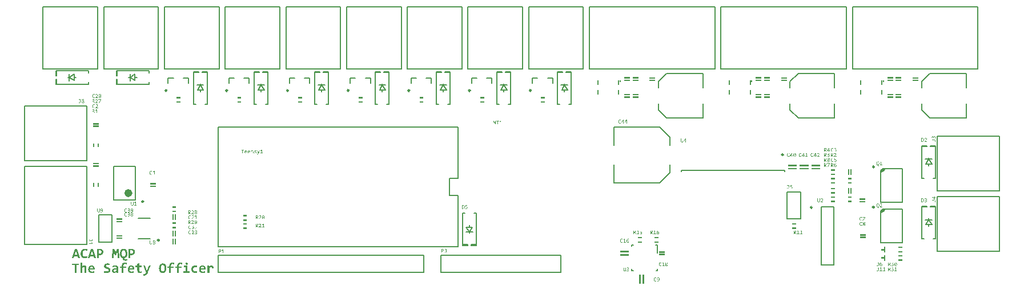
<source format=gto>
G04 Layer_Color=65535*
%FSLAX24Y24*%
%MOIN*%
G70*
G01*
G75*
%ADD38C,0.0079*%
%ADD56C,0.0098*%
%ADD57C,0.0236*%
%ADD58C,0.0080*%
%ADD59C,0.0050*%
%ADD60C,0.0010*%
%ADD61C,0.0059*%
%ADD62C,0.0060*%
G36*
X9021Y3760D02*
X9026Y3760D01*
X9031Y3759D01*
X9036Y3758D01*
X9041Y3757D01*
X9042D01*
X9043Y3756D01*
X9046Y3755D01*
X9049Y3754D01*
X9052Y3753D01*
X9056Y3751D01*
X9059Y3748D01*
X9062Y3746D01*
X9063Y3746D01*
X9064Y3745D01*
X9066Y3743D01*
X9067Y3741D01*
X9070Y3739D01*
X9072Y3736D01*
X9074Y3733D01*
X9076Y3729D01*
X9076Y3729D01*
X9077Y3728D01*
X9077Y3725D01*
X9078Y3723D01*
X9079Y3720D01*
X9080Y3716D01*
X9080Y3712D01*
Y3707D01*
Y3707D01*
Y3707D01*
Y3704D01*
X9080Y3701D01*
X9079Y3697D01*
X9078Y3692D01*
X9076Y3687D01*
X9074Y3681D01*
X9071Y3676D01*
X9071Y3676D01*
X9069Y3674D01*
X9067Y3672D01*
X9064Y3669D01*
X9061Y3666D01*
X9056Y3663D01*
X9051Y3660D01*
X9045Y3657D01*
X9046D01*
X9047Y3656D01*
X9048Y3656D01*
X9050Y3655D01*
X9056Y3654D01*
X9061Y3651D01*
X9062D01*
X9063Y3650D01*
X9064Y3650D01*
X9066Y3649D01*
X9071Y3645D01*
X9076Y3641D01*
X9077Y3641D01*
X9077Y3640D01*
X9079Y3639D01*
X9080Y3637D01*
X9082Y3635D01*
X9084Y3632D01*
X9087Y3627D01*
X9087Y3626D01*
X9087Y3625D01*
X9088Y3624D01*
X9089Y3621D01*
X9090Y3619D01*
X9090Y3616D01*
X9091Y3612D01*
Y3608D01*
Y3607D01*
Y3606D01*
X9090Y3603D01*
X9090Y3600D01*
X9089Y3596D01*
X9089Y3591D01*
X9087Y3586D01*
X9085Y3582D01*
X9085Y3581D01*
X9084Y3580D01*
X9083Y3577D01*
X9081Y3574D01*
X9078Y3571D01*
X9075Y3567D01*
X9072Y3564D01*
X9068Y3560D01*
X9067Y3559D01*
X9066Y3558D01*
X9063Y3557D01*
X9060Y3554D01*
X9056Y3552D01*
X9051Y3550D01*
X9045Y3548D01*
X9039Y3545D01*
X9038Y3545D01*
X9036Y3544D01*
X9032Y3544D01*
X9027Y3543D01*
X9021Y3542D01*
X9014Y3541D01*
X9007Y3541D01*
X8998Y3540D01*
X8991D01*
X8987Y3541D01*
X8983D01*
X8975Y3541D01*
X8974D01*
X8972Y3542D01*
X8969D01*
X8966Y3542D01*
X8963Y3543D01*
X8956Y3543D01*
Y3569D01*
X8957D01*
X8958Y3569D01*
X8960Y3568D01*
X8963Y3568D01*
X8966Y3568D01*
X8970Y3567D01*
X8978Y3566D01*
X8979D01*
X8982Y3566D01*
X8988D01*
X8992Y3565D01*
X9007D01*
X9010Y3566D01*
X9014Y3566D01*
X9019Y3566D01*
X9024Y3567D01*
X9028Y3568D01*
X9029D01*
X9030Y3568D01*
X9032Y3569D01*
X9035Y3570D01*
X9041Y3572D01*
X9044Y3574D01*
X9047Y3576D01*
X9047Y3576D01*
X9048Y3577D01*
X9049Y3578D01*
X9051Y3580D01*
X9054Y3584D01*
X9057Y3589D01*
Y3590D01*
X9058Y3591D01*
X9059Y3592D01*
X9059Y3594D01*
X9060Y3597D01*
X9061Y3600D01*
X9061Y3607D01*
Y3607D01*
Y3608D01*
X9061Y3610D01*
Y3612D01*
X9059Y3617D01*
X9058Y3619D01*
X9057Y3622D01*
Y3622D01*
X9056Y3623D01*
X9055Y3624D01*
X9054Y3626D01*
X9051Y3629D01*
X9046Y3633D01*
X9045Y3633D01*
X9044Y3634D01*
X9043Y3634D01*
X9041Y3635D01*
X9038Y3637D01*
X9036Y3638D01*
X9029Y3640D01*
X9028D01*
X9027Y3640D01*
X9025Y3640D01*
X9022Y3641D01*
X9019Y3641D01*
X9015Y3642D01*
X9007Y3642D01*
X8983D01*
Y3665D01*
X9011D01*
X9013Y3666D01*
X9019Y3667D01*
X9025Y3668D01*
X9025D01*
X9026Y3668D01*
X9027Y3669D01*
X9029Y3670D01*
X9034Y3672D01*
X9039Y3675D01*
X9039Y3675D01*
X9040Y3676D01*
X9042Y3678D01*
X9045Y3682D01*
X9047Y3687D01*
Y3687D01*
X9048Y3688D01*
X9049Y3689D01*
X9049Y3691D01*
X9050Y3694D01*
X9050Y3697D01*
X9051Y3703D01*
Y3703D01*
Y3703D01*
Y3705D01*
X9050Y3708D01*
X9049Y3712D01*
X9048Y3716D01*
X9046Y3720D01*
X9043Y3724D01*
X9040Y3728D01*
X9039Y3728D01*
X9038Y3729D01*
X9036Y3730D01*
X9032Y3732D01*
X9028Y3733D01*
X9022Y3735D01*
X9016Y3735D01*
X9009Y3736D01*
X9005D01*
X9002Y3735D01*
X8999D01*
X8995Y3735D01*
X8987Y3733D01*
X8986D01*
X8985Y3733D01*
X8983Y3733D01*
X8979Y3732D01*
X8976Y3731D01*
X8971Y3730D01*
X8962Y3727D01*
Y3752D01*
X8963D01*
X8963Y3753D01*
X8964Y3753D01*
X8966Y3753D01*
X8970Y3755D01*
X8974Y3756D01*
X8974D01*
X8975Y3756D01*
X8976D01*
X8978Y3756D01*
X8982Y3757D01*
X8986Y3758D01*
X8987D01*
X8988Y3758D01*
X8989D01*
X8991Y3759D01*
X8994Y3759D01*
X8999Y3760D01*
X9000D01*
X9001Y3760D01*
X9003D01*
X9007Y3761D01*
X9017D01*
X9021Y3760D01*
D02*
G37*
G36*
X9279Y3731D02*
X9188Y3543D01*
X9156D01*
X9249Y3731D01*
X9133D01*
Y3758D01*
X9279D01*
Y3731D01*
D02*
G37*
G36*
X34462Y2945D02*
X34436D01*
X34432Y2945D01*
X34428D01*
X34423Y2944D01*
X34417Y2943D01*
X34411Y2942D01*
X34406Y2941D01*
X34405Y2940D01*
X34404Y2940D01*
X34401Y2939D01*
X34398Y2937D01*
X34394Y2935D01*
X34390Y2933D01*
X34386Y2931D01*
X34383Y2928D01*
X34382Y2927D01*
X34381Y2926D01*
X34379Y2924D01*
X34377Y2922D01*
X34375Y2919D01*
X34372Y2915D01*
X34370Y2911D01*
X34368Y2907D01*
X34368Y2907D01*
X34367Y2905D01*
X34366Y2903D01*
X34365Y2900D01*
X34364Y2896D01*
X34363Y2891D01*
X34362Y2886D01*
X34361Y2881D01*
X34361Y2875D01*
X34361Y2875D01*
X34363Y2876D01*
X34365Y2876D01*
X34368Y2878D01*
X34371Y2880D01*
X34375Y2881D01*
X34379Y2883D01*
X34384Y2884D01*
X34385D01*
X34387Y2885D01*
X34390Y2885D01*
X34393Y2886D01*
X34398Y2887D01*
X34403Y2887D01*
X34408Y2888D01*
X34417D01*
X34420Y2888D01*
X34424Y2887D01*
X34428Y2887D01*
X34433Y2886D01*
X34438Y2885D01*
X34442Y2883D01*
X34443Y2883D01*
X34444Y2882D01*
X34447Y2881D01*
X34450Y2880D01*
X34453Y2878D01*
X34456Y2876D01*
X34460Y2873D01*
X34463Y2870D01*
X34463Y2870D01*
X34464Y2868D01*
X34465Y2867D01*
X34467Y2864D01*
X34469Y2861D01*
X34471Y2858D01*
X34473Y2854D01*
X34475Y2850D01*
X34475Y2849D01*
X34476Y2848D01*
X34477Y2845D01*
X34477Y2842D01*
X34478Y2838D01*
X34479Y2833D01*
X34479Y2829D01*
Y2823D01*
Y2823D01*
Y2821D01*
X34479Y2818D01*
X34479Y2815D01*
X34478Y2810D01*
X34477Y2806D01*
X34476Y2801D01*
X34474Y2796D01*
X34474Y2795D01*
X34473Y2794D01*
X34472Y2791D01*
X34470Y2788D01*
X34468Y2785D01*
X34465Y2781D01*
X34462Y2777D01*
X34459Y2773D01*
X34458Y2773D01*
X34457Y2772D01*
X34455Y2770D01*
X34452Y2768D01*
X34448Y2766D01*
X34444Y2763D01*
X34440Y2761D01*
X34435Y2758D01*
X34434Y2758D01*
X34432Y2757D01*
X34429Y2757D01*
X34426Y2756D01*
X34421Y2754D01*
X34416Y2754D01*
X34410Y2753D01*
X34404Y2753D01*
X34401D01*
X34398Y2753D01*
X34394Y2754D01*
X34389Y2754D01*
X34383Y2755D01*
X34378Y2756D01*
X34373Y2758D01*
X34372Y2759D01*
X34370Y2759D01*
X34368Y2761D01*
X34365Y2762D01*
X34361Y2765D01*
X34357Y2768D01*
X34353Y2771D01*
X34350Y2775D01*
X34350Y2776D01*
X34348Y2778D01*
X34347Y2780D01*
X34345Y2784D01*
X34343Y2788D01*
X34340Y2793D01*
X34338Y2799D01*
X34336Y2805D01*
Y2805D01*
Y2806D01*
X34336Y2807D01*
X34335Y2808D01*
X34335Y2812D01*
X34334Y2817D01*
X34333Y2823D01*
X34332Y2831D01*
X34332Y2839D01*
X34331Y2848D01*
Y2848D01*
Y2848D01*
Y2850D01*
Y2854D01*
X34332Y2858D01*
Y2863D01*
X34332Y2868D01*
X34333Y2880D01*
Y2880D01*
X34334Y2882D01*
X34335Y2885D01*
X34335Y2889D01*
X34336Y2893D01*
X34337Y2898D01*
X34340Y2908D01*
X34341Y2909D01*
X34341Y2911D01*
X34342Y2913D01*
X34344Y2917D01*
X34346Y2921D01*
X34348Y2925D01*
X34353Y2933D01*
X34354Y2934D01*
X34355Y2935D01*
X34357Y2938D01*
X34359Y2940D01*
X34362Y2943D01*
X34366Y2946D01*
X34369Y2950D01*
X34374Y2953D01*
X34374Y2953D01*
X34376Y2954D01*
X34378Y2956D01*
X34382Y2958D01*
X34386Y2959D01*
X34391Y2962D01*
X34396Y2964D01*
X34403Y2966D01*
X34403D01*
X34403Y2966D01*
X34406Y2966D01*
X34409Y2967D01*
X34414Y2968D01*
X34419Y2969D01*
X34426Y2969D01*
X34433Y2970D01*
X34462D01*
Y2945D01*
D02*
G37*
G36*
X8865Y3760D02*
X8869Y3760D01*
X8874Y3759D01*
X8883Y3758D01*
X8884D01*
X8885Y3757D01*
X8888Y3756D01*
X8891Y3756D01*
X8895Y3755D01*
X8899Y3753D01*
X8908Y3750D01*
Y3721D01*
X8908Y3721D01*
X8906Y3722D01*
X8903Y3723D01*
X8900Y3725D01*
X8897Y3726D01*
X8893Y3728D01*
X8883Y3731D01*
X8883D01*
X8881Y3731D01*
X8879Y3732D01*
X8875Y3733D01*
X8872Y3733D01*
X8867Y3734D01*
X8862Y3734D01*
X8854D01*
X8851Y3734D01*
X8848Y3733D01*
X8844Y3733D01*
X8839Y3732D01*
X8834Y3730D01*
X8829Y3728D01*
X8829Y3728D01*
X8827Y3727D01*
X8825Y3726D01*
X8822Y3724D01*
X8819Y3722D01*
X8815Y3719D01*
X8812Y3716D01*
X8808Y3712D01*
X8808Y3711D01*
X8807Y3710D01*
X8805Y3708D01*
X8804Y3705D01*
X8801Y3701D01*
X8799Y3697D01*
X8797Y3691D01*
X8795Y3686D01*
Y3685D01*
X8794Y3683D01*
X8794Y3680D01*
X8793Y3676D01*
X8792Y3670D01*
X8792Y3664D01*
X8791Y3658D01*
X8791Y3650D01*
Y3650D01*
Y3649D01*
Y3647D01*
X8791Y3644D01*
Y3640D01*
X8792Y3636D01*
X8792Y3632D01*
X8793Y3627D01*
X8795Y3617D01*
X8798Y3607D01*
X8802Y3597D01*
X8805Y3592D01*
X8808Y3588D01*
X8808Y3587D01*
X8809Y3587D01*
X8810Y3586D01*
X8811Y3584D01*
X8813Y3583D01*
X8815Y3581D01*
X8817Y3579D01*
X8821Y3577D01*
X8827Y3573D01*
X8836Y3570D01*
X8846Y3568D01*
X8852Y3567D01*
X8857Y3567D01*
X8862D01*
X8866Y3567D01*
X8870Y3568D01*
X8874Y3568D01*
X8883Y3570D01*
X8884D01*
X8886Y3571D01*
X8888Y3571D01*
X8891Y3572D01*
X8895Y3573D01*
X8899Y3575D01*
X8908Y3579D01*
Y3551D01*
X8908D01*
X8907Y3551D01*
X8905Y3550D01*
X8903Y3550D01*
X8901Y3549D01*
X8898Y3548D01*
X8895Y3547D01*
X8892Y3546D01*
X8883Y3544D01*
X8874Y3542D01*
X8864Y3541D01*
X8854Y3541D01*
X8850D01*
X8846Y3541D01*
X8843Y3541D01*
X8838Y3542D01*
X8833Y3543D01*
X8828Y3544D01*
X8822Y3545D01*
X8817Y3547D01*
X8811Y3549D01*
X8805Y3552D01*
X8799Y3555D01*
X8794Y3559D01*
X8789Y3563D01*
X8784Y3568D01*
X8784Y3568D01*
X8783Y3569D01*
X8782Y3570D01*
X8780Y3572D01*
X8778Y3576D01*
X8776Y3579D01*
X8774Y3583D01*
X8772Y3588D01*
X8770Y3593D01*
X8768Y3599D01*
X8766Y3606D01*
X8764Y3613D01*
X8762Y3620D01*
X8761Y3629D01*
X8760Y3638D01*
X8760Y3648D01*
Y3648D01*
Y3649D01*
Y3650D01*
Y3652D01*
X8760Y3654D01*
Y3657D01*
X8761Y3663D01*
X8761Y3670D01*
X8763Y3678D01*
X8764Y3686D01*
X8766Y3694D01*
Y3695D01*
X8767Y3695D01*
X8767Y3696D01*
X8768Y3698D01*
X8769Y3702D01*
X8771Y3707D01*
X8774Y3712D01*
X8778Y3718D01*
X8781Y3724D01*
X8786Y3730D01*
X8786Y3730D01*
X8788Y3732D01*
X8791Y3735D01*
X8794Y3738D01*
X8799Y3741D01*
X8804Y3745D01*
X8809Y3749D01*
X8816Y3752D01*
X8816D01*
X8817Y3753D01*
X8819Y3753D01*
X8823Y3755D01*
X8827Y3756D01*
X8833Y3758D01*
X8840Y3759D01*
X8847Y3760D01*
X8855Y3760D01*
X8861D01*
X8865Y3760D01*
D02*
G37*
G36*
X51800Y8877D02*
X51803D01*
X51807Y8876D01*
X51812Y8875D01*
X51816Y8874D01*
X51820Y8873D01*
X51821D01*
X51822Y8872D01*
X51825Y8871D01*
X51827Y8869D01*
X51831Y8868D01*
X51834Y8866D01*
X51841Y8860D01*
X51841Y8860D01*
X51842Y8859D01*
X51844Y8857D01*
X51846Y8855D01*
X51848Y8852D01*
X51850Y8849D01*
X51852Y8845D01*
X51854Y8841D01*
X51854Y8840D01*
X51855Y8839D01*
X51855Y8836D01*
X51856Y8833D01*
X51857Y8829D01*
X51858Y8825D01*
X51858Y8820D01*
X51859Y8815D01*
Y8814D01*
Y8813D01*
Y8810D01*
X51858Y8807D01*
X51858Y8803D01*
X51857Y8800D01*
X51855Y8791D01*
Y8791D01*
X51855Y8790D01*
X51854Y8788D01*
X51853Y8785D01*
X51851Y8782D01*
X51850Y8778D01*
X51845Y8771D01*
X51845Y8770D01*
X51844Y8769D01*
X51843Y8767D01*
X51841Y8764D01*
X51838Y8761D01*
X51835Y8757D01*
X51832Y8753D01*
X51828Y8749D01*
X51828Y8749D01*
X51826Y8747D01*
X51825Y8745D01*
X51822Y8742D01*
X51818Y8738D01*
X51814Y8734D01*
X51810Y8730D01*
X51805Y8725D01*
X51766Y8687D01*
X51870D01*
Y8660D01*
X51729D01*
Y8685D01*
X51784Y8740D01*
X51785Y8741D01*
X51787Y8743D01*
X51789Y8745D01*
X51792Y8748D01*
X51796Y8752D01*
X51800Y8756D01*
X51803Y8760D01*
X51807Y8763D01*
X51807Y8764D01*
X51808Y8765D01*
X51810Y8767D01*
X51812Y8770D01*
X51816Y8775D01*
X51820Y8781D01*
X51820Y8782D01*
X51820Y8783D01*
X51821Y8785D01*
X51822Y8786D01*
X51825Y8791D01*
X51826Y8797D01*
Y8797D01*
X51826Y8798D01*
X51827Y8800D01*
X51827Y8801D01*
Y8804D01*
X51828Y8806D01*
X51828Y8813D01*
Y8813D01*
Y8814D01*
Y8815D01*
X51828Y8817D01*
X51827Y8822D01*
X51826Y8827D01*
Y8828D01*
X51825Y8828D01*
X51825Y8830D01*
X51824Y8831D01*
X51822Y8836D01*
X51819Y8840D01*
Y8840D01*
X51818Y8841D01*
X51816Y8843D01*
X51812Y8846D01*
X51807Y8848D01*
X51807D01*
X51806Y8849D01*
X51805Y8849D01*
X51803Y8850D01*
X51800Y8851D01*
X51797Y8851D01*
X51791Y8852D01*
X51788D01*
X51786Y8851D01*
X51782Y8851D01*
X51778Y8850D01*
X51774Y8849D01*
X51770Y8848D01*
X51766Y8846D01*
X51765Y8845D01*
X51764Y8844D01*
X51762Y8843D01*
X51759Y8841D01*
X51756Y8839D01*
X51752Y8836D01*
X51749Y8833D01*
X51745Y8830D01*
X51730Y8849D01*
X51730Y8849D01*
X51732Y8851D01*
X51734Y8853D01*
X51738Y8856D01*
X51742Y8859D01*
X51746Y8863D01*
X51752Y8866D01*
X51757Y8869D01*
X51758Y8869D01*
X51760Y8870D01*
X51764Y8872D01*
X51768Y8873D01*
X51774Y8874D01*
X51780Y8876D01*
X51787Y8877D01*
X51794Y8877D01*
X51797D01*
X51800Y8877D01*
D02*
G37*
G36*
X51601Y5334D02*
X51605Y5333D01*
X51610Y5332D01*
X51616Y5332D01*
X51621Y5331D01*
X51633Y5328D01*
X51639Y5326D01*
X51646Y5323D01*
X51652Y5320D01*
X51658Y5316D01*
X51663Y5313D01*
X51668Y5308D01*
X51668Y5308D01*
X51669Y5307D01*
X51670Y5305D01*
X51672Y5303D01*
X51674Y5300D01*
X51676Y5297D01*
X51678Y5293D01*
X51681Y5288D01*
X51683Y5283D01*
X51685Y5278D01*
X51687Y5271D01*
X51689Y5264D01*
X51691Y5256D01*
X51692Y5248D01*
X51692Y5239D01*
X51693Y5229D01*
Y5228D01*
Y5227D01*
Y5223D01*
X51692Y5220D01*
X51692Y5215D01*
X51692Y5210D01*
X51690Y5200D01*
Y5199D01*
X51690Y5197D01*
X51689Y5195D01*
X51688Y5191D01*
X51687Y5187D01*
X51686Y5182D01*
X51682Y5173D01*
X51682Y5173D01*
X51682Y5171D01*
X51681Y5169D01*
X51679Y5166D01*
X51677Y5162D01*
X51675Y5159D01*
X51669Y5151D01*
X51669Y5151D01*
X51668Y5150D01*
X51666Y5148D01*
X51663Y5145D01*
X51660Y5143D01*
X51657Y5140D01*
X51653Y5137D01*
X51648Y5134D01*
X51648Y5134D01*
X51646Y5133D01*
X51644Y5132D01*
X51640Y5131D01*
X51636Y5129D01*
X51631Y5127D01*
X51626Y5125D01*
X51620Y5124D01*
X51620D01*
X51618Y5123D01*
X51614Y5122D01*
X51610Y5122D01*
X51604Y5121D01*
X51598Y5121D01*
X51591Y5120D01*
X51538D01*
Y5334D01*
X51598D01*
X51601Y5334D01*
D02*
G37*
G36*
X25043Y4919D02*
X24955D01*
Y4859D01*
X24979D01*
X24983Y4858D01*
X24987Y4858D01*
X24993Y4858D01*
X25003Y4856D01*
X25004D01*
X25006Y4855D01*
X25009Y4855D01*
X25012Y4853D01*
X25016Y4852D01*
X25020Y4851D01*
X25025Y4848D01*
X25029Y4846D01*
X25030Y4846D01*
X25031Y4845D01*
X25033Y4843D01*
X25036Y4841D01*
X25039Y4838D01*
X25042Y4835D01*
X25045Y4832D01*
X25048Y4827D01*
X25048Y4827D01*
X25049Y4825D01*
X25050Y4823D01*
X25051Y4819D01*
X25053Y4815D01*
X25054Y4810D01*
X25055Y4805D01*
X25055Y4798D01*
Y4797D01*
Y4795D01*
X25055Y4792D01*
X25054Y4789D01*
X25053Y4784D01*
X25052Y4779D01*
X25050Y4774D01*
X25048Y4769D01*
X25048Y4769D01*
X25047Y4767D01*
X25045Y4764D01*
X25043Y4761D01*
X25040Y4758D01*
X25037Y4754D01*
X25033Y4750D01*
X25029Y4746D01*
X25028Y4746D01*
X25027Y4745D01*
X25024Y4743D01*
X25021Y4741D01*
X25016Y4739D01*
X25012Y4736D01*
X25007Y4734D01*
X25000Y4732D01*
X25000Y4731D01*
X24998Y4731D01*
X24994Y4730D01*
X24990Y4729D01*
X24984Y4728D01*
X24978Y4727D01*
X24972Y4727D01*
X24965Y4727D01*
X24959D01*
X24954Y4727D01*
X24954D01*
X24951Y4727D01*
X24947D01*
X24944Y4728D01*
X24943D01*
X24940Y4728D01*
X24937Y4729D01*
X24933Y4729D01*
X24932D01*
X24930Y4729D01*
X24927D01*
X24924Y4730D01*
Y4756D01*
X24924D01*
X24925Y4755D01*
X24927Y4755D01*
X24930Y4755D01*
X24933Y4754D01*
X24936Y4754D01*
X24944Y4752D01*
X24946D01*
X24948Y4752D01*
X24955D01*
X24959Y4752D01*
X24972D01*
X24975Y4752D01*
X24979Y4752D01*
X24983Y4753D01*
X24991Y4755D01*
X24991D01*
X24993Y4755D01*
X24995Y4756D01*
X24997Y4757D01*
X25003Y4760D01*
X25008Y4764D01*
X25009Y4764D01*
X25010Y4765D01*
X25011Y4766D01*
X25013Y4767D01*
X25016Y4772D01*
X25020Y4777D01*
X25020Y4778D01*
X25021Y4779D01*
X25021Y4780D01*
X25022Y4783D01*
X25023Y4786D01*
X25023Y4789D01*
X25024Y4792D01*
Y4796D01*
Y4797D01*
Y4797D01*
X25024Y4799D01*
X25023Y4803D01*
X25022Y4807D01*
X25021Y4812D01*
X25018Y4817D01*
X25015Y4821D01*
X25010Y4825D01*
X25009Y4825D01*
X25007Y4827D01*
X25004Y4828D01*
X24999Y4830D01*
X24993Y4831D01*
X24986Y4833D01*
X24978Y4834D01*
X24968Y4834D01*
X24928D01*
Y4944D01*
X25043D01*
Y4919D01*
D02*
G37*
G36*
X51601Y8874D02*
X51605Y8873D01*
X51610Y8873D01*
X51616Y8872D01*
X51621Y8871D01*
X51633Y8868D01*
X51639Y8866D01*
X51646Y8863D01*
X51652Y8860D01*
X51658Y8856D01*
X51663Y8853D01*
X51668Y8848D01*
X51668Y8848D01*
X51669Y8847D01*
X51670Y8845D01*
X51672Y8843D01*
X51674Y8840D01*
X51676Y8837D01*
X51678Y8833D01*
X51681Y8828D01*
X51683Y8823D01*
X51685Y8818D01*
X51687Y8811D01*
X51689Y8804D01*
X51691Y8796D01*
X51692Y8788D01*
X51692Y8779D01*
X51693Y8769D01*
Y8768D01*
Y8767D01*
Y8763D01*
X51692Y8760D01*
X51692Y8755D01*
X51692Y8750D01*
X51690Y8740D01*
Y8739D01*
X51690Y8737D01*
X51689Y8735D01*
X51688Y8731D01*
X51687Y8727D01*
X51686Y8722D01*
X51682Y8713D01*
X51682Y8713D01*
X51682Y8711D01*
X51681Y8709D01*
X51679Y8706D01*
X51677Y8702D01*
X51675Y8699D01*
X51669Y8691D01*
X51669Y8691D01*
X51668Y8690D01*
X51666Y8688D01*
X51663Y8685D01*
X51660Y8683D01*
X51657Y8680D01*
X51653Y8677D01*
X51648Y8674D01*
X51648Y8674D01*
X51646Y8673D01*
X51644Y8672D01*
X51640Y8671D01*
X51636Y8669D01*
X51631Y8667D01*
X51626Y8665D01*
X51620Y8664D01*
X51620D01*
X51618Y8663D01*
X51614Y8662D01*
X51610Y8662D01*
X51604Y8661D01*
X51598Y8661D01*
X51591Y8660D01*
X51538D01*
Y8874D01*
X51598D01*
X51601Y8874D01*
D02*
G37*
G36*
X51797Y5337D02*
X51801Y5336D01*
X51806Y5336D01*
X51811Y5334D01*
X51816Y5333D01*
X51817D01*
X51818Y5332D01*
X51821Y5332D01*
X51824Y5331D01*
X51827Y5329D01*
X51831Y5327D01*
X51834Y5325D01*
X51838Y5323D01*
X51838Y5322D01*
X51839Y5321D01*
X51841Y5320D01*
X51843Y5318D01*
X51845Y5315D01*
X51847Y5313D01*
X51849Y5309D01*
X51851Y5306D01*
X51851Y5305D01*
X51852Y5304D01*
X51853Y5302D01*
X51853Y5299D01*
X51854Y5296D01*
X51855Y5292D01*
X51856Y5288D01*
Y5284D01*
Y5283D01*
Y5283D01*
Y5281D01*
X51855Y5277D01*
X51855Y5273D01*
X51853Y5268D01*
X51851Y5263D01*
X51849Y5258D01*
X51846Y5253D01*
X51846Y5252D01*
X51844Y5251D01*
X51842Y5248D01*
X51839Y5246D01*
X51836Y5243D01*
X51831Y5239D01*
X51826Y5236D01*
X51820Y5233D01*
X51821D01*
X51822Y5233D01*
X51823Y5232D01*
X51825Y5232D01*
X51831Y5230D01*
X51836Y5228D01*
X51837D01*
X51838Y5227D01*
X51840Y5226D01*
X51841Y5225D01*
X51846Y5222D01*
X51851Y5218D01*
X51852Y5217D01*
X51853Y5217D01*
X51854Y5215D01*
X51855Y5213D01*
X51857Y5212D01*
X51859Y5209D01*
X51862Y5203D01*
X51862Y5203D01*
X51863Y5202D01*
X51863Y5200D01*
X51864Y5198D01*
X51865Y5195D01*
X51865Y5192D01*
X51866Y5189D01*
Y5185D01*
Y5184D01*
Y5182D01*
X51866Y5180D01*
X51865Y5176D01*
X51865Y5172D01*
X51864Y5167D01*
X51862Y5163D01*
X51860Y5158D01*
X51860Y5158D01*
X51859Y5156D01*
X51858Y5154D01*
X51856Y5151D01*
X51853Y5147D01*
X51851Y5144D01*
X51847Y5140D01*
X51843Y5136D01*
X51843Y5136D01*
X51841Y5135D01*
X51838Y5133D01*
X51835Y5131D01*
X51831Y5129D01*
X51826Y5126D01*
X51820Y5124D01*
X51814Y5122D01*
X51813Y5121D01*
X51811Y5121D01*
X51807Y5120D01*
X51802Y5119D01*
X51797Y5118D01*
X51790Y5117D01*
X51782Y5117D01*
X51774Y5117D01*
X51766D01*
X51762Y5117D01*
X51759D01*
X51750Y5118D01*
X51749D01*
X51747Y5118D01*
X51744D01*
X51742Y5119D01*
X51738Y5119D01*
X51732Y5120D01*
Y5145D01*
X51732D01*
X51734Y5145D01*
X51735Y5145D01*
X51738Y5144D01*
X51741Y5144D01*
X51745Y5144D01*
X51753Y5142D01*
X51755D01*
X51757Y5142D01*
X51764D01*
X51767Y5142D01*
X51782D01*
X51785Y5142D01*
X51790Y5142D01*
X51794Y5143D01*
X51799Y5144D01*
X51803Y5144D01*
X51804D01*
X51805Y5145D01*
X51807Y5145D01*
X51810Y5146D01*
X51816Y5149D01*
X51819Y5150D01*
X51822Y5152D01*
X51822Y5153D01*
X51823Y5154D01*
X51825Y5155D01*
X51826Y5156D01*
X51830Y5160D01*
X51833Y5166D01*
Y5166D01*
X51833Y5167D01*
X51834Y5169D01*
X51835Y5171D01*
X51835Y5174D01*
X51836Y5176D01*
X51836Y5183D01*
Y5184D01*
Y5185D01*
X51836Y5186D01*
Y5189D01*
X51834Y5193D01*
X51833Y5196D01*
X51832Y5198D01*
Y5199D01*
X51831Y5200D01*
X51830Y5201D01*
X51829Y5202D01*
X51826Y5206D01*
X51821Y5209D01*
X51820Y5210D01*
X51820Y5210D01*
X51818Y5211D01*
X51816Y5212D01*
X51813Y5213D01*
X51811Y5214D01*
X51804Y5216D01*
X51803D01*
X51802Y5217D01*
X51800Y5217D01*
X51797Y5217D01*
X51794Y5218D01*
X51790Y5218D01*
X51782Y5218D01*
X51758D01*
Y5242D01*
X51786D01*
X51788Y5242D01*
X51794Y5243D01*
X51800Y5244D01*
X51800D01*
X51802Y5245D01*
X51803Y5245D01*
X51805Y5246D01*
X51809Y5248D01*
X51814Y5251D01*
X51814Y5252D01*
X51815Y5252D01*
X51817Y5255D01*
X51820Y5258D01*
X51823Y5263D01*
Y5263D01*
X51823Y5264D01*
X51824Y5266D01*
X51824Y5268D01*
X51825Y5270D01*
X51825Y5273D01*
X51826Y5279D01*
Y5280D01*
Y5280D01*
Y5282D01*
X51825Y5285D01*
X51825Y5289D01*
X51823Y5293D01*
X51821Y5297D01*
X51818Y5301D01*
X51815Y5304D01*
X51815Y5304D01*
X51813Y5305D01*
X51811Y5307D01*
X51807Y5308D01*
X51803Y5309D01*
X51798Y5311D01*
X51792Y5312D01*
X51784Y5312D01*
X51780D01*
X51777Y5312D01*
X51774D01*
X51770Y5311D01*
X51762Y5310D01*
X51762D01*
X51760Y5309D01*
X51758Y5309D01*
X51755Y5308D01*
X51751Y5308D01*
X51747Y5306D01*
X51737Y5304D01*
Y5329D01*
X51738D01*
X51738Y5329D01*
X51739Y5329D01*
X51741Y5330D01*
X51745Y5331D01*
X51749Y5332D01*
X51749D01*
X51750Y5332D01*
X51751D01*
X51753Y5333D01*
X51757Y5334D01*
X51762Y5334D01*
X51762D01*
X51763Y5335D01*
X51764D01*
X51766Y5335D01*
X51770Y5336D01*
X51774Y5336D01*
X51775D01*
X51777Y5337D01*
X51778D01*
X51782Y5337D01*
X51792D01*
X51797Y5337D01*
D02*
G37*
G36*
X36030Y709D02*
X36034Y708D01*
X36039Y708D01*
X36048Y706D01*
X36049D01*
X36051Y706D01*
X36053Y705D01*
X36057Y704D01*
X36060Y703D01*
X36065Y702D01*
X36073Y699D01*
Y670D01*
X36073Y670D01*
X36072Y671D01*
X36069Y672D01*
X36066Y673D01*
X36062Y675D01*
X36058Y676D01*
X36049Y680D01*
X36048D01*
X36047Y680D01*
X36044Y681D01*
X36041Y681D01*
X36037Y682D01*
X36032Y683D01*
X36027Y683D01*
X36019D01*
X36017Y683D01*
X36013Y682D01*
X36009Y681D01*
X36004Y681D01*
X35999Y679D01*
X35995Y677D01*
X35994Y677D01*
X35993Y676D01*
X35990Y675D01*
X35987Y673D01*
X35984Y671D01*
X35980Y668D01*
X35977Y665D01*
X35974Y661D01*
X35973Y660D01*
X35972Y659D01*
X35971Y656D01*
X35969Y653D01*
X35967Y650D01*
X35964Y645D01*
X35962Y640D01*
X35961Y635D01*
Y634D01*
X35960Y632D01*
X35959Y629D01*
X35959Y625D01*
X35958Y619D01*
X35957Y613D01*
X35957Y607D01*
X35956Y599D01*
Y599D01*
Y597D01*
Y595D01*
X35957Y592D01*
Y589D01*
X35957Y585D01*
X35958Y580D01*
X35959Y576D01*
X35961Y566D01*
X35964Y555D01*
X35968Y545D01*
X35970Y541D01*
X35973Y537D01*
X35974Y536D01*
X35974Y536D01*
X35975Y535D01*
X35976Y533D01*
X35978Y532D01*
X35980Y530D01*
X35983Y528D01*
X35986Y526D01*
X35993Y522D01*
X36001Y519D01*
X36011Y516D01*
X36017Y516D01*
X36023Y516D01*
X36028D01*
X36031Y516D01*
X36035Y516D01*
X36039Y517D01*
X36049Y519D01*
X36050D01*
X36051Y519D01*
X36053Y520D01*
X36057Y521D01*
X36060Y522D01*
X36065Y524D01*
X36073Y528D01*
Y500D01*
X36073D01*
X36072Y500D01*
X36071Y499D01*
X36069Y499D01*
X36067Y498D01*
X36064Y497D01*
X36060Y496D01*
X36057Y495D01*
X36049Y493D01*
X36040Y491D01*
X36030Y490D01*
X36019Y489D01*
X36015D01*
X36012Y490D01*
X36008Y490D01*
X36004Y491D01*
X35999Y492D01*
X35994Y493D01*
X35988Y494D01*
X35982Y496D01*
X35976Y498D01*
X35971Y501D01*
X35965Y504D01*
X35959Y507D01*
X35954Y512D01*
X35949Y516D01*
X35949Y517D01*
X35948Y517D01*
X35947Y519D01*
X35946Y521D01*
X35944Y524D01*
X35942Y528D01*
X35939Y532D01*
X35937Y537D01*
X35935Y542D01*
X35933Y548D01*
X35931Y554D01*
X35929Y562D01*
X35928Y569D01*
X35926Y578D01*
X35926Y587D01*
X35925Y597D01*
Y597D01*
Y598D01*
Y599D01*
Y601D01*
X35926Y603D01*
Y606D01*
X35926Y612D01*
X35927Y619D01*
X35928Y627D01*
X35929Y635D01*
X35932Y643D01*
Y643D01*
X35932Y644D01*
X35932Y645D01*
X35933Y646D01*
X35934Y650D01*
X35937Y655D01*
X35939Y661D01*
X35943Y667D01*
X35947Y673D01*
X35951Y678D01*
X35952Y679D01*
X35953Y681D01*
X35956Y683D01*
X35959Y687D01*
X35964Y690D01*
X35969Y694D01*
X35975Y698D01*
X35981Y701D01*
X35982D01*
X35982Y701D01*
X35984Y702D01*
X35988Y704D01*
X35993Y705D01*
X35999Y706D01*
X36005Y708D01*
X36013Y709D01*
X36021Y709D01*
X36026D01*
X36030Y709D01*
D02*
G37*
G36*
X36191Y709D02*
X36195Y709D01*
X36199Y708D01*
X36204Y707D01*
X36210Y706D01*
X36215Y704D01*
X36216Y704D01*
X36217Y703D01*
X36219Y702D01*
X36223Y700D01*
X36226Y698D01*
X36230Y694D01*
X36234Y691D01*
X36238Y687D01*
X36238Y686D01*
X36239Y685D01*
X36241Y682D01*
X36244Y679D01*
X36246Y675D01*
X36249Y669D01*
X36251Y663D01*
X36254Y656D01*
Y656D01*
X36254Y656D01*
Y655D01*
X36254Y653D01*
X36255Y649D01*
X36257Y644D01*
X36257Y637D01*
X36259Y630D01*
X36259Y621D01*
X36259Y611D01*
Y611D01*
Y610D01*
Y608D01*
Y606D01*
X36259Y603D01*
Y600D01*
X36259Y593D01*
X36257Y584D01*
X36256Y575D01*
X36254Y566D01*
X36252Y557D01*
Y557D01*
X36251Y556D01*
X36251Y555D01*
X36250Y553D01*
X36249Y549D01*
X36246Y544D01*
X36243Y538D01*
X36239Y532D01*
X36234Y526D01*
X36229Y520D01*
X36228Y519D01*
X36226Y518D01*
X36223Y515D01*
X36219Y512D01*
X36214Y509D01*
X36207Y505D01*
X36200Y502D01*
X36192Y499D01*
X36192D01*
X36191Y498D01*
X36190Y498D01*
X36189Y498D01*
X36187Y497D01*
X36184Y497D01*
X36178Y496D01*
X36171Y494D01*
X36162Y493D01*
X36153Y493D01*
X36142Y492D01*
X36124D01*
Y517D01*
X36148D01*
X36152Y517D01*
X36157D01*
X36162Y518D01*
X36168Y519D01*
X36174Y520D01*
X36181Y521D01*
X36181Y522D01*
X36183Y522D01*
X36186Y523D01*
X36190Y524D01*
X36194Y526D01*
X36198Y528D01*
X36202Y531D01*
X36206Y534D01*
X36207Y534D01*
X36208Y535D01*
X36210Y537D01*
X36212Y539D01*
X36215Y542D01*
X36217Y545D01*
X36220Y549D01*
X36222Y554D01*
X36222Y554D01*
X36223Y556D01*
X36224Y558D01*
X36225Y562D01*
X36226Y565D01*
X36227Y570D01*
X36228Y575D01*
X36229Y581D01*
X36230Y588D01*
X36229Y587D01*
X36228Y587D01*
X36226Y585D01*
X36223Y584D01*
X36219Y583D01*
X36215Y581D01*
X36211Y579D01*
X36206Y578D01*
X36205D01*
X36204Y577D01*
X36201Y577D01*
X36197Y576D01*
X36193Y575D01*
X36188Y575D01*
X36182Y574D01*
X36174D01*
X36171Y575D01*
X36167Y575D01*
X36163Y575D01*
X36158Y576D01*
X36153Y577D01*
X36148Y579D01*
X36148Y579D01*
X36146Y580D01*
X36144Y581D01*
X36141Y582D01*
X36138Y584D01*
X36134Y586D01*
X36131Y589D01*
X36128Y592D01*
X36127Y592D01*
X36126Y593D01*
X36125Y595D01*
X36123Y598D01*
X36121Y601D01*
X36119Y604D01*
X36117Y608D01*
X36115Y612D01*
Y613D01*
X36115Y614D01*
X36114Y617D01*
X36113Y620D01*
X36113Y624D01*
X36112Y628D01*
X36111Y633D01*
Y638D01*
Y639D01*
Y641D01*
X36112Y643D01*
X36112Y647D01*
X36113Y651D01*
X36114Y656D01*
X36115Y661D01*
X36117Y666D01*
X36117Y666D01*
X36118Y668D01*
X36119Y670D01*
X36121Y673D01*
X36123Y677D01*
X36125Y681D01*
X36128Y685D01*
X36132Y688D01*
X36132Y689D01*
X36134Y690D01*
X36136Y692D01*
X36138Y694D01*
X36142Y696D01*
X36146Y699D01*
X36150Y701D01*
X36155Y704D01*
X36156Y704D01*
X36158Y704D01*
X36160Y706D01*
X36164Y707D01*
X36168Y708D01*
X36174Y709D01*
X36179Y709D01*
X36185Y709D01*
X36188D01*
X36191Y709D01*
D02*
G37*
G36*
X48038Y3957D02*
X48042Y3956D01*
X48047Y3956D01*
X48056Y3954D01*
X48057D01*
X48059Y3954D01*
X48061Y3953D01*
X48064Y3953D01*
X48068Y3951D01*
X48072Y3950D01*
X48081Y3947D01*
Y3918D01*
X48081Y3918D01*
X48079Y3919D01*
X48077Y3920D01*
X48074Y3921D01*
X48070Y3923D01*
X48066Y3924D01*
X48057Y3928D01*
X48056D01*
X48054Y3928D01*
X48052Y3929D01*
X48049Y3929D01*
X48045Y3930D01*
X48040Y3931D01*
X48035Y3931D01*
X48027D01*
X48024Y3931D01*
X48021Y3930D01*
X48017Y3929D01*
X48012Y3929D01*
X48007Y3927D01*
X48003Y3925D01*
X48002Y3925D01*
X48001Y3924D01*
X47998Y3923D01*
X47995Y3921D01*
X47992Y3919D01*
X47988Y3916D01*
X47985Y3913D01*
X47981Y3909D01*
X47981Y3908D01*
X47980Y3907D01*
X47978Y3905D01*
X47977Y3901D01*
X47975Y3898D01*
X47972Y3893D01*
X47970Y3888D01*
X47968Y3883D01*
Y3882D01*
X47968Y3880D01*
X47967Y3877D01*
X47966Y3873D01*
X47966Y3867D01*
X47965Y3861D01*
X47965Y3855D01*
X47964Y3847D01*
Y3847D01*
Y3845D01*
Y3843D01*
X47965Y3840D01*
Y3837D01*
X47965Y3833D01*
X47966Y3828D01*
X47966Y3824D01*
X47968Y3814D01*
X47971Y3804D01*
X47976Y3794D01*
X47978Y3789D01*
X47981Y3785D01*
X47981Y3784D01*
X47982Y3784D01*
X47983Y3783D01*
X47984Y3781D01*
X47986Y3780D01*
X47988Y3778D01*
X47991Y3776D01*
X47994Y3774D01*
X48001Y3770D01*
X48009Y3767D01*
X48019Y3764D01*
X48025Y3764D01*
X48031Y3764D01*
X48036D01*
X48039Y3764D01*
X48043Y3764D01*
X48047Y3765D01*
X48057Y3767D01*
X48057D01*
X48059Y3767D01*
X48061Y3768D01*
X48064Y3769D01*
X48068Y3770D01*
X48072Y3772D01*
X48081Y3776D01*
Y3748D01*
X48081D01*
X48080Y3748D01*
X48079Y3747D01*
X48077Y3747D01*
X48074Y3746D01*
X48072Y3745D01*
X48068Y3744D01*
X48065Y3743D01*
X48057Y3741D01*
X48047Y3739D01*
X48038Y3738D01*
X48027Y3737D01*
X48023D01*
X48019Y3738D01*
X48016Y3738D01*
X48011Y3739D01*
X48006Y3740D01*
X48001Y3741D01*
X47996Y3742D01*
X47990Y3744D01*
X47984Y3746D01*
X47978Y3749D01*
X47973Y3752D01*
X47967Y3756D01*
X47962Y3760D01*
X47957Y3764D01*
X47957Y3765D01*
X47956Y3765D01*
X47955Y3767D01*
X47953Y3769D01*
X47951Y3772D01*
X47950Y3776D01*
X47947Y3780D01*
X47945Y3785D01*
X47943Y3790D01*
X47941Y3796D01*
X47939Y3802D01*
X47937Y3810D01*
X47935Y3817D01*
X47934Y3826D01*
X47933Y3835D01*
X47933Y3845D01*
Y3845D01*
Y3846D01*
Y3847D01*
Y3849D01*
X47933Y3851D01*
Y3854D01*
X47934Y3860D01*
X47935Y3867D01*
X47936Y3875D01*
X47937Y3883D01*
X47940Y3891D01*
Y3891D01*
X47940Y3892D01*
X47940Y3893D01*
X47941Y3895D01*
X47942Y3898D01*
X47945Y3903D01*
X47947Y3909D01*
X47951Y3915D01*
X47955Y3921D01*
X47959Y3926D01*
X47960Y3927D01*
X47961Y3929D01*
X47964Y3931D01*
X47967Y3935D01*
X47972Y3938D01*
X47977Y3942D01*
X47983Y3946D01*
X47989Y3949D01*
X47990D01*
X47990Y3949D01*
X47992Y3950D01*
X47996Y3952D01*
X48001Y3953D01*
X48006Y3954D01*
X48013Y3956D01*
X48021Y3957D01*
X48029Y3957D01*
X48034D01*
X48038Y3957D01*
D02*
G37*
G36*
X48206Y3957D02*
X48210Y3957D01*
X48215Y3956D01*
X48225Y3954D01*
X48226D01*
X48228Y3953D01*
X48230Y3952D01*
X48233Y3951D01*
X48236Y3950D01*
X48239Y3948D01*
X48243Y3946D01*
X48246Y3944D01*
X48247Y3943D01*
X48248Y3943D01*
X48249Y3941D01*
X48251Y3939D01*
X48253Y3937D01*
X48255Y3934D01*
X48257Y3931D01*
X48259Y3928D01*
X48259Y3927D01*
X48260Y3926D01*
X48261Y3924D01*
X48261Y3921D01*
X48262Y3919D01*
X48263Y3915D01*
X48264Y3911D01*
Y3907D01*
Y3907D01*
Y3906D01*
Y3904D01*
X48263Y3901D01*
X48263Y3896D01*
X48261Y3891D01*
X48259Y3886D01*
X48256Y3880D01*
X48253Y3875D01*
X48253Y3875D01*
X48251Y3873D01*
X48249Y3871D01*
X48245Y3868D01*
X48241Y3864D01*
X48236Y3860D01*
X48230Y3856D01*
X48223Y3852D01*
X48224Y3852D01*
X48225Y3852D01*
X48227Y3850D01*
X48229Y3849D01*
X48235Y3846D01*
X48241Y3842D01*
X48241Y3842D01*
X48243Y3841D01*
X48244Y3840D01*
X48246Y3838D01*
X48251Y3834D01*
X48255Y3829D01*
X48256Y3828D01*
X48256Y3828D01*
X48258Y3826D01*
X48259Y3824D01*
X48260Y3822D01*
X48262Y3819D01*
X48265Y3813D01*
Y3813D01*
X48265Y3812D01*
X48266Y3810D01*
X48267Y3807D01*
X48267Y3805D01*
X48268Y3801D01*
X48268Y3794D01*
Y3793D01*
Y3792D01*
X48268Y3789D01*
X48268Y3786D01*
X48267Y3782D01*
X48266Y3778D01*
X48264Y3774D01*
X48263Y3769D01*
X48262Y3769D01*
X48261Y3768D01*
X48260Y3765D01*
X48258Y3763D01*
X48256Y3761D01*
X48253Y3757D01*
X48250Y3754D01*
X48247Y3752D01*
X48246Y3751D01*
X48245Y3751D01*
X48243Y3749D01*
X48240Y3747D01*
X48236Y3746D01*
X48233Y3744D01*
X48228Y3742D01*
X48223Y3741D01*
X48222D01*
X48221Y3740D01*
X48218Y3739D01*
X48214Y3739D01*
X48210Y3738D01*
X48205Y3737D01*
X48200Y3737D01*
X48191D01*
X48188Y3737D01*
X48183D01*
X48178Y3738D01*
X48173Y3739D01*
X48168Y3740D01*
X48163Y3741D01*
X48162D01*
X48160Y3742D01*
X48158Y3742D01*
X48155Y3744D01*
X48151Y3745D01*
X48147Y3747D01*
X48144Y3749D01*
X48140Y3752D01*
X48140Y3752D01*
X48139Y3753D01*
X48137Y3754D01*
X48135Y3757D01*
X48133Y3759D01*
X48131Y3762D01*
X48129Y3765D01*
X48127Y3769D01*
Y3769D01*
X48126Y3770D01*
X48125Y3772D01*
X48125Y3775D01*
X48124Y3778D01*
X48123Y3782D01*
X48123Y3786D01*
X48122Y3790D01*
Y3790D01*
Y3791D01*
Y3792D01*
Y3794D01*
X48123Y3797D01*
X48124Y3802D01*
X48125Y3807D01*
X48127Y3813D01*
X48130Y3818D01*
X48133Y3824D01*
X48134Y3825D01*
X48135Y3826D01*
X48138Y3829D01*
X48142Y3833D01*
X48147Y3837D01*
X48152Y3841D01*
X48159Y3845D01*
X48167Y3850D01*
X48167D01*
X48167Y3850D01*
X48165Y3851D01*
X48164Y3852D01*
X48160Y3854D01*
X48155Y3857D01*
X48150Y3860D01*
X48145Y3865D01*
X48141Y3869D01*
X48137Y3874D01*
X48136Y3875D01*
X48135Y3876D01*
X48134Y3879D01*
X48132Y3883D01*
X48130Y3887D01*
X48129Y3892D01*
X48127Y3898D01*
X48127Y3904D01*
Y3904D01*
Y3905D01*
X48127Y3908D01*
Y3910D01*
X48128Y3913D01*
X48129Y3916D01*
X48130Y3920D01*
X48131Y3923D01*
X48132Y3924D01*
X48132Y3925D01*
X48133Y3927D01*
X48134Y3929D01*
X48136Y3932D01*
X48139Y3935D01*
X48141Y3938D01*
X48144Y3941D01*
X48144Y3941D01*
X48145Y3942D01*
X48147Y3943D01*
X48150Y3945D01*
X48153Y3947D01*
X48157Y3949D01*
X48161Y3951D01*
X48165Y3953D01*
X48166Y3953D01*
X48168Y3954D01*
X48170Y3954D01*
X48174Y3955D01*
X48179Y3956D01*
X48184Y3957D01*
X48190Y3957D01*
X48202D01*
X48206Y3957D01*
D02*
G37*
G36*
X36325Y1595D02*
X36330Y1594D01*
X36334Y1594D01*
X36344Y1592D01*
X36344D01*
X36346Y1592D01*
X36348Y1591D01*
X36352Y1590D01*
X36356Y1589D01*
X36360Y1588D01*
X36369Y1585D01*
Y1556D01*
X36368Y1556D01*
X36367Y1557D01*
X36364Y1558D01*
X36361Y1559D01*
X36358Y1561D01*
X36353Y1562D01*
X36344Y1565D01*
X36344D01*
X36342Y1566D01*
X36340Y1567D01*
X36336Y1567D01*
X36332Y1568D01*
X36328Y1568D01*
X36323Y1569D01*
X36315D01*
X36312Y1568D01*
X36308Y1568D01*
X36304Y1567D01*
X36300Y1567D01*
X36295Y1565D01*
X36290Y1563D01*
X36290Y1563D01*
X36288Y1562D01*
X36286Y1561D01*
X36283Y1559D01*
X36280Y1557D01*
X36276Y1554D01*
X36272Y1550D01*
X36269Y1547D01*
X36268Y1546D01*
X36267Y1545D01*
X36266Y1542D01*
X36264Y1539D01*
X36262Y1535D01*
X36260Y1531D01*
X36258Y1526D01*
X36256Y1520D01*
Y1520D01*
X36255Y1518D01*
X36255Y1515D01*
X36254Y1510D01*
X36253Y1505D01*
X36252Y1499D01*
X36252Y1492D01*
X36252Y1485D01*
Y1485D01*
Y1483D01*
Y1481D01*
X36252Y1478D01*
Y1475D01*
X36252Y1471D01*
X36253Y1466D01*
X36254Y1462D01*
X36256Y1452D01*
X36259Y1441D01*
X36263Y1431D01*
X36265Y1427D01*
X36268Y1423D01*
X36269Y1422D01*
X36269Y1422D01*
X36270Y1421D01*
X36272Y1419D01*
X36273Y1417D01*
X36275Y1416D01*
X36278Y1414D01*
X36281Y1412D01*
X36288Y1408D01*
X36297Y1405D01*
X36306Y1402D01*
X36312Y1402D01*
X36318Y1401D01*
X36323D01*
X36326Y1402D01*
X36330Y1402D01*
X36335Y1403D01*
X36344Y1404D01*
X36345D01*
X36346Y1405D01*
X36349Y1406D01*
X36352Y1407D01*
X36356Y1408D01*
X36360Y1410D01*
X36369Y1414D01*
Y1386D01*
X36368D01*
X36368Y1386D01*
X36366Y1385D01*
X36364Y1384D01*
X36362Y1384D01*
X36359Y1383D01*
X36356Y1382D01*
X36352Y1381D01*
X36344Y1379D01*
X36335Y1377D01*
X36325Y1376D01*
X36315Y1375D01*
X36310D01*
X36307Y1376D01*
X36303Y1376D01*
X36299Y1377D01*
X36294Y1378D01*
X36289Y1379D01*
X36283Y1380D01*
X36277Y1382D01*
X36272Y1384D01*
X36266Y1387D01*
X36260Y1390D01*
X36255Y1393D01*
X36249Y1398D01*
X36245Y1402D01*
X36244Y1403D01*
X36244Y1403D01*
X36242Y1405D01*
X36241Y1407D01*
X36239Y1410D01*
X36237Y1414D01*
X36235Y1417D01*
X36233Y1423D01*
X36230Y1428D01*
X36228Y1434D01*
X36226Y1440D01*
X36224Y1447D01*
X36223Y1455D01*
X36222Y1464D01*
X36221Y1473D01*
X36220Y1482D01*
Y1483D01*
Y1484D01*
Y1485D01*
Y1487D01*
X36221Y1489D01*
Y1492D01*
X36221Y1498D01*
X36222Y1505D01*
X36223Y1513D01*
X36225Y1521D01*
X36227Y1529D01*
Y1529D01*
X36227Y1530D01*
X36228Y1531D01*
X36228Y1532D01*
X36230Y1536D01*
X36232Y1541D01*
X36235Y1547D01*
X36238Y1553D01*
X36242Y1558D01*
X36246Y1564D01*
X36247Y1565D01*
X36249Y1567D01*
X36251Y1569D01*
X36255Y1573D01*
X36259Y1576D01*
X36264Y1580D01*
X36270Y1583D01*
X36277Y1587D01*
X36277D01*
X36277Y1587D01*
X36280Y1588D01*
X36283Y1590D01*
X36288Y1591D01*
X36294Y1592D01*
X36301Y1594D01*
X36308Y1595D01*
X36316Y1595D01*
X36321D01*
X36325Y1595D01*
D02*
G37*
G36*
X34062Y2972D02*
X34066Y2972D01*
X34070Y2972D01*
X34080Y2970D01*
X34081D01*
X34082Y2970D01*
X34085Y2969D01*
X34088Y2968D01*
X34092Y2967D01*
X34096Y2966D01*
X34105Y2962D01*
Y2934D01*
X34105Y2934D01*
X34103Y2935D01*
X34100Y2936D01*
X34097Y2937D01*
X34094Y2939D01*
X34090Y2940D01*
X34080Y2943D01*
X34080D01*
X34078Y2944D01*
X34076Y2944D01*
X34072Y2945D01*
X34068Y2946D01*
X34064Y2946D01*
X34059Y2947D01*
X34051D01*
X34048Y2946D01*
X34045Y2946D01*
X34040Y2945D01*
X34036Y2944D01*
X34031Y2943D01*
X34026Y2941D01*
X34026Y2941D01*
X34024Y2940D01*
X34022Y2939D01*
X34019Y2937D01*
X34016Y2934D01*
X34012Y2932D01*
X34009Y2928D01*
X34005Y2924D01*
X34005Y2924D01*
X34004Y2923D01*
X34002Y2920D01*
X34000Y2917D01*
X33998Y2913D01*
X33996Y2909D01*
X33994Y2904D01*
X33992Y2898D01*
Y2898D01*
X33991Y2896D01*
X33991Y2893D01*
X33990Y2888D01*
X33989Y2883D01*
X33989Y2877D01*
X33988Y2870D01*
X33988Y2863D01*
Y2863D01*
Y2861D01*
Y2859D01*
X33988Y2856D01*
Y2853D01*
X33989Y2849D01*
X33989Y2844D01*
X33990Y2840D01*
X33992Y2830D01*
X33995Y2819D01*
X33999Y2809D01*
X34002Y2805D01*
X34005Y2800D01*
X34005Y2800D01*
X34005Y2800D01*
X34007Y2799D01*
X34008Y2797D01*
X34010Y2795D01*
X34012Y2794D01*
X34014Y2792D01*
X34017Y2790D01*
X34024Y2786D01*
X34033Y2783D01*
X34043Y2780D01*
X34048Y2780D01*
X34054Y2779D01*
X34059D01*
X34063Y2780D01*
X34067Y2780D01*
X34071Y2780D01*
X34080Y2782D01*
X34081D01*
X34083Y2783D01*
X34085Y2784D01*
X34088Y2785D01*
X34092Y2786D01*
X34096Y2788D01*
X34105Y2792D01*
Y2764D01*
X34105D01*
X34104Y2764D01*
X34102Y2763D01*
X34100Y2762D01*
X34098Y2762D01*
X34095Y2761D01*
X34092Y2760D01*
X34088Y2759D01*
X34080Y2757D01*
X34071Y2755D01*
X34061Y2754D01*
X34051Y2753D01*
X34047D01*
X34043Y2754D01*
X34040Y2754D01*
X34035Y2755D01*
X34030Y2756D01*
X34025Y2757D01*
X34019Y2758D01*
X34014Y2760D01*
X34008Y2762D01*
X34002Y2765D01*
X33996Y2768D01*
X33991Y2771D01*
X33985Y2775D01*
X33981Y2780D01*
X33981Y2780D01*
X33980Y2781D01*
X33979Y2783D01*
X33977Y2785D01*
X33975Y2788D01*
X33973Y2792D01*
X33971Y2795D01*
X33969Y2800D01*
X33967Y2806D01*
X33964Y2812D01*
X33962Y2818D01*
X33961Y2825D01*
X33959Y2833D01*
X33958Y2842D01*
X33957Y2851D01*
X33957Y2860D01*
Y2861D01*
Y2862D01*
Y2863D01*
Y2865D01*
X33957Y2867D01*
Y2870D01*
X33957Y2876D01*
X33958Y2883D01*
X33959Y2891D01*
X33961Y2899D01*
X33963Y2907D01*
Y2907D01*
X33964Y2908D01*
X33964Y2909D01*
X33964Y2910D01*
X33966Y2914D01*
X33968Y2919D01*
X33971Y2925D01*
X33974Y2931D01*
X33978Y2936D01*
X33982Y2942D01*
X33983Y2943D01*
X33985Y2944D01*
X33987Y2947D01*
X33991Y2951D01*
X33995Y2954D01*
X34000Y2958D01*
X34006Y2961D01*
X34013Y2965D01*
X34013D01*
X34014Y2965D01*
X34016Y2966D01*
X34020Y2967D01*
X34024Y2969D01*
X34030Y2970D01*
X34037Y2972D01*
X34044Y2972D01*
X34052Y2973D01*
X34058D01*
X34062Y2972D01*
D02*
G37*
G36*
X34242Y2782D02*
X34290D01*
Y2756D01*
X34155D01*
Y2782D01*
X34211D01*
Y2939D01*
X34159Y2911D01*
X34148Y2935D01*
X34217Y2971D01*
X34242D01*
Y2782D01*
D02*
G37*
G36*
X36506Y1404D02*
X36554D01*
Y1378D01*
X36419D01*
Y1404D01*
X36474D01*
Y1561D01*
X36422Y1533D01*
X36412Y1557D01*
X36480Y1593D01*
X36506D01*
Y1404D01*
D02*
G37*
G36*
X36675Y1595D02*
X36679Y1595D01*
X36684Y1594D01*
X36689Y1593D01*
X36695Y1591D01*
X36700Y1589D01*
X36701Y1588D01*
X36702Y1588D01*
X36705Y1586D01*
X36709Y1584D01*
X36712Y1581D01*
X36716Y1578D01*
X36720Y1573D01*
X36724Y1568D01*
X36725Y1568D01*
X36726Y1566D01*
X36728Y1563D01*
X36730Y1559D01*
X36732Y1554D01*
X36735Y1548D01*
X36737Y1542D01*
X36740Y1534D01*
Y1534D01*
X36740Y1533D01*
Y1532D01*
X36740Y1530D01*
X36741Y1528D01*
X36742Y1526D01*
X36743Y1520D01*
X36743Y1513D01*
X36745Y1505D01*
X36745Y1495D01*
X36745Y1485D01*
Y1484D01*
Y1484D01*
Y1482D01*
Y1480D01*
Y1479D01*
X36745Y1476D01*
X36745Y1470D01*
X36744Y1463D01*
X36743Y1456D01*
X36742Y1447D01*
X36740Y1440D01*
Y1439D01*
X36740Y1439D01*
Y1438D01*
X36740Y1436D01*
X36738Y1433D01*
X36737Y1428D01*
X36735Y1423D01*
X36732Y1417D01*
X36729Y1411D01*
X36725Y1405D01*
X36725Y1404D01*
X36724Y1403D01*
X36722Y1400D01*
X36719Y1397D01*
X36715Y1393D01*
X36711Y1389D01*
X36706Y1386D01*
X36700Y1383D01*
X36700Y1382D01*
X36698Y1381D01*
X36695Y1380D01*
X36690Y1379D01*
X36686Y1377D01*
X36679Y1376D01*
X36673Y1375D01*
X36666Y1375D01*
X36662D01*
X36659Y1375D01*
X36655Y1376D01*
X36650Y1376D01*
X36645Y1378D01*
X36639Y1379D01*
X36634Y1381D01*
X36633Y1381D01*
X36632Y1382D01*
X36629Y1384D01*
X36626Y1386D01*
X36622Y1389D01*
X36618Y1392D01*
X36614Y1396D01*
X36610Y1401D01*
X36610Y1402D01*
X36609Y1403D01*
X36607Y1406D01*
X36604Y1410D01*
X36602Y1415D01*
X36599Y1421D01*
X36597Y1428D01*
X36595Y1435D01*
Y1436D01*
X36594Y1436D01*
Y1437D01*
X36594Y1439D01*
X36594Y1441D01*
X36593Y1443D01*
X36592Y1449D01*
X36591Y1457D01*
X36590Y1465D01*
X36590Y1474D01*
X36590Y1485D01*
Y1485D01*
Y1486D01*
Y1487D01*
Y1489D01*
Y1491D01*
X36590Y1494D01*
X36590Y1500D01*
X36591Y1507D01*
X36592Y1514D01*
X36593Y1522D01*
X36594Y1530D01*
Y1530D01*
X36595Y1530D01*
Y1532D01*
X36595Y1533D01*
X36596Y1537D01*
X36598Y1542D01*
X36600Y1547D01*
X36603Y1553D01*
X36606Y1559D01*
X36609Y1565D01*
X36609Y1565D01*
X36611Y1567D01*
X36613Y1570D01*
X36616Y1573D01*
X36619Y1576D01*
X36624Y1580D01*
X36629Y1584D01*
X36634Y1587D01*
X36635Y1588D01*
X36637Y1588D01*
X36640Y1590D01*
X36644Y1591D01*
X36649Y1593D01*
X36655Y1594D01*
X36662Y1595D01*
X36669Y1595D01*
X36672D01*
X36675Y1595D01*
D02*
G37*
G36*
X24791Y4944D02*
X24795Y4943D01*
X24800Y4942D01*
X24806Y4942D01*
X24811Y4941D01*
X24823Y4938D01*
X24829Y4936D01*
X24836Y4933D01*
X24842Y4930D01*
X24848Y4926D01*
X24853Y4923D01*
X24858Y4918D01*
X24858Y4918D01*
X24859Y4917D01*
X24860Y4915D01*
X24862Y4913D01*
X24864Y4910D01*
X24866Y4907D01*
X24868Y4903D01*
X24871Y4898D01*
X24873Y4893D01*
X24875Y4888D01*
X24877Y4881D01*
X24879Y4874D01*
X24881Y4866D01*
X24882Y4858D01*
X24882Y4849D01*
X24883Y4839D01*
Y4838D01*
Y4837D01*
Y4833D01*
X24882Y4830D01*
X24882Y4825D01*
X24882Y4820D01*
X24880Y4810D01*
Y4809D01*
X24880Y4807D01*
X24879Y4805D01*
X24878Y4801D01*
X24877Y4797D01*
X24876Y4792D01*
X24872Y4783D01*
X24872Y4783D01*
X24872Y4781D01*
X24871Y4779D01*
X24869Y4776D01*
X24867Y4772D01*
X24865Y4769D01*
X24859Y4761D01*
X24859Y4761D01*
X24858Y4760D01*
X24856Y4758D01*
X24853Y4755D01*
X24850Y4753D01*
X24847Y4750D01*
X24843Y4747D01*
X24838Y4744D01*
X24838Y4744D01*
X24836Y4743D01*
X24834Y4742D01*
X24830Y4741D01*
X24826Y4739D01*
X24821Y4737D01*
X24816Y4735D01*
X24810Y4734D01*
X24810D01*
X24808Y4733D01*
X24804Y4732D01*
X24800Y4732D01*
X24794Y4731D01*
X24788Y4731D01*
X24781Y4730D01*
X24728D01*
Y4944D01*
X24788D01*
X24791Y4944D01*
D02*
G37*
G36*
X2620Y11142D02*
X2624Y11142D01*
X2629Y11141D01*
X2639Y11139D01*
X2640D01*
X2642Y11138D01*
X2644Y11137D01*
X2647Y11136D01*
X2650Y11135D01*
X2654Y11133D01*
X2657Y11131D01*
X2661Y11129D01*
X2661Y11128D01*
X2662Y11128D01*
X2664Y11126D01*
X2665Y11124D01*
X2667Y11122D01*
X2669Y11119D01*
X2671Y11116D01*
X2673Y11113D01*
X2674Y11112D01*
X2674Y11111D01*
X2675Y11109D01*
X2676Y11106D01*
X2676Y11104D01*
X2677Y11100D01*
X2678Y11096D01*
Y11092D01*
Y11092D01*
Y11091D01*
Y11089D01*
X2677Y11086D01*
X2677Y11081D01*
X2675Y11076D01*
X2673Y11071D01*
X2671Y11065D01*
X2667Y11060D01*
X2667Y11060D01*
X2665Y11058D01*
X2663Y11056D01*
X2659Y11053D01*
X2655Y11049D01*
X2650Y11045D01*
X2644Y11041D01*
X2638Y11037D01*
X2638Y11037D01*
X2639Y11037D01*
X2641Y11035D01*
X2643Y11034D01*
X2649Y11031D01*
X2655Y11027D01*
X2656Y11027D01*
X2657Y11026D01*
X2658Y11025D01*
X2660Y11023D01*
X2665Y11019D01*
X2669Y11014D01*
X2670Y11014D01*
X2671Y11013D01*
X2672Y11011D01*
X2673Y11009D01*
X2674Y11007D01*
X2676Y11004D01*
X2679Y10998D01*
Y10998D01*
X2679Y10997D01*
X2680Y10995D01*
X2681Y10992D01*
X2681Y10990D01*
X2682Y10986D01*
X2682Y10979D01*
Y10978D01*
Y10977D01*
X2682Y10974D01*
X2682Y10971D01*
X2681Y10967D01*
X2680Y10963D01*
X2679Y10959D01*
X2677Y10954D01*
X2676Y10954D01*
X2676Y10953D01*
X2674Y10951D01*
X2672Y10948D01*
X2670Y10946D01*
X2667Y10942D01*
X2664Y10939D01*
X2661Y10937D01*
X2661Y10936D01*
X2659Y10936D01*
X2657Y10934D01*
X2654Y10932D01*
X2651Y10931D01*
X2647Y10929D01*
X2642Y10927D01*
X2637Y10926D01*
X2636D01*
X2635Y10925D01*
X2632Y10924D01*
X2628Y10924D01*
X2624Y10923D01*
X2619Y10923D01*
X2614Y10922D01*
X2605D01*
X2602Y10923D01*
X2598D01*
X2593Y10923D01*
X2587Y10924D01*
X2582Y10925D01*
X2577Y10926D01*
X2576D01*
X2575Y10927D01*
X2572Y10927D01*
X2569Y10929D01*
X2565Y10930D01*
X2562Y10932D01*
X2558Y10934D01*
X2554Y10937D01*
X2554Y10937D01*
X2553Y10938D01*
X2551Y10939D01*
X2549Y10942D01*
X2547Y10944D01*
X2545Y10947D01*
X2543Y10950D01*
X2541Y10954D01*
Y10954D01*
X2540Y10955D01*
X2540Y10957D01*
X2539Y10960D01*
X2538Y10963D01*
X2537Y10967D01*
X2537Y10971D01*
X2537Y10975D01*
Y10976D01*
Y10976D01*
Y10977D01*
Y10979D01*
X2537Y10982D01*
X2538Y10987D01*
X2539Y10992D01*
X2541Y10998D01*
X2544Y11004D01*
X2547Y11009D01*
X2548Y11010D01*
X2550Y11011D01*
X2552Y11014D01*
X2556Y11018D01*
X2561Y11022D01*
X2566Y11026D01*
X2573Y11030D01*
X2581Y11035D01*
X2581D01*
X2581Y11035D01*
X2580Y11036D01*
X2578Y11037D01*
X2574Y11039D01*
X2570Y11042D01*
X2565Y11045D01*
X2560Y11050D01*
X2555Y11054D01*
X2551Y11059D01*
X2550Y11060D01*
X2549Y11061D01*
X2548Y11064D01*
X2546Y11068D01*
X2544Y11072D01*
X2543Y11077D01*
X2542Y11083D01*
X2541Y11089D01*
Y11089D01*
Y11090D01*
X2542Y11093D01*
Y11095D01*
X2542Y11098D01*
X2543Y11101D01*
X2544Y11105D01*
X2545Y11108D01*
X2546Y11109D01*
X2546Y11110D01*
X2547Y11112D01*
X2548Y11114D01*
X2550Y11117D01*
X2553Y11120D01*
X2555Y11123D01*
X2558Y11126D01*
X2558Y11126D01*
X2560Y11127D01*
X2562Y11128D01*
X2564Y11130D01*
X2567Y11132D01*
X2571Y11134D01*
X2575Y11136D01*
X2580Y11138D01*
X2580Y11138D01*
X2582Y11139D01*
X2585Y11139D01*
X2588Y11140D01*
X2593Y11141D01*
X2598Y11142D01*
X2604Y11143D01*
X2616D01*
X2620Y11142D01*
D02*
G37*
G36*
X26694Y9670D02*
X26654D01*
X26595Y9803D01*
X26577Y9846D01*
Y9738D01*
Y9670D01*
X26548D01*
Y9884D01*
X26587D01*
X26644Y9757D01*
X26665Y9708D01*
Y9823D01*
Y9884D01*
X26694D01*
Y9670D01*
D02*
G37*
G36*
X44004Y6095D02*
X43915D01*
Y6035D01*
X43940D01*
X43943Y6034D01*
X43948Y6034D01*
X43953Y6033D01*
X43964Y6031D01*
X43965D01*
X43967Y6031D01*
X43970Y6030D01*
X43973Y6029D01*
X43977Y6028D01*
X43981Y6026D01*
X43986Y6024D01*
X43990Y6022D01*
X43990Y6021D01*
X43992Y6021D01*
X43994Y6019D01*
X43996Y6017D01*
X44000Y6014D01*
X44003Y6011D01*
X44006Y6007D01*
X44008Y6003D01*
X44009Y6003D01*
X44010Y6001D01*
X44011Y5998D01*
X44012Y5995D01*
X44013Y5991D01*
X44015Y5986D01*
X44015Y5980D01*
X44016Y5974D01*
Y5973D01*
Y5971D01*
X44015Y5968D01*
X44015Y5964D01*
X44014Y5960D01*
X44013Y5955D01*
X44011Y5950D01*
X44009Y5945D01*
X44008Y5944D01*
X44008Y5942D01*
X44006Y5940D01*
X44004Y5937D01*
X44001Y5934D01*
X43998Y5930D01*
X43994Y5926D01*
X43990Y5922D01*
X43989Y5922D01*
X43988Y5920D01*
X43985Y5919D01*
X43981Y5917D01*
X43977Y5914D01*
X43973Y5912D01*
X43967Y5910D01*
X43961Y5907D01*
X43960Y5907D01*
X43958Y5907D01*
X43955Y5906D01*
X43950Y5905D01*
X43945Y5904D01*
X43939Y5903D01*
X43932Y5903D01*
X43925Y5902D01*
X43919D01*
X43915Y5903D01*
X43914D01*
X43912Y5903D01*
X43908D01*
X43904Y5904D01*
X43904D01*
X43901Y5904D01*
X43897Y5904D01*
X43894Y5905D01*
X43893D01*
X43890Y5905D01*
X43888D01*
X43885Y5906D01*
Y5932D01*
X43885D01*
X43886Y5931D01*
X43888Y5931D01*
X43890Y5930D01*
X43894Y5930D01*
X43897Y5929D01*
X43905Y5928D01*
X43907D01*
X43909Y5928D01*
X43915D01*
X43919Y5927D01*
X43933D01*
X43936Y5928D01*
X43940Y5928D01*
X43943Y5929D01*
X43952Y5930D01*
X43952D01*
X43953Y5931D01*
X43955Y5932D01*
X43958Y5933D01*
X43963Y5935D01*
X43969Y5939D01*
X43970Y5940D01*
X43970Y5940D01*
X43972Y5942D01*
X43973Y5943D01*
X43977Y5948D01*
X43981Y5953D01*
X43981Y5954D01*
X43981Y5955D01*
X43982Y5956D01*
X43983Y5958D01*
X43984Y5962D01*
X43984Y5965D01*
X43985Y5968D01*
Y5972D01*
Y5972D01*
Y5973D01*
X43985Y5975D01*
X43984Y5978D01*
X43983Y5983D01*
X43981Y5988D01*
X43979Y5992D01*
X43975Y5997D01*
X43970Y6001D01*
X43970Y6001D01*
X43968Y6002D01*
X43965Y6004D01*
X43960Y6005D01*
X43954Y6007D01*
X43947Y6008D01*
X43939Y6010D01*
X43929Y6010D01*
X43889D01*
Y6120D01*
X44004D01*
Y6095D01*
D02*
G37*
G36*
X2476Y10990D02*
Y10990D01*
Y10988D01*
X2476Y10985D01*
Y10982D01*
X2475Y10978D01*
X2474Y10974D01*
X2474Y10969D01*
X2472Y10964D01*
Y10964D01*
X2471Y10962D01*
X2470Y10960D01*
X2469Y10957D01*
X2467Y10954D01*
X2465Y10950D01*
X2462Y10946D01*
X2459Y10943D01*
X2459Y10942D01*
X2458Y10941D01*
X2456Y10940D01*
X2454Y10937D01*
X2451Y10935D01*
X2447Y10933D01*
X2443Y10931D01*
X2439Y10928D01*
X2438Y10928D01*
X2436Y10927D01*
X2434Y10927D01*
X2430Y10926D01*
X2426Y10924D01*
X2421Y10924D01*
X2415Y10923D01*
X2409Y10923D01*
X2405D01*
X2401Y10923D01*
X2396Y10924D01*
X2394D01*
X2393Y10924D01*
X2392D01*
X2388Y10925D01*
X2383Y10926D01*
X2383D01*
X2382Y10926D01*
X2381Y10927D01*
X2379Y10927D01*
X2376Y10928D01*
X2371Y10930D01*
X2371D01*
X2371Y10930D01*
X2368Y10931D01*
X2365Y10933D01*
X2362Y10935D01*
Y10964D01*
X2363Y10964D01*
X2364Y10963D01*
X2366Y10961D01*
X2369Y10960D01*
X2372Y10958D01*
X2376Y10956D01*
X2380Y10954D01*
X2384Y10952D01*
X2385D01*
X2387Y10951D01*
X2389Y10951D01*
X2392Y10950D01*
X2396Y10949D01*
X2400Y10949D01*
X2409Y10948D01*
X2412D01*
X2415Y10949D01*
X2419Y10950D01*
X2424Y10951D01*
X2428Y10953D01*
X2433Y10956D01*
X2437Y10959D01*
X2437Y10959D01*
X2438Y10961D01*
X2440Y10964D01*
X2442Y10967D01*
X2444Y10971D01*
X2445Y10977D01*
X2446Y10983D01*
X2447Y10990D01*
Y11114D01*
X2365D01*
Y11139D01*
X2476D01*
Y10990D01*
D02*
G37*
G36*
X27014Y9696D02*
X27062D01*
Y9670D01*
X26927D01*
Y9696D01*
X26982D01*
Y9853D01*
X26930Y9825D01*
X26920Y9849D01*
X26988Y9885D01*
X27014D01*
Y9696D01*
D02*
G37*
G36*
X49009Y7500D02*
X49014Y7500D01*
X49020Y7499D01*
X49026Y7498D01*
X49032Y7496D01*
X49038Y7493D01*
X49039Y7493D01*
X49041Y7492D01*
X49043Y7490D01*
X49047Y7488D01*
X49051Y7485D01*
X49055Y7481D01*
X49059Y7477D01*
X49063Y7472D01*
X49064Y7471D01*
X49065Y7469D01*
X49067Y7466D01*
X49069Y7462D01*
X49071Y7457D01*
X49074Y7452D01*
X49076Y7445D01*
X49078Y7438D01*
Y7437D01*
X49079Y7437D01*
Y7436D01*
X49079Y7434D01*
X49080Y7430D01*
X49081Y7425D01*
X49082Y7418D01*
X49083Y7411D01*
X49083Y7402D01*
X49084Y7393D01*
Y7393D01*
Y7392D01*
Y7390D01*
Y7389D01*
Y7386D01*
X49083Y7384D01*
X49083Y7378D01*
X49082Y7370D01*
X49081Y7363D01*
X49080Y7355D01*
X49078Y7347D01*
Y7346D01*
X49077Y7346D01*
X49077Y7345D01*
X49077Y7344D01*
X49076Y7340D01*
X49074Y7335D01*
X49072Y7330D01*
X49069Y7325D01*
X49066Y7319D01*
X49062Y7313D01*
X49062Y7313D01*
X49061Y7311D01*
X49059Y7309D01*
X49056Y7305D01*
X49053Y7302D01*
X49049Y7298D01*
X49044Y7295D01*
X49040Y7292D01*
X49039Y7291D01*
X49038Y7290D01*
X49035Y7289D01*
X49031Y7287D01*
X49027Y7286D01*
X49023Y7284D01*
X49017Y7283D01*
X49012Y7282D01*
Y7281D01*
X49012Y7279D01*
X49013Y7277D01*
X49014Y7273D01*
X49016Y7270D01*
X49018Y7266D01*
X49020Y7262D01*
X49023Y7259D01*
X49023Y7258D01*
X49024Y7257D01*
X49027Y7255D01*
X49029Y7254D01*
X49033Y7252D01*
X49038Y7251D01*
X49043Y7250D01*
X49049Y7249D01*
X49051D01*
X49054Y7250D01*
X49058Y7250D01*
X49064Y7252D01*
X49064D01*
X49065Y7252D01*
X49067Y7253D01*
X49069Y7254D01*
X49074Y7257D01*
X49080Y7261D01*
X49093Y7240D01*
X49092Y7240D01*
X49091Y7239D01*
X49089Y7238D01*
X49086Y7236D01*
X49082Y7234D01*
X49079Y7232D01*
X49074Y7230D01*
X49070Y7228D01*
X49070D01*
X49068Y7227D01*
X49066Y7227D01*
X49063Y7226D01*
X49059Y7225D01*
X49056Y7225D01*
X49047Y7224D01*
X49044D01*
X49042Y7225D01*
X49039D01*
X49035Y7225D01*
X49031Y7226D01*
X49022Y7228D01*
X49022D01*
X49020Y7229D01*
X49018Y7230D01*
X49016Y7231D01*
X49010Y7234D01*
X49003Y7239D01*
X49003Y7239D01*
X49002Y7240D01*
X49001Y7242D01*
X48999Y7244D01*
X48997Y7247D01*
X48995Y7250D01*
X48992Y7253D01*
X48990Y7257D01*
X48990Y7257D01*
X48990Y7259D01*
X48989Y7261D01*
X48988Y7264D01*
X48987Y7268D01*
X48986Y7272D01*
X48985Y7277D01*
X48985Y7282D01*
X48984D01*
X48981Y7282D01*
X48978Y7283D01*
X48974Y7284D01*
X48970Y7285D01*
X48965Y7287D01*
X48960Y7289D01*
X48955Y7292D01*
X48954Y7292D01*
X48953Y7293D01*
X48950Y7295D01*
X48947Y7298D01*
X48944Y7301D01*
X48940Y7305D01*
X48937Y7309D01*
X48933Y7314D01*
X48933Y7315D01*
X48932Y7316D01*
X48931Y7320D01*
X48929Y7323D01*
X48927Y7328D01*
X48925Y7334D01*
X48923Y7340D01*
X48921Y7346D01*
Y7347D01*
Y7347D01*
X48921Y7348D01*
X48920Y7350D01*
X48920Y7354D01*
X48919Y7359D01*
X48918Y7365D01*
X48918Y7372D01*
X48917Y7379D01*
Y7388D01*
Y7388D01*
Y7389D01*
Y7391D01*
Y7393D01*
X48918Y7395D01*
Y7398D01*
X48918Y7405D01*
X48919Y7413D01*
X48920Y7421D01*
X48922Y7430D01*
X48924Y7438D01*
Y7439D01*
X48924Y7439D01*
X48925Y7440D01*
X48925Y7442D01*
X48927Y7446D01*
X48929Y7451D01*
X48932Y7456D01*
X48935Y7462D01*
X48938Y7468D01*
X48942Y7474D01*
X48943Y7474D01*
X48944Y7476D01*
X48947Y7478D01*
X48950Y7481D01*
X48954Y7485D01*
X48958Y7488D01*
X48964Y7491D01*
X48969Y7494D01*
X48970Y7494D01*
X48972Y7495D01*
X48975Y7496D01*
X48979Y7497D01*
X48984Y7499D01*
X48990Y7500D01*
X48995Y7500D01*
X49002Y7501D01*
X49005D01*
X49009Y7500D01*
D02*
G37*
G36*
X49188Y5040D02*
X49191D01*
X49195Y5039D01*
X49200Y5038D01*
X49204Y5037D01*
X49208Y5036D01*
X49209D01*
X49210Y5035D01*
X49213Y5034D01*
X49215Y5033D01*
X49219Y5031D01*
X49222Y5029D01*
X49229Y5023D01*
X49229Y5023D01*
X49230Y5022D01*
X49232Y5020D01*
X49234Y5018D01*
X49236Y5015D01*
X49238Y5012D01*
X49240Y5008D01*
X49242Y5004D01*
X49242Y5003D01*
X49243Y5002D01*
X49243Y4999D01*
X49244Y4996D01*
X49245Y4992D01*
X49246Y4988D01*
X49246Y4983D01*
X49247Y4978D01*
Y4977D01*
Y4976D01*
Y4973D01*
X49246Y4970D01*
X49246Y4966D01*
X49245Y4963D01*
X49243Y4955D01*
Y4954D01*
X49243Y4953D01*
X49242Y4951D01*
X49241Y4948D01*
X49240Y4945D01*
X49238Y4941D01*
X49233Y4934D01*
X49233Y4933D01*
X49232Y4932D01*
X49231Y4930D01*
X49229Y4927D01*
X49226Y4924D01*
X49223Y4920D01*
X49220Y4917D01*
X49216Y4912D01*
X49216Y4912D01*
X49215Y4910D01*
X49213Y4908D01*
X49210Y4905D01*
X49206Y4902D01*
X49202Y4897D01*
X49198Y4893D01*
X49193Y4888D01*
X49154Y4850D01*
X49258D01*
Y4823D01*
X49117D01*
Y4848D01*
X49172Y4903D01*
X49173Y4904D01*
X49175Y4906D01*
X49177Y4908D01*
X49180Y4912D01*
X49184Y4915D01*
X49188Y4919D01*
X49191Y4923D01*
X49195Y4927D01*
X49195Y4927D01*
X49196Y4928D01*
X49198Y4930D01*
X49200Y4933D01*
X49204Y4938D01*
X49208Y4945D01*
X49208Y4945D01*
X49208Y4946D01*
X49209Y4948D01*
X49210Y4950D01*
X49213Y4955D01*
X49214Y4960D01*
Y4960D01*
X49215Y4961D01*
X49215Y4963D01*
X49215Y4965D01*
Y4967D01*
X49216Y4970D01*
X49216Y4976D01*
Y4976D01*
Y4977D01*
Y4978D01*
X49216Y4980D01*
X49215Y4985D01*
X49214Y4990D01*
Y4991D01*
X49213Y4991D01*
X49213Y4993D01*
X49212Y4994D01*
X49210Y4999D01*
X49207Y5003D01*
Y5003D01*
X49206Y5004D01*
X49204Y5006D01*
X49200Y5009D01*
X49195Y5011D01*
X49195D01*
X49194Y5012D01*
X49193Y5013D01*
X49191Y5013D01*
X49188Y5014D01*
X49185Y5014D01*
X49179Y5015D01*
X49177D01*
X49174Y5014D01*
X49170Y5014D01*
X49167Y5013D01*
X49162Y5012D01*
X49158Y5011D01*
X49154Y5009D01*
X49153Y5008D01*
X49152Y5008D01*
X49150Y5006D01*
X49147Y5004D01*
X49144Y5002D01*
X49140Y4999D01*
X49137Y4996D01*
X49134Y4993D01*
X49118Y5012D01*
X49118Y5012D01*
X49120Y5014D01*
X49122Y5016D01*
X49126Y5019D01*
X49130Y5022D01*
X49134Y5026D01*
X49140Y5029D01*
X49145Y5032D01*
X49146Y5033D01*
X49148Y5033D01*
X49152Y5035D01*
X49156Y5036D01*
X49162Y5037D01*
X49168Y5039D01*
X49175Y5040D01*
X49182Y5040D01*
X49185D01*
X49188Y5040D01*
D02*
G37*
G36*
X26884Y9859D02*
X26820D01*
Y9670D01*
X26791D01*
Y9859D01*
X26727D01*
Y9884D01*
X26884D01*
Y9859D01*
D02*
G37*
G36*
X49208Y7310D02*
X49256D01*
Y7283D01*
X49122D01*
Y7310D01*
X49177D01*
Y7467D01*
X49125Y7439D01*
X49115Y7463D01*
X49183Y7499D01*
X49208D01*
Y7310D01*
D02*
G37*
G36*
X2991Y2952D02*
X2990Y2951D01*
X2989Y2949D01*
X2987Y2946D01*
X2985Y2943D01*
X2983Y2939D01*
X2982Y2935D01*
X2980Y2930D01*
Y2930D01*
X2979Y2928D01*
X2978Y2926D01*
X2978Y2923D01*
X2977Y2919D01*
X2977Y2915D01*
X2976Y2906D01*
Y2906D01*
Y2905D01*
Y2903D01*
X2977Y2900D01*
X2977Y2896D01*
X2978Y2891D01*
X2980Y2887D01*
X2983Y2882D01*
X2987Y2878D01*
X2987Y2878D01*
X2988Y2877D01*
X2991Y2875D01*
X2995Y2873D01*
X2999Y2871D01*
X3004Y2870D01*
X3011Y2869D01*
X3018Y2868D01*
X3142D01*
Y2950D01*
X3167D01*
Y2839D01*
X3016D01*
X3013Y2839D01*
X3010D01*
X3006Y2840D01*
X3001Y2841D01*
X2997Y2841D01*
X2992Y2843D01*
X2992D01*
X2990Y2844D01*
X2988Y2845D01*
X2985Y2846D01*
X2981Y2848D01*
X2978Y2850D01*
X2974Y2853D01*
X2970Y2856D01*
X2970Y2856D01*
X2969Y2857D01*
X2967Y2859D01*
X2965Y2861D01*
X2963Y2864D01*
X2960Y2868D01*
X2958Y2872D01*
X2956Y2876D01*
X2955Y2877D01*
X2955Y2879D01*
X2954Y2881D01*
X2953Y2885D01*
X2952Y2889D01*
X2951Y2894D01*
X2951Y2900D01*
X2950Y2906D01*
Y2907D01*
Y2907D01*
Y2909D01*
Y2910D01*
X2951Y2914D01*
X2952Y2919D01*
Y2920D01*
Y2921D01*
X2952Y2922D01*
Y2923D01*
X2953Y2927D01*
X2954Y2932D01*
Y2932D01*
X2954Y2933D01*
X2954Y2934D01*
X2955Y2936D01*
X2956Y2939D01*
X2957Y2944D01*
Y2944D01*
X2958Y2944D01*
X2959Y2947D01*
X2960Y2950D01*
X2962Y2953D01*
X2992D01*
X2991Y2952D01*
D02*
G37*
G36*
X3168Y2708D02*
Y2682D01*
X2979D01*
Y2634D01*
X2953D01*
Y2769D01*
X2979D01*
Y2714D01*
X3136D01*
X3108Y2766D01*
X3132Y2776D01*
X3168Y2708D01*
D02*
G37*
G36*
X48981Y1592D02*
X48985Y1591D01*
X48990Y1591D01*
X48995Y1590D01*
X49001Y1589D01*
X49013Y1586D01*
X49019Y1584D01*
X49025Y1581D01*
X49031Y1578D01*
X49037Y1575D01*
X49042Y1571D01*
X49047Y1566D01*
X49047Y1566D01*
X49048Y1565D01*
X49049Y1563D01*
X49051Y1561D01*
X49053Y1558D01*
X49055Y1555D01*
X49057Y1551D01*
X49060Y1547D01*
X49062Y1542D01*
X49064Y1536D01*
X49066Y1529D01*
X49068Y1522D01*
X49070Y1514D01*
X49071Y1506D01*
X49072Y1497D01*
X49072Y1487D01*
Y1487D01*
Y1485D01*
Y1482D01*
X49072Y1478D01*
X49071Y1474D01*
X49071Y1469D01*
X49069Y1458D01*
Y1457D01*
X49069Y1456D01*
X49068Y1453D01*
X49067Y1449D01*
X49067Y1445D01*
X49065Y1441D01*
X49062Y1431D01*
X49061Y1431D01*
X49061Y1429D01*
X49060Y1427D01*
X49058Y1424D01*
X49056Y1421D01*
X49054Y1417D01*
X49048Y1409D01*
X49048Y1409D01*
X49047Y1408D01*
X49045Y1406D01*
X49043Y1404D01*
X49039Y1401D01*
X49036Y1398D01*
X49032Y1395D01*
X49028Y1393D01*
X49027Y1392D01*
X49026Y1391D01*
X49023Y1390D01*
X49019Y1389D01*
X49016Y1387D01*
X49011Y1385D01*
X49005Y1383D01*
X49000Y1382D01*
X48999D01*
X48997Y1381D01*
X48993Y1381D01*
X48989Y1380D01*
X48983Y1379D01*
X48977Y1379D01*
X48970Y1378D01*
X48917D01*
Y1592D01*
X48977D01*
X48981Y1592D01*
D02*
G37*
G36*
X49235Y1567D02*
X49209D01*
X49205Y1567D01*
X49201D01*
X49196Y1566D01*
X49190Y1565D01*
X49184Y1564D01*
X49179Y1563D01*
X49178Y1562D01*
X49177Y1562D01*
X49174Y1561D01*
X49171Y1559D01*
X49167Y1557D01*
X49163Y1555D01*
X49159Y1553D01*
X49155Y1550D01*
X49155Y1549D01*
X49154Y1548D01*
X49152Y1546D01*
X49150Y1544D01*
X49148Y1541D01*
X49145Y1537D01*
X49143Y1533D01*
X49141Y1529D01*
X49140Y1529D01*
X49140Y1527D01*
X49139Y1525D01*
X49138Y1522D01*
X49137Y1518D01*
X49136Y1514D01*
X49135Y1509D01*
X49134Y1503D01*
X49134Y1497D01*
X49134Y1497D01*
X49136Y1498D01*
X49138Y1499D01*
X49140Y1500D01*
X49144Y1502D01*
X49148Y1503D01*
X49152Y1505D01*
X49157Y1506D01*
X49158D01*
X49160Y1507D01*
X49163Y1507D01*
X49166Y1508D01*
X49171Y1509D01*
X49176Y1509D01*
X49181Y1510D01*
X49190D01*
X49193Y1510D01*
X49196Y1509D01*
X49201Y1509D01*
X49206Y1508D01*
X49211Y1507D01*
X49215Y1505D01*
X49216Y1505D01*
X49217Y1504D01*
X49220Y1503D01*
X49223Y1502D01*
X49226Y1500D01*
X49229Y1498D01*
X49233Y1495D01*
X49236Y1492D01*
X49236Y1492D01*
X49237Y1490D01*
X49238Y1489D01*
X49240Y1486D01*
X49242Y1483D01*
X49244Y1480D01*
X49246Y1476D01*
X49248Y1472D01*
X49248Y1471D01*
X49249Y1470D01*
X49249Y1467D01*
X49250Y1464D01*
X49251Y1460D01*
X49251Y1456D01*
X49252Y1451D01*
Y1446D01*
Y1445D01*
Y1443D01*
X49252Y1440D01*
X49251Y1437D01*
X49251Y1432D01*
X49250Y1428D01*
X49249Y1423D01*
X49247Y1418D01*
X49246Y1417D01*
X49246Y1416D01*
X49244Y1413D01*
X49243Y1410D01*
X49241Y1407D01*
X49238Y1403D01*
X49235Y1399D01*
X49231Y1395D01*
X49231Y1395D01*
X49230Y1394D01*
X49228Y1392D01*
X49225Y1390D01*
X49221Y1388D01*
X49217Y1385D01*
X49213Y1383D01*
X49208Y1380D01*
X49207Y1380D01*
X49205Y1379D01*
X49202Y1379D01*
X49199Y1378D01*
X49194Y1376D01*
X49189Y1376D01*
X49183Y1375D01*
X49177Y1375D01*
X49174D01*
X49171Y1375D01*
X49167Y1376D01*
X49162Y1376D01*
X49156Y1377D01*
X49151Y1378D01*
X49145Y1380D01*
X49145Y1381D01*
X49143Y1381D01*
X49141Y1383D01*
X49138Y1384D01*
X49134Y1387D01*
X49130Y1390D01*
X49126Y1393D01*
X49123Y1398D01*
X49122Y1398D01*
X49121Y1400D01*
X49120Y1402D01*
X49118Y1406D01*
X49115Y1410D01*
X49113Y1415D01*
X49111Y1421D01*
X49109Y1427D01*
Y1427D01*
Y1428D01*
X49109Y1429D01*
X49108Y1430D01*
X49107Y1434D01*
X49107Y1439D01*
X49106Y1446D01*
X49105Y1453D01*
X49105Y1461D01*
X49104Y1470D01*
Y1470D01*
Y1470D01*
Y1472D01*
Y1476D01*
X49105Y1480D01*
Y1485D01*
X49105Y1490D01*
X49106Y1502D01*
Y1502D01*
X49107Y1504D01*
X49107Y1507D01*
X49108Y1511D01*
X49109Y1515D01*
X49110Y1520D01*
X49113Y1530D01*
X49114Y1531D01*
X49114Y1533D01*
X49115Y1535D01*
X49117Y1539D01*
X49119Y1543D01*
X49121Y1547D01*
X49126Y1555D01*
X49127Y1556D01*
X49128Y1557D01*
X49130Y1560D01*
X49132Y1562D01*
X49135Y1565D01*
X49139Y1568D01*
X49142Y1572D01*
X49147Y1575D01*
X49147Y1575D01*
X49149Y1576D01*
X49151Y1578D01*
X49155Y1580D01*
X49159Y1581D01*
X49164Y1584D01*
X49169Y1586D01*
X49175Y1588D01*
X49176D01*
X49176Y1588D01*
X49178Y1588D01*
X49182Y1589D01*
X49187Y1590D01*
X49192Y1591D01*
X49199Y1591D01*
X49206Y1592D01*
X49235D01*
Y1567D01*
D02*
G37*
G36*
X52302Y8977D02*
X52306Y8977D01*
X52310Y8976D01*
X52315Y8975D01*
X52319Y8974D01*
X52324Y8972D01*
X52324Y8971D01*
X52326Y8971D01*
X52328Y8969D01*
X52331Y8967D01*
X52335Y8965D01*
X52338Y8962D01*
X52342Y8959D01*
X52346Y8954D01*
X52346Y8954D01*
X52347Y8952D01*
X52349Y8950D01*
X52351Y8946D01*
X52353Y8942D01*
X52356Y8937D01*
X52358Y8932D01*
X52360Y8925D01*
X52361Y8924D01*
X52361Y8922D01*
X52362Y8919D01*
X52363Y8914D01*
X52364Y8908D01*
X52365Y8901D01*
X52365Y8893D01*
X52365Y8885D01*
Y8885D01*
Y8883D01*
Y8880D01*
Y8877D01*
X52365Y8874D01*
Y8870D01*
X52364Y8862D01*
Y8861D01*
Y8860D01*
X52364Y8858D01*
Y8856D01*
X52363Y8853D01*
X52363Y8850D01*
X52362Y8843D01*
X52336D01*
Y8843D01*
X52337Y8845D01*
X52337Y8847D01*
X52338Y8850D01*
X52338Y8853D01*
X52338Y8856D01*
X52340Y8864D01*
Y8865D01*
Y8866D01*
X52340Y8868D01*
Y8871D01*
Y8875D01*
X52340Y8879D01*
Y8888D01*
Y8888D01*
Y8890D01*
Y8893D01*
X52340Y8897D01*
X52340Y8901D01*
X52339Y8906D01*
X52338Y8910D01*
X52338Y8915D01*
Y8915D01*
X52337Y8917D01*
X52336Y8919D01*
X52336Y8921D01*
X52333Y8928D01*
X52331Y8931D01*
X52330Y8933D01*
X52329Y8934D01*
X52328Y8934D01*
X52327Y8936D01*
X52326Y8938D01*
X52322Y8941D01*
X52316Y8944D01*
X52316D01*
X52315Y8944D01*
X52313Y8945D01*
X52311Y8946D01*
X52308Y8946D01*
X52306Y8947D01*
X52299Y8947D01*
X52297D01*
X52296Y8947D01*
X52293D01*
X52288Y8946D01*
X52286Y8945D01*
X52283Y8943D01*
X52283D01*
X52282Y8942D01*
X52281Y8942D01*
X52280Y8941D01*
X52276Y8937D01*
X52273Y8932D01*
X52272Y8932D01*
X52272Y8931D01*
X52271Y8929D01*
X52270Y8928D01*
X52269Y8925D01*
X52268Y8922D01*
X52266Y8915D01*
Y8915D01*
X52265Y8913D01*
X52265Y8911D01*
X52265Y8909D01*
X52264Y8906D01*
X52264Y8902D01*
X52264Y8893D01*
Y8869D01*
X52240D01*
Y8894D01*
Y8894D01*
Y8895D01*
Y8897D01*
X52240Y8900D01*
X52239Y8905D01*
X52238Y8911D01*
Y8912D01*
X52237Y8913D01*
X52237Y8914D01*
X52236Y8916D01*
X52234Y8921D01*
X52230Y8925D01*
X52230Y8926D01*
X52230Y8926D01*
X52227Y8929D01*
X52224Y8931D01*
X52219Y8934D01*
X52219D01*
X52218Y8934D01*
X52216Y8935D01*
X52214Y8936D01*
X52212Y8936D01*
X52209Y8937D01*
X52203Y8937D01*
X52200D01*
X52197Y8937D01*
X52193Y8936D01*
X52189Y8934D01*
X52185Y8933D01*
X52181Y8930D01*
X52178Y8926D01*
X52178Y8926D01*
X52177Y8924D01*
X52175Y8922D01*
X52174Y8919D01*
X52173Y8914D01*
X52171Y8909D01*
X52170Y8903D01*
X52170Y8896D01*
Y8895D01*
Y8894D01*
Y8892D01*
X52170Y8889D01*
Y8886D01*
X52171Y8882D01*
X52172Y8873D01*
Y8873D01*
X52173Y8871D01*
X52173Y8869D01*
X52174Y8866D01*
X52174Y8862D01*
X52176Y8858D01*
X52178Y8849D01*
X52153D01*
Y8849D01*
X52153Y8850D01*
X52153Y8851D01*
X52152Y8852D01*
X52151Y8856D01*
X52150Y8860D01*
Y8861D01*
X52149Y8861D01*
Y8863D01*
X52149Y8865D01*
X52148Y8868D01*
X52148Y8873D01*
Y8873D01*
X52147Y8874D01*
Y8875D01*
X52147Y8877D01*
X52146Y8881D01*
X52146Y8886D01*
Y8886D01*
Y8887D01*
X52145Y8888D01*
Y8890D01*
X52145Y8893D01*
Y8898D01*
Y8898D01*
Y8898D01*
Y8901D01*
Y8904D01*
X52145Y8908D01*
X52146Y8913D01*
X52146Y8918D01*
X52148Y8923D01*
X52149Y8928D01*
Y8928D01*
X52149Y8930D01*
X52150Y8932D01*
X52151Y8935D01*
X52153Y8939D01*
X52155Y8942D01*
X52157Y8946D01*
X52159Y8949D01*
X52160Y8949D01*
X52161Y8951D01*
X52162Y8952D01*
X52164Y8954D01*
X52167Y8956D01*
X52169Y8959D01*
X52173Y8961D01*
X52176Y8962D01*
X52177Y8963D01*
X52178Y8963D01*
X52180Y8964D01*
X52182Y8965D01*
X52186Y8966D01*
X52190Y8966D01*
X52194Y8967D01*
X52201D01*
X52205Y8967D01*
X52209Y8966D01*
X52214Y8965D01*
X52219Y8963D01*
X52224Y8961D01*
X52229Y8957D01*
X52230Y8957D01*
X52231Y8956D01*
X52234Y8954D01*
X52236Y8951D01*
X52239Y8947D01*
X52243Y8942D01*
X52246Y8938D01*
X52249Y8932D01*
Y8932D01*
X52249Y8933D01*
X52250Y8935D01*
X52250Y8937D01*
X52252Y8942D01*
X52254Y8948D01*
Y8948D01*
X52255Y8949D01*
X52256Y8951D01*
X52257Y8953D01*
X52260Y8958D01*
X52264Y8963D01*
X52265Y8963D01*
X52265Y8964D01*
X52267Y8965D01*
X52269Y8967D01*
X52270Y8968D01*
X52273Y8970D01*
X52279Y8973D01*
X52279Y8974D01*
X52280Y8974D01*
X52282Y8975D01*
X52284Y8976D01*
X52287Y8976D01*
X52290Y8977D01*
X52293Y8977D01*
X52300D01*
X52302Y8977D01*
D02*
G37*
G36*
X52302Y5232D02*
X52305D01*
X52309Y5231D01*
X52314Y5230D01*
X52318Y5229D01*
X52323Y5228D01*
X52323D01*
X52325Y5227D01*
X52327Y5226D01*
X52330Y5225D01*
X52334Y5223D01*
X52337Y5221D01*
X52341Y5218D01*
X52345Y5215D01*
X52345Y5215D01*
X52346Y5214D01*
X52348Y5212D01*
X52350Y5210D01*
X52352Y5207D01*
X52355Y5203D01*
X52357Y5199D01*
X52359Y5195D01*
X52360Y5194D01*
X52360Y5192D01*
X52361Y5190D01*
X52362Y5186D01*
X52363Y5181D01*
X52364Y5176D01*
X52364Y5171D01*
X52365Y5165D01*
Y5164D01*
Y5163D01*
Y5162D01*
Y5161D01*
X52364Y5157D01*
X52363Y5152D01*
Y5151D01*
Y5150D01*
X52363Y5149D01*
Y5148D01*
X52362Y5143D01*
X52361Y5139D01*
Y5138D01*
X52361Y5138D01*
X52361Y5137D01*
X52360Y5135D01*
X52359Y5132D01*
X52358Y5127D01*
Y5127D01*
X52357Y5127D01*
X52356Y5124D01*
X52355Y5121D01*
X52353Y5118D01*
X52323D01*
X52324Y5118D01*
X52325Y5120D01*
X52326Y5122D01*
X52328Y5125D01*
X52330Y5128D01*
X52331Y5132D01*
X52333Y5136D01*
X52335Y5140D01*
Y5141D01*
X52336Y5143D01*
X52336Y5145D01*
X52337Y5148D01*
X52338Y5152D01*
X52338Y5156D01*
X52339Y5165D01*
Y5165D01*
Y5166D01*
Y5168D01*
X52338Y5171D01*
X52338Y5175D01*
X52336Y5180D01*
X52335Y5184D01*
X52332Y5189D01*
X52328Y5193D01*
X52328Y5193D01*
X52326Y5194D01*
X52324Y5196D01*
X52320Y5198D01*
X52316Y5200D01*
X52311Y5201D01*
X52304Y5202D01*
X52297Y5203D01*
X52173D01*
Y5121D01*
X52148D01*
Y5232D01*
X52299D01*
X52302Y5232D01*
D02*
G37*
G36*
X43815Y5971D02*
Y5970D01*
Y5968D01*
X43814Y5966D01*
Y5962D01*
X43814Y5958D01*
X43813Y5954D01*
X43812Y5949D01*
X43811Y5945D01*
Y5944D01*
X43810Y5943D01*
X43809Y5940D01*
X43808Y5937D01*
X43806Y5934D01*
X43803Y5930D01*
X43801Y5927D01*
X43798Y5923D01*
X43798Y5923D01*
X43796Y5922D01*
X43795Y5920D01*
X43792Y5918D01*
X43789Y5915D01*
X43786Y5913D01*
X43782Y5911D01*
X43777Y5909D01*
X43777Y5908D01*
X43775Y5908D01*
X43772Y5907D01*
X43769Y5906D01*
X43764Y5905D01*
X43759Y5904D01*
X43753Y5904D01*
X43747Y5903D01*
X43743D01*
X43739Y5904D01*
X43734Y5904D01*
X43733D01*
X43732Y5905D01*
X43730D01*
X43726Y5906D01*
X43722Y5906D01*
X43721D01*
X43720Y5907D01*
X43719Y5907D01*
X43718Y5907D01*
X43714Y5909D01*
X43710Y5910D01*
X43710D01*
X43709Y5911D01*
X43707Y5912D01*
X43704Y5913D01*
X43701Y5915D01*
Y5944D01*
X43701Y5944D01*
X43703Y5943D01*
X43705Y5942D01*
X43707Y5940D01*
X43711Y5938D01*
X43714Y5936D01*
X43718Y5934D01*
X43723Y5932D01*
X43724D01*
X43725Y5932D01*
X43728Y5931D01*
X43731Y5930D01*
X43735Y5930D01*
X43739Y5929D01*
X43748Y5929D01*
X43751D01*
X43754Y5929D01*
X43758Y5930D01*
X43762Y5931D01*
X43767Y5933D01*
X43771Y5936D01*
X43775Y5939D01*
X43776Y5940D01*
X43777Y5941D01*
X43778Y5944D01*
X43780Y5947D01*
X43782Y5952D01*
X43784Y5957D01*
X43785Y5964D01*
X43785Y5971D01*
Y6094D01*
X43703D01*
Y6120D01*
X43815D01*
Y5971D01*
D02*
G37*
G36*
X52302Y8775D02*
X52305D01*
X52309Y8774D01*
X52314Y8774D01*
X52318Y8773D01*
X52323Y8771D01*
X52323D01*
X52325Y8770D01*
X52327Y8769D01*
X52330Y8768D01*
X52334Y8766D01*
X52337Y8764D01*
X52341Y8762D01*
X52345Y8759D01*
X52345Y8758D01*
X52346Y8757D01*
X52348Y8755D01*
X52350Y8753D01*
X52352Y8750D01*
X52355Y8746D01*
X52357Y8742D01*
X52359Y8738D01*
X52360Y8737D01*
X52360Y8736D01*
X52361Y8733D01*
X52362Y8729D01*
X52363Y8725D01*
X52364Y8720D01*
X52364Y8714D01*
X52365Y8708D01*
Y8708D01*
Y8707D01*
Y8706D01*
Y8704D01*
X52364Y8700D01*
X52363Y8695D01*
Y8694D01*
Y8694D01*
X52363Y8693D01*
Y8691D01*
X52362Y8687D01*
X52361Y8682D01*
Y8682D01*
X52361Y8681D01*
X52361Y8680D01*
X52360Y8678D01*
X52359Y8675D01*
X52358Y8671D01*
Y8670D01*
X52357Y8670D01*
X52356Y8668D01*
X52355Y8664D01*
X52353Y8661D01*
X52323D01*
X52324Y8662D01*
X52325Y8663D01*
X52326Y8665D01*
X52328Y8668D01*
X52330Y8671D01*
X52331Y8675D01*
X52333Y8679D01*
X52335Y8684D01*
Y8684D01*
X52336Y8686D01*
X52336Y8688D01*
X52337Y8691D01*
X52338Y8695D01*
X52338Y8699D01*
X52339Y8708D01*
Y8709D01*
Y8709D01*
Y8711D01*
X52338Y8714D01*
X52338Y8719D01*
X52336Y8723D01*
X52335Y8727D01*
X52332Y8732D01*
X52328Y8736D01*
X52328Y8736D01*
X52326Y8737D01*
X52324Y8739D01*
X52320Y8741D01*
X52316Y8743D01*
X52311Y8744D01*
X52304Y8746D01*
X52297Y8746D01*
X52173D01*
Y8664D01*
X52148D01*
Y8775D01*
X52299D01*
X52302Y8775D01*
D02*
G37*
G36*
X52315Y5412D02*
X52362D01*
Y5383D01*
X52315D01*
Y5280D01*
X52290D01*
X52148Y5371D01*
Y5412D01*
X52290D01*
Y5449D01*
X52315D01*
Y5412D01*
D02*
G37*
G36*
X46162Y8143D02*
X46199D01*
Y8118D01*
X46162D01*
Y8071D01*
X46133D01*
Y8118D01*
X46030D01*
Y8143D01*
X46121Y8285D01*
X46162D01*
Y8143D01*
D02*
G37*
G36*
X45930Y8285D02*
X45934D01*
X45939Y8284D01*
X45945Y8283D01*
X45950Y8282D01*
X45956Y8281D01*
X45956D01*
X45958Y8280D01*
X45960Y8279D01*
X45963Y8278D01*
X45967Y8276D01*
X45971Y8274D01*
X45974Y8272D01*
X45978Y8269D01*
X45978Y8269D01*
X45979Y8268D01*
X45981Y8267D01*
X45982Y8264D01*
X45984Y8262D01*
X45987Y8259D01*
X45989Y8256D01*
X45990Y8252D01*
X45991Y8251D01*
X45991Y8250D01*
X45992Y8248D01*
X45992Y8245D01*
X45993Y8242D01*
X45994Y8238D01*
X45994Y8233D01*
Y8229D01*
Y8228D01*
Y8227D01*
Y8225D01*
X45994Y8223D01*
X45994Y8219D01*
X45993Y8216D01*
X45991Y8209D01*
Y8209D01*
X45991Y8208D01*
X45990Y8206D01*
X45989Y8204D01*
X45986Y8199D01*
X45982Y8193D01*
X45982Y8193D01*
X45981Y8192D01*
X45980Y8191D01*
X45979Y8189D01*
X45976Y8187D01*
X45974Y8185D01*
X45968Y8181D01*
X45968Y8181D01*
X45966Y8180D01*
X45965Y8179D01*
X45962Y8178D01*
X45959Y8177D01*
X45956Y8175D01*
X45953Y8174D01*
X45948Y8173D01*
X45949D01*
X45950Y8172D01*
X45951Y8171D01*
X45954Y8170D01*
X45956Y8169D01*
X45958Y8167D01*
X45961Y8165D01*
X45963Y8162D01*
X45964Y8161D01*
X45964Y8160D01*
X45966Y8159D01*
X45968Y8156D01*
X45969Y8153D01*
X45972Y8150D01*
X45974Y8146D01*
X45976Y8142D01*
X46011Y8071D01*
X45978D01*
X45946Y8139D01*
Y8140D01*
X45945Y8141D01*
X45944Y8142D01*
X45943Y8144D01*
X45941Y8148D01*
X45938Y8152D01*
Y8153D01*
X45937Y8153D01*
X45936Y8155D01*
X45933Y8158D01*
X45930Y8161D01*
X45929Y8161D01*
X45927Y8162D01*
X45924Y8164D01*
X45920Y8165D01*
X45920D01*
X45920Y8165D01*
X45918D01*
X45917Y8166D01*
X45913Y8166D01*
X45909Y8166D01*
X45895D01*
Y8071D01*
X45866D01*
Y8285D01*
X45926D01*
X45930Y8285D01*
D02*
G37*
G36*
X12761Y4348D02*
X12765D01*
X12770Y4347D01*
X12776Y4346D01*
X12781Y4345D01*
X12786Y4344D01*
X12787D01*
X12789Y4343D01*
X12791Y4342D01*
X12794Y4341D01*
X12797Y4339D01*
X12801Y4337D01*
X12805Y4335D01*
X12808Y4332D01*
X12809Y4332D01*
X12810Y4331D01*
X12811Y4330D01*
X12813Y4327D01*
X12815Y4325D01*
X12817Y4322D01*
X12819Y4319D01*
X12821Y4315D01*
X12821Y4314D01*
X12822Y4313D01*
X12822Y4311D01*
X12823Y4308D01*
X12824Y4305D01*
X12824Y4301D01*
X12825Y4296D01*
Y4292D01*
Y4291D01*
Y4290D01*
Y4288D01*
X12825Y4286D01*
X12824Y4282D01*
X12824Y4279D01*
X12822Y4272D01*
Y4272D01*
X12822Y4271D01*
X12821Y4269D01*
X12820Y4267D01*
X12817Y4262D01*
X12813Y4256D01*
X12813Y4256D01*
X12812Y4255D01*
X12811Y4254D01*
X12809Y4252D01*
X12807Y4250D01*
X12805Y4248D01*
X12799Y4244D01*
X12798Y4244D01*
X12797Y4243D01*
X12796Y4242D01*
X12793Y4241D01*
X12790Y4240D01*
X12787Y4238D01*
X12783Y4237D01*
X12779Y4236D01*
X12779D01*
X12781Y4235D01*
X12782Y4234D01*
X12784Y4233D01*
X12787Y4232D01*
X12789Y4230D01*
X12792Y4228D01*
X12794Y4225D01*
X12794Y4224D01*
X12795Y4223D01*
X12796Y4222D01*
X12798Y4219D01*
X12800Y4216D01*
X12802Y4213D01*
X12805Y4209D01*
X12807Y4205D01*
X12841Y4134D01*
X12808D01*
X12776Y4202D01*
Y4203D01*
X12776Y4204D01*
X12775Y4205D01*
X12774Y4207D01*
X12771Y4211D01*
X12769Y4215D01*
Y4216D01*
X12768Y4216D01*
X12766Y4218D01*
X12764Y4221D01*
X12761Y4224D01*
X12760Y4224D01*
X12758Y4225D01*
X12755Y4227D01*
X12751Y4228D01*
X12751D01*
X12750Y4228D01*
X12749D01*
X12748Y4229D01*
X12744Y4229D01*
X12739Y4229D01*
X12726D01*
Y4134D01*
X12697D01*
Y4348D01*
X12757D01*
X12761Y4348D01*
D02*
G37*
G36*
X13138Y4351D02*
X13143Y4350D01*
X13148Y4350D01*
X13153Y4349D01*
X13158Y4347D01*
X13163Y4345D01*
X13164Y4344D01*
X13166Y4344D01*
X13168Y4342D01*
X13172Y4340D01*
X13176Y4337D01*
X13180Y4334D01*
X13184Y4329D01*
X13188Y4324D01*
X13188Y4324D01*
X13189Y4322D01*
X13191Y4319D01*
X13193Y4315D01*
X13196Y4310D01*
X13198Y4304D01*
X13201Y4297D01*
X13203Y4290D01*
Y4290D01*
X13203Y4289D01*
Y4288D01*
X13204Y4286D01*
X13204Y4284D01*
X13205Y4282D01*
X13206Y4276D01*
X13207Y4269D01*
X13208Y4261D01*
X13208Y4251D01*
X13209Y4241D01*
Y4240D01*
Y4239D01*
Y4238D01*
Y4236D01*
Y4234D01*
X13208Y4232D01*
X13208Y4226D01*
X13208Y4219D01*
X13207Y4211D01*
X13205Y4203D01*
X13204Y4196D01*
Y4195D01*
X13203Y4195D01*
Y4194D01*
X13203Y4192D01*
X13202Y4189D01*
X13200Y4184D01*
X13198Y4178D01*
X13195Y4173D01*
X13192Y4167D01*
X13189Y4161D01*
X13188Y4160D01*
X13187Y4159D01*
X13185Y4156D01*
X13182Y4153D01*
X13178Y4149D01*
X13174Y4145D01*
X13169Y4142D01*
X13164Y4138D01*
X13163Y4138D01*
X13161Y4137D01*
X13158Y4136D01*
X13154Y4135D01*
X13149Y4133D01*
X13143Y4132D01*
X13136Y4131D01*
X13129Y4131D01*
X13126D01*
X13123Y4131D01*
X13118Y4132D01*
X13113Y4132D01*
X13108Y4133D01*
X13103Y4135D01*
X13097Y4137D01*
X13097Y4137D01*
X13095Y4138D01*
X13092Y4140D01*
X13089Y4142D01*
X13085Y4145D01*
X13082Y4148D01*
X13077Y4152D01*
X13074Y4157D01*
X13073Y4158D01*
X13072Y4159D01*
X13070Y4162D01*
X13068Y4166D01*
X13065Y4171D01*
X13063Y4177D01*
X13060Y4184D01*
X13058Y4191D01*
Y4191D01*
X13058Y4192D01*
Y4193D01*
X13057Y4195D01*
X13057Y4197D01*
X13057Y4199D01*
X13056Y4205D01*
X13054Y4213D01*
X13054Y4221D01*
X13053Y4230D01*
X13053Y4241D01*
Y4241D01*
Y4242D01*
Y4243D01*
Y4245D01*
Y4247D01*
X13053Y4249D01*
X13054Y4256D01*
X13054Y4263D01*
X13055Y4270D01*
X13056Y4278D01*
X13058Y4286D01*
Y4286D01*
X13058Y4286D01*
Y4287D01*
X13059Y4289D01*
X13060Y4293D01*
X13062Y4297D01*
X13064Y4303D01*
X13066Y4309D01*
X13069Y4315D01*
X13072Y4320D01*
X13073Y4321D01*
X13074Y4323D01*
X13076Y4325D01*
X13079Y4329D01*
X13083Y4332D01*
X13087Y4336D01*
X13092Y4340D01*
X13097Y4343D01*
X13098Y4344D01*
X13100Y4344D01*
X13103Y4346D01*
X13107Y4347D01*
X13112Y4349D01*
X13118Y4350D01*
X13125Y4351D01*
X13132Y4351D01*
X13135D01*
X13138Y4351D01*
D02*
G37*
G36*
X46187Y7373D02*
X46097Y7185D01*
X46064D01*
X46158Y7373D01*
X46042D01*
Y7399D01*
X46187D01*
Y7373D01*
D02*
G37*
G36*
X34352Y9797D02*
X34389D01*
Y9772D01*
X34352D01*
Y9724D01*
X34323D01*
Y9772D01*
X34220D01*
Y9797D01*
X34311Y9939D01*
X34352D01*
Y9797D01*
D02*
G37*
G36*
X34167D02*
X34204D01*
Y9772D01*
X34167D01*
Y9724D01*
X34138D01*
Y9772D01*
X34035D01*
Y9797D01*
X34126Y9939D01*
X34167D01*
Y9797D01*
D02*
G37*
G36*
X45930Y7399D02*
X45934D01*
X45939Y7398D01*
X45945Y7397D01*
X45950Y7397D01*
X45956Y7395D01*
X45956D01*
X45958Y7394D01*
X45960Y7394D01*
X45963Y7392D01*
X45967Y7390D01*
X45971Y7389D01*
X45974Y7386D01*
X45978Y7384D01*
X45978Y7383D01*
X45979Y7382D01*
X45981Y7381D01*
X45982Y7379D01*
X45984Y7376D01*
X45987Y7373D01*
X45989Y7370D01*
X45990Y7366D01*
X45991Y7366D01*
X45991Y7364D01*
X45992Y7362D01*
X45992Y7359D01*
X45993Y7356D01*
X45994Y7352D01*
X45994Y7347D01*
Y7343D01*
Y7342D01*
Y7341D01*
Y7339D01*
X45994Y7337D01*
X45994Y7334D01*
X45993Y7331D01*
X45991Y7324D01*
Y7323D01*
X45991Y7322D01*
X45990Y7321D01*
X45989Y7318D01*
X45986Y7313D01*
X45982Y7308D01*
X45982Y7307D01*
X45981Y7306D01*
X45980Y7305D01*
X45979Y7303D01*
X45976Y7301D01*
X45974Y7299D01*
X45968Y7295D01*
X45968Y7295D01*
X45966Y7294D01*
X45965Y7293D01*
X45962Y7292D01*
X45959Y7291D01*
X45956Y7289D01*
X45953Y7288D01*
X45948Y7287D01*
X45949D01*
X45950Y7286D01*
X45951Y7286D01*
X45954Y7285D01*
X45956Y7283D01*
X45958Y7281D01*
X45961Y7279D01*
X45963Y7276D01*
X45964Y7276D01*
X45964Y7275D01*
X45966Y7273D01*
X45968Y7271D01*
X45969Y7268D01*
X45972Y7264D01*
X45974Y7260D01*
X45976Y7256D01*
X46011Y7185D01*
X45978D01*
X45946Y7253D01*
Y7254D01*
X45945Y7255D01*
X45944Y7256D01*
X45943Y7258D01*
X45941Y7262D01*
X45938Y7266D01*
Y7267D01*
X45937Y7267D01*
X45936Y7270D01*
X45933Y7272D01*
X45930Y7275D01*
X45929Y7275D01*
X45927Y7276D01*
X45924Y7278D01*
X45920Y7279D01*
X45920D01*
X45920Y7279D01*
X45918D01*
X45917Y7280D01*
X45913Y7280D01*
X45909Y7281D01*
X45895D01*
Y7185D01*
X45866D01*
Y7399D01*
X45926D01*
X45930Y7399D01*
D02*
G37*
G36*
X33963Y9941D02*
X33967Y9941D01*
X33972Y9940D01*
X33982Y9939D01*
X33982D01*
X33984Y9938D01*
X33986Y9938D01*
X33990Y9937D01*
X33993Y9936D01*
X33998Y9934D01*
X34006Y9931D01*
Y9902D01*
X34006Y9903D01*
X34005Y9903D01*
X34002Y9905D01*
X33999Y9906D01*
X33995Y9907D01*
X33991Y9909D01*
X33982Y9912D01*
X33982D01*
X33980Y9912D01*
X33977Y9913D01*
X33974Y9914D01*
X33970Y9914D01*
X33965Y9915D01*
X33960Y9915D01*
X33952D01*
X33950Y9915D01*
X33946Y9914D01*
X33942Y9914D01*
X33937Y9913D01*
X33932Y9911D01*
X33928Y9909D01*
X33927Y9909D01*
X33926Y9908D01*
X33924Y9907D01*
X33920Y9905D01*
X33917Y9903D01*
X33914Y9900D01*
X33910Y9897D01*
X33907Y9893D01*
X33906Y9893D01*
X33905Y9891D01*
X33904Y9889D01*
X33902Y9886D01*
X33900Y9882D01*
X33897Y9878D01*
X33896Y9872D01*
X33894Y9867D01*
Y9866D01*
X33893Y9864D01*
X33892Y9861D01*
X33892Y9857D01*
X33891Y9852D01*
X33890Y9845D01*
X33890Y9839D01*
X33889Y9832D01*
Y9831D01*
Y9830D01*
Y9828D01*
X33890Y9825D01*
Y9821D01*
X33890Y9817D01*
X33891Y9813D01*
X33892Y9808D01*
X33894Y9798D01*
X33897Y9788D01*
X33901Y9778D01*
X33903Y9773D01*
X33906Y9769D01*
X33907Y9769D01*
X33907Y9768D01*
X33908Y9767D01*
X33909Y9765D01*
X33911Y9764D01*
X33913Y9762D01*
X33916Y9761D01*
X33919Y9759D01*
X33926Y9754D01*
X33934Y9751D01*
X33944Y9749D01*
X33950Y9748D01*
X33956Y9748D01*
X33961D01*
X33964Y9748D01*
X33968Y9749D01*
X33972Y9749D01*
X33982Y9751D01*
X33983D01*
X33984Y9752D01*
X33987Y9752D01*
X33990Y9753D01*
X33993Y9754D01*
X33998Y9756D01*
X34006Y9760D01*
Y9732D01*
X34006D01*
X34005Y9732D01*
X34004Y9731D01*
X34002Y9731D01*
X34000Y9730D01*
X33997Y9729D01*
X33993Y9728D01*
X33990Y9727D01*
X33982Y9725D01*
X33973Y9723D01*
X33963Y9722D01*
X33952Y9722D01*
X33948D01*
X33945Y9722D01*
X33941Y9722D01*
X33937Y9723D01*
X33932Y9724D01*
X33927Y9725D01*
X33921Y9726D01*
X33915Y9728D01*
X33909Y9731D01*
X33904Y9733D01*
X33898Y9736D01*
X33892Y9740D01*
X33887Y9744D01*
X33882Y9749D01*
X33882Y9749D01*
X33881Y9750D01*
X33880Y9751D01*
X33879Y9754D01*
X33877Y9757D01*
X33875Y9760D01*
X33872Y9764D01*
X33871Y9769D01*
X33868Y9774D01*
X33866Y9780D01*
X33864Y9787D01*
X33862Y9794D01*
X33861Y9802D01*
X33859Y9810D01*
X33859Y9819D01*
X33858Y9829D01*
Y9829D01*
Y9830D01*
Y9832D01*
Y9833D01*
X33859Y9835D01*
Y9838D01*
X33859Y9844D01*
X33860Y9852D01*
X33861Y9859D01*
X33862Y9867D01*
X33865Y9875D01*
Y9876D01*
X33865Y9876D01*
X33866Y9877D01*
X33866Y9879D01*
X33867Y9883D01*
X33870Y9888D01*
X33872Y9893D01*
X33876Y9899D01*
X33880Y9905D01*
X33884Y9911D01*
X33885Y9911D01*
X33886Y9913D01*
X33889Y9916D01*
X33892Y9919D01*
X33897Y9923D01*
X33902Y9926D01*
X33908Y9930D01*
X33914Y9933D01*
X33915D01*
X33915Y9934D01*
X33917Y9934D01*
X33921Y9936D01*
X33926Y9938D01*
X33932Y9939D01*
X33939Y9940D01*
X33946Y9941D01*
X33954Y9941D01*
X33959D01*
X33963Y9941D01*
D02*
G37*
G36*
X3124Y1415D02*
X3134Y1415D01*
X3147Y1413D01*
X3160Y1411D01*
X3174Y1407D01*
X3186Y1402D01*
X3188Y1401D01*
X3192Y1399D01*
X3199Y1396D01*
X3207Y1392D01*
X3216Y1387D01*
X3226Y1380D01*
X3235Y1372D01*
X3244Y1364D01*
X3245Y1363D01*
X3248Y1360D01*
X3252Y1354D01*
X3257Y1347D01*
X3262Y1339D01*
X3268Y1329D01*
X3274Y1317D01*
X3279Y1305D01*
X3280Y1303D01*
X3280Y1299D01*
X3282Y1292D01*
X3285Y1283D01*
X3287Y1272D01*
X3289Y1259D01*
X3290Y1245D01*
X3291Y1230D01*
Y1228D01*
Y1223D01*
Y1215D01*
X3290Y1203D01*
Y1202D01*
Y1200D01*
Y1197D01*
X3289Y1193D01*
Y1184D01*
X3288Y1173D01*
X3014D01*
Y1172D01*
Y1169D01*
Y1164D01*
X3015Y1157D01*
X3016Y1149D01*
X3017Y1141D01*
X3022Y1124D01*
Y1123D01*
X3024Y1120D01*
X3026Y1117D01*
X3029Y1112D01*
X3035Y1100D01*
X3046Y1089D01*
X3047Y1088D01*
X3049Y1087D01*
X3052Y1084D01*
X3057Y1081D01*
X3061Y1078D01*
X3068Y1074D01*
X3083Y1068D01*
X3083D01*
X3086Y1067D01*
X3091Y1066D01*
X3097Y1065D01*
X3105Y1063D01*
X3112Y1062D01*
X3132Y1061D01*
X3143D01*
X3151Y1062D01*
X3160D01*
X3171Y1063D01*
X3183Y1064D01*
X3196Y1065D01*
X3198D01*
X3202Y1066D01*
X3209Y1067D01*
X3218Y1069D01*
X3230Y1070D01*
X3242Y1073D01*
X3256Y1077D01*
X3269Y1081D01*
Y1001D01*
X3268D01*
X3266Y1000D01*
X3263Y999D01*
X3258Y998D01*
X3247Y996D01*
X3233Y993D01*
X3231D01*
X3227Y992D01*
X3221Y991D01*
X3208Y989D01*
X3194Y987D01*
X3191D01*
X3187Y986D01*
X3182Y985D01*
X3169Y984D01*
X3155Y983D01*
X3151D01*
X3147Y982D01*
X3142D01*
X3130Y981D01*
X3108D01*
X3099Y982D01*
X3087Y983D01*
X3074Y984D01*
X3059Y987D01*
X3044Y990D01*
X3030Y995D01*
X3028Y996D01*
X3024Y997D01*
X3016Y1000D01*
X3008Y1004D01*
X2998Y1010D01*
X2987Y1017D01*
X2977Y1025D01*
X2966Y1034D01*
X2965Y1035D01*
X2962Y1039D01*
X2958Y1045D01*
X2952Y1052D01*
X2945Y1062D01*
X2938Y1073D01*
X2932Y1086D01*
X2926Y1099D01*
X2925Y1101D01*
X2924Y1106D01*
X2922Y1115D01*
X2919Y1125D01*
X2916Y1139D01*
X2914Y1154D01*
X2913Y1171D01*
X2912Y1190D01*
Y1191D01*
Y1192D01*
Y1194D01*
Y1198D01*
X2913Y1208D01*
X2914Y1220D01*
X2915Y1235D01*
X2918Y1250D01*
X2921Y1267D01*
X2926Y1282D01*
Y1283D01*
X2927Y1284D01*
X2929Y1289D01*
X2932Y1297D01*
X2936Y1307D01*
X2942Y1318D01*
X2949Y1330D01*
X2957Y1342D01*
X2965Y1354D01*
X2966Y1355D01*
X2970Y1359D01*
X2976Y1365D01*
X2983Y1371D01*
X2992Y1378D01*
X3002Y1386D01*
X3014Y1393D01*
X3027Y1400D01*
X3029Y1401D01*
X3034Y1403D01*
X3041Y1405D01*
X3051Y1409D01*
X3062Y1412D01*
X3077Y1414D01*
X3092Y1415D01*
X3108Y1416D01*
X3116D01*
X3124Y1415D01*
D02*
G37*
G36*
X10806Y2163D02*
X10854D01*
Y2137D01*
X10719D01*
Y2163D01*
X10774D01*
Y2320D01*
X10722Y2292D01*
X10712Y2316D01*
X10780Y2352D01*
X10806D01*
Y2163D01*
D02*
G37*
G36*
X5883Y1408D02*
X6045D01*
Y1330D01*
X5883D01*
Y1133D01*
Y1131D01*
Y1127D01*
X5884Y1120D01*
X5885Y1113D01*
X5887Y1104D01*
X5890Y1095D01*
X5893Y1087D01*
X5899Y1079D01*
X5900Y1078D01*
X5902Y1076D01*
X5907Y1073D01*
X5913Y1070D01*
X5919Y1067D01*
X5929Y1064D01*
X5941Y1062D01*
X5954Y1061D01*
X5964D01*
X5969Y1062D01*
X5977D01*
X5985Y1063D01*
X6002Y1065D01*
X6003D01*
X6006Y1066D01*
X6011Y1067D01*
X6016Y1068D01*
X6030Y1070D01*
X6045Y1074D01*
Y995D01*
X6044D01*
X6040Y994D01*
X6035Y993D01*
X6028Y992D01*
X6019Y990D01*
X6010Y988D01*
X5990Y985D01*
X5989D01*
X5985Y984D01*
X5980D01*
X5973Y983D01*
X5966Y982D01*
X5956D01*
X5938Y981D01*
X5931D01*
X5923Y982D01*
X5914D01*
X5902Y983D01*
X5891Y985D01*
X5878Y987D01*
X5867Y990D01*
X5866D01*
X5862Y992D01*
X5856Y994D01*
X5849Y996D01*
X5833Y1003D01*
X5825Y1009D01*
X5818Y1015D01*
X5817Y1016D01*
X5815Y1018D01*
X5811Y1022D01*
X5807Y1027D01*
X5802Y1034D01*
X5797Y1042D01*
X5793Y1050D01*
X5789Y1060D01*
Y1061D01*
X5788Y1065D01*
X5786Y1070D01*
X5785Y1078D01*
X5783Y1088D01*
X5781Y1099D01*
X5780Y1112D01*
Y1125D01*
Y1330D01*
X5668D01*
Y1408D01*
X5780D01*
Y1514D01*
X5883Y1541D01*
Y1408D01*
D02*
G37*
G36*
X5435Y1415D02*
X5446Y1415D01*
X5458Y1413D01*
X5472Y1411D01*
X5485Y1407D01*
X5498Y1402D01*
X5499Y1401D01*
X5503Y1399D01*
X5510Y1396D01*
X5518Y1392D01*
X5527Y1387D01*
X5537Y1380D01*
X5547Y1372D01*
X5555Y1364D01*
X5556Y1363D01*
X5559Y1360D01*
X5563Y1354D01*
X5569Y1347D01*
X5573Y1339D01*
X5579Y1329D01*
X5585Y1317D01*
X5590Y1305D01*
X5591Y1303D01*
X5592Y1299D01*
X5594Y1292D01*
X5597Y1283D01*
X5598Y1272D01*
X5600Y1259D01*
X5601Y1245D01*
X5602Y1230D01*
Y1228D01*
Y1223D01*
Y1215D01*
X5601Y1203D01*
Y1202D01*
Y1200D01*
Y1197D01*
X5600Y1193D01*
Y1184D01*
X5599Y1173D01*
X5326D01*
Y1172D01*
Y1169D01*
Y1164D01*
X5326Y1157D01*
X5327Y1149D01*
X5328Y1141D01*
X5333Y1124D01*
Y1123D01*
X5335Y1120D01*
X5337Y1117D01*
X5340Y1112D01*
X5347Y1100D01*
X5357Y1089D01*
X5358Y1088D01*
X5360Y1087D01*
X5363Y1084D01*
X5368Y1081D01*
X5373Y1078D01*
X5379Y1074D01*
X5394Y1068D01*
X5395D01*
X5398Y1067D01*
X5402Y1066D01*
X5408Y1065D01*
X5416Y1063D01*
X5424Y1062D01*
X5443Y1061D01*
X5454D01*
X5462Y1062D01*
X5472D01*
X5482Y1063D01*
X5495Y1064D01*
X5507Y1065D01*
X5509D01*
X5513Y1066D01*
X5521Y1067D01*
X5529Y1069D01*
X5541Y1070D01*
X5553Y1073D01*
X5567Y1077D01*
X5580Y1081D01*
Y1001D01*
X5579D01*
X5577Y1000D01*
X5574Y999D01*
X5570Y998D01*
X5558Y996D01*
X5545Y993D01*
X5542D01*
X5538Y992D01*
X5532Y991D01*
X5520Y989D01*
X5505Y987D01*
X5502D01*
X5498Y986D01*
X5493Y985D01*
X5480Y984D01*
X5466Y983D01*
X5462D01*
X5458Y982D01*
X5453D01*
X5441Y981D01*
X5420D01*
X5410Y982D01*
X5399Y983D01*
X5385Y984D01*
X5371Y987D01*
X5355Y990D01*
X5341Y995D01*
X5339Y996D01*
X5335Y997D01*
X5327Y1000D01*
X5319Y1004D01*
X5309Y1010D01*
X5299Y1017D01*
X5288Y1025D01*
X5277Y1034D01*
X5276Y1035D01*
X5274Y1039D01*
X5269Y1045D01*
X5263Y1052D01*
X5256Y1062D01*
X5250Y1073D01*
X5243Y1086D01*
X5237Y1099D01*
X5236Y1101D01*
X5235Y1106D01*
X5233Y1115D01*
X5230Y1125D01*
X5227Y1139D01*
X5226Y1154D01*
X5225Y1171D01*
X5224Y1190D01*
Y1191D01*
Y1192D01*
Y1194D01*
Y1198D01*
X5225Y1208D01*
X5226Y1220D01*
X5227Y1235D01*
X5229Y1250D01*
X5232Y1267D01*
X5237Y1282D01*
Y1283D01*
X5238Y1284D01*
X5240Y1289D01*
X5243Y1297D01*
X5248Y1307D01*
X5253Y1318D01*
X5260Y1330D01*
X5268Y1342D01*
X5276Y1354D01*
X5277Y1355D01*
X5281Y1359D01*
X5287Y1365D01*
X5294Y1371D01*
X5303Y1378D01*
X5313Y1386D01*
X5326Y1393D01*
X5338Y1400D01*
X5340Y1401D01*
X5345Y1403D01*
X5352Y1405D01*
X5362Y1409D01*
X5374Y1412D01*
X5388Y1414D01*
X5403Y1415D01*
X5420Y1416D01*
X5427D01*
X5435Y1415D01*
D02*
G37*
G36*
X10601Y2351D02*
X10606Y2350D01*
X10611Y2350D01*
X10622Y2347D01*
X10623D01*
X10625Y2346D01*
X10627Y2346D01*
X10631Y2345D01*
X10635Y2343D01*
X10639Y2341D01*
X10644Y2338D01*
X10648Y2336D01*
X10648Y2335D01*
X10650Y2334D01*
X10652Y2333D01*
X10654Y2330D01*
X10657Y2327D01*
X10660Y2324D01*
X10663Y2320D01*
X10666Y2315D01*
X10666Y2315D01*
X10667Y2313D01*
X10668Y2310D01*
X10669Y2307D01*
X10670Y2303D01*
X10671Y2298D01*
X10672Y2292D01*
X10672Y2285D01*
Y2285D01*
Y2283D01*
X10672Y2280D01*
X10672Y2277D01*
X10671Y2273D01*
X10670Y2268D01*
X10669Y2264D01*
X10667Y2259D01*
X10667Y2259D01*
X10667Y2257D01*
X10665Y2254D01*
X10664Y2251D01*
X10662Y2248D01*
X10659Y2244D01*
X10656Y2240D01*
X10652Y2236D01*
X10652Y2235D01*
X10650Y2234D01*
X10648Y2232D01*
X10645Y2230D01*
X10641Y2227D01*
X10637Y2225D01*
X10631Y2222D01*
X10626Y2220D01*
X10625Y2219D01*
X10623Y2219D01*
X10619Y2218D01*
X10615Y2217D01*
X10609Y2215D01*
X10603Y2215D01*
X10595Y2214D01*
X10587Y2214D01*
X10561D01*
Y2137D01*
X10532D01*
Y2351D01*
X10598D01*
X10601Y2351D01*
D02*
G37*
G36*
X12761Y3856D02*
X12765D01*
X12770Y3855D01*
X12776Y3854D01*
X12781Y3853D01*
X12786Y3852D01*
X12787D01*
X12789Y3851D01*
X12791Y3850D01*
X12794Y3849D01*
X12797Y3847D01*
X12801Y3845D01*
X12805Y3843D01*
X12808Y3840D01*
X12809Y3840D01*
X12810Y3839D01*
X12811Y3838D01*
X12813Y3835D01*
X12815Y3833D01*
X12817Y3830D01*
X12819Y3826D01*
X12821Y3823D01*
X12821Y3822D01*
X12822Y3821D01*
X12822Y3819D01*
X12823Y3816D01*
X12824Y3813D01*
X12824Y3808D01*
X12825Y3804D01*
Y3800D01*
Y3799D01*
Y3798D01*
Y3796D01*
X12825Y3793D01*
X12824Y3790D01*
X12824Y3787D01*
X12822Y3780D01*
Y3780D01*
X12822Y3779D01*
X12821Y3777D01*
X12820Y3775D01*
X12817Y3770D01*
X12813Y3764D01*
X12813Y3764D01*
X12812Y3763D01*
X12811Y3762D01*
X12809Y3760D01*
X12807Y3758D01*
X12805Y3756D01*
X12799Y3752D01*
X12798Y3752D01*
X12797Y3751D01*
X12796Y3750D01*
X12793Y3749D01*
X12790Y3748D01*
X12787Y3746D01*
X12783Y3745D01*
X12779Y3744D01*
X12779D01*
X12781Y3743D01*
X12782Y3742D01*
X12784Y3741D01*
X12787Y3740D01*
X12789Y3738D01*
X12792Y3735D01*
X12794Y3733D01*
X12794Y3732D01*
X12795Y3731D01*
X12796Y3730D01*
X12798Y3727D01*
X12800Y3724D01*
X12802Y3721D01*
X12805Y3717D01*
X12807Y3712D01*
X12841Y3642D01*
X12808D01*
X12776Y3710D01*
Y3710D01*
X12776Y3712D01*
X12775Y3713D01*
X12774Y3715D01*
X12771Y3719D01*
X12769Y3723D01*
Y3724D01*
X12768Y3724D01*
X12766Y3726D01*
X12764Y3729D01*
X12761Y3732D01*
X12760Y3732D01*
X12758Y3733D01*
X12755Y3735D01*
X12751Y3736D01*
X12751D01*
X12750Y3736D01*
X12749D01*
X12748Y3737D01*
X12744Y3737D01*
X12739Y3737D01*
X12726D01*
Y3642D01*
X12697D01*
Y3856D01*
X12757D01*
X12761Y3856D01*
D02*
G37*
G36*
X12948Y4351D02*
X12952D01*
X12956Y4350D01*
X12960Y4349D01*
X12965Y4348D01*
X12969Y4347D01*
X12969D01*
X12971Y4346D01*
X12973Y4345D01*
X12976Y4344D01*
X12979Y4342D01*
X12983Y4340D01*
X12989Y4334D01*
X12990Y4334D01*
X12991Y4333D01*
X12993Y4331D01*
X12994Y4329D01*
X12996Y4326D01*
X12999Y4323D01*
X13001Y4319D01*
X13003Y4315D01*
X13003Y4314D01*
X13003Y4313D01*
X13004Y4311D01*
X13005Y4307D01*
X13006Y4303D01*
X13007Y4299D01*
X13007Y4294D01*
X13008Y4289D01*
Y4288D01*
Y4287D01*
Y4284D01*
X13007Y4281D01*
X13007Y4277D01*
X13006Y4274D01*
X13004Y4266D01*
Y4265D01*
X13003Y4264D01*
X13003Y4262D01*
X13001Y4259D01*
X13000Y4256D01*
X12998Y4253D01*
X12994Y4245D01*
X12994Y4244D01*
X12993Y4243D01*
X12991Y4241D01*
X12989Y4238D01*
X12987Y4235D01*
X12984Y4231D01*
X12981Y4228D01*
X12977Y4223D01*
X12977Y4223D01*
X12975Y4221D01*
X12973Y4219D01*
X12971Y4216D01*
X12967Y4213D01*
X12963Y4208D01*
X12959Y4204D01*
X12954Y4199D01*
X12915Y4161D01*
X13019D01*
Y4134D01*
X12878D01*
Y4159D01*
X12933Y4214D01*
X12934Y4215D01*
X12935Y4217D01*
X12938Y4219D01*
X12941Y4223D01*
X12945Y4226D01*
X12948Y4230D01*
X12952Y4234D01*
X12955Y4238D01*
X12956Y4238D01*
X12957Y4239D01*
X12958Y4241D01*
X12960Y4244D01*
X12965Y4249D01*
X12968Y4256D01*
X12969Y4256D01*
X12969Y4257D01*
X12970Y4259D01*
X12971Y4261D01*
X12973Y4266D01*
X12975Y4271D01*
Y4271D01*
X12975Y4272D01*
X12976Y4274D01*
X12976Y4276D01*
Y4278D01*
X12976Y4281D01*
X12977Y4287D01*
Y4287D01*
Y4288D01*
Y4289D01*
X12976Y4291D01*
X12976Y4296D01*
X12974Y4301D01*
Y4302D01*
X12974Y4302D01*
X12974Y4304D01*
X12973Y4306D01*
X12971Y4310D01*
X12968Y4314D01*
Y4314D01*
X12967Y4315D01*
X12965Y4317D01*
X12961Y4320D01*
X12956Y4322D01*
X12956D01*
X12955Y4323D01*
X12953Y4324D01*
X12951Y4324D01*
X12949Y4325D01*
X12946Y4325D01*
X12940Y4326D01*
X12937D01*
X12935Y4325D01*
X12931Y4325D01*
X12927Y4324D01*
X12923Y4323D01*
X12919Y4322D01*
X12915Y4320D01*
X12914Y4319D01*
X12913Y4319D01*
X12911Y4317D01*
X12908Y4315D01*
X12905Y4313D01*
X12901Y4311D01*
X12898Y4307D01*
X12894Y4304D01*
X12878Y4323D01*
X12879Y4323D01*
X12881Y4325D01*
X12883Y4327D01*
X12887Y4330D01*
X12890Y4333D01*
X12895Y4337D01*
X12900Y4340D01*
X12906Y4343D01*
X12907Y4344D01*
X12909Y4344D01*
X12912Y4346D01*
X12917Y4347D01*
X12922Y4349D01*
X12928Y4350D01*
X12935Y4351D01*
X12943Y4351D01*
X12945D01*
X12948Y4351D01*
D02*
G37*
G36*
X13154Y3668D02*
X13202D01*
Y3642D01*
X13067D01*
Y3668D01*
X13122D01*
Y3825D01*
X13070Y3797D01*
X13060Y3821D01*
X13128Y3857D01*
X13154D01*
Y3668D01*
D02*
G37*
G36*
X12948Y3859D02*
X12952D01*
X12956Y3858D01*
X12960Y3857D01*
X12965Y3856D01*
X12969Y3854D01*
X12969D01*
X12971Y3854D01*
X12973Y3853D01*
X12976Y3851D01*
X12979Y3849D01*
X12983Y3848D01*
X12989Y3842D01*
X12990Y3842D01*
X12991Y3841D01*
X12993Y3839D01*
X12994Y3837D01*
X12996Y3834D01*
X12999Y3831D01*
X13001Y3827D01*
X13003Y3823D01*
X13003Y3822D01*
X13003Y3821D01*
X13004Y3818D01*
X13005Y3815D01*
X13006Y3811D01*
X13007Y3807D01*
X13007Y3802D01*
X13008Y3796D01*
Y3796D01*
Y3795D01*
Y3792D01*
X13007Y3789D01*
X13007Y3785D01*
X13006Y3782D01*
X13004Y3773D01*
Y3773D01*
X13003Y3772D01*
X13003Y3770D01*
X13001Y3767D01*
X13000Y3764D01*
X12998Y3760D01*
X12994Y3753D01*
X12994Y3752D01*
X12993Y3751D01*
X12991Y3749D01*
X12989Y3746D01*
X12987Y3743D01*
X12984Y3739D01*
X12981Y3735D01*
X12977Y3731D01*
X12977Y3731D01*
X12975Y3729D01*
X12973Y3727D01*
X12971Y3724D01*
X12967Y3720D01*
X12963Y3716D01*
X12959Y3712D01*
X12954Y3707D01*
X12915Y3669D01*
X13019D01*
Y3642D01*
X12878D01*
Y3667D01*
X12933Y3722D01*
X12934Y3723D01*
X12935Y3725D01*
X12938Y3727D01*
X12941Y3730D01*
X12945Y3734D01*
X12948Y3738D01*
X12952Y3742D01*
X12955Y3745D01*
X12956Y3746D01*
X12957Y3747D01*
X12958Y3749D01*
X12960Y3752D01*
X12965Y3757D01*
X12968Y3763D01*
X12969Y3764D01*
X12969Y3765D01*
X12970Y3767D01*
X12971Y3768D01*
X12973Y3773D01*
X12975Y3779D01*
Y3779D01*
X12975Y3780D01*
X12976Y3782D01*
X12976Y3783D01*
Y3786D01*
X12976Y3788D01*
X12977Y3795D01*
Y3795D01*
Y3796D01*
Y3797D01*
X12976Y3799D01*
X12976Y3804D01*
X12974Y3809D01*
Y3810D01*
X12974Y3810D01*
X12974Y3812D01*
X12973Y3813D01*
X12971Y3818D01*
X12968Y3822D01*
Y3822D01*
X12967Y3823D01*
X12965Y3825D01*
X12961Y3828D01*
X12956Y3830D01*
X12956D01*
X12955Y3831D01*
X12953Y3831D01*
X12951Y3832D01*
X12949Y3833D01*
X12946Y3833D01*
X12940Y3834D01*
X12937D01*
X12935Y3833D01*
X12931Y3833D01*
X12927Y3832D01*
X12923Y3831D01*
X12919Y3830D01*
X12915Y3828D01*
X12914Y3827D01*
X12913Y3826D01*
X12911Y3825D01*
X12908Y3823D01*
X12905Y3821D01*
X12901Y3818D01*
X12898Y3815D01*
X12894Y3812D01*
X12878Y3831D01*
X12879Y3831D01*
X12881Y3833D01*
X12883Y3835D01*
X12887Y3838D01*
X12890Y3841D01*
X12895Y3844D01*
X12900Y3848D01*
X12906Y3851D01*
X12907Y3851D01*
X12909Y3852D01*
X12912Y3854D01*
X12917Y3855D01*
X12922Y3856D01*
X12928Y3858D01*
X12935Y3859D01*
X12943Y3859D01*
X12945D01*
X12948Y3859D01*
D02*
G37*
G36*
X45184Y7992D02*
X45188Y7992D01*
X45192Y7991D01*
X45202Y7990D01*
X45203D01*
X45204Y7989D01*
X45207Y7989D01*
X45210Y7988D01*
X45214Y7987D01*
X45218Y7986D01*
X45227Y7982D01*
Y7953D01*
X45227Y7954D01*
X45225Y7955D01*
X45222Y7956D01*
X45219Y7957D01*
X45216Y7958D01*
X45212Y7960D01*
X45202Y7963D01*
X45202D01*
X45200Y7963D01*
X45198Y7964D01*
X45194Y7965D01*
X45190Y7965D01*
X45186Y7966D01*
X45181Y7966D01*
X45173D01*
X45170Y7966D01*
X45167Y7966D01*
X45162Y7965D01*
X45158Y7964D01*
X45153Y7963D01*
X45148Y7961D01*
X45148Y7960D01*
X45146Y7960D01*
X45144Y7958D01*
X45141Y7956D01*
X45138Y7954D01*
X45134Y7951D01*
X45131Y7948D01*
X45127Y7944D01*
X45127Y7944D01*
X45126Y7942D01*
X45124Y7940D01*
X45123Y7937D01*
X45120Y7933D01*
X45118Y7929D01*
X45116Y7923D01*
X45114Y7918D01*
Y7917D01*
X45113Y7915D01*
X45113Y7912D01*
X45112Y7908D01*
X45111Y7903D01*
X45111Y7897D01*
X45110Y7890D01*
X45110Y7883D01*
Y7882D01*
Y7881D01*
Y7879D01*
X45110Y7876D01*
Y7872D01*
X45111Y7869D01*
X45111Y7864D01*
X45112Y7859D01*
X45114Y7849D01*
X45117Y7839D01*
X45121Y7829D01*
X45124Y7824D01*
X45127Y7820D01*
X45127Y7820D01*
X45128Y7819D01*
X45129Y7818D01*
X45130Y7817D01*
X45132Y7815D01*
X45134Y7814D01*
X45136Y7812D01*
X45139Y7810D01*
X45146Y7806D01*
X45155Y7802D01*
X45165Y7800D01*
X45171Y7799D01*
X45176Y7799D01*
X45181D01*
X45185Y7799D01*
X45189Y7800D01*
X45193Y7800D01*
X45202Y7802D01*
X45203D01*
X45205Y7803D01*
X45207Y7803D01*
X45210Y7804D01*
X45214Y7806D01*
X45218Y7807D01*
X45227Y7811D01*
Y7784D01*
X45227D01*
X45226Y7783D01*
X45224Y7782D01*
X45222Y7782D01*
X45220Y7781D01*
X45217Y7780D01*
X45214Y7779D01*
X45210Y7778D01*
X45202Y7776D01*
X45193Y7774D01*
X45183Y7773D01*
X45173Y7773D01*
X45169D01*
X45165Y7773D01*
X45162Y7774D01*
X45157Y7774D01*
X45152Y7775D01*
X45147Y7776D01*
X45141Y7778D01*
X45136Y7779D01*
X45130Y7782D01*
X45124Y7784D01*
X45118Y7788D01*
X45113Y7791D01*
X45108Y7795D01*
X45103Y7800D01*
X45103Y7800D01*
X45102Y7801D01*
X45101Y7802D01*
X45099Y7805D01*
X45097Y7808D01*
X45095Y7811D01*
X45093Y7815D01*
X45091Y7820D01*
X45089Y7826D01*
X45086Y7831D01*
X45085Y7838D01*
X45083Y7845D01*
X45081Y7853D01*
X45080Y7861D01*
X45079Y7870D01*
X45079Y7880D01*
Y7880D01*
Y7881D01*
Y7883D01*
Y7884D01*
X45079Y7887D01*
Y7889D01*
X45080Y7895D01*
X45080Y7903D01*
X45081Y7910D01*
X45083Y7918D01*
X45085Y7926D01*
Y7927D01*
X45086Y7927D01*
X45086Y7928D01*
X45086Y7930D01*
X45088Y7934D01*
X45090Y7939D01*
X45093Y7945D01*
X45096Y7950D01*
X45100Y7956D01*
X45104Y7962D01*
X45105Y7963D01*
X45107Y7964D01*
X45109Y7967D01*
X45113Y7970D01*
X45118Y7974D01*
X45123Y7978D01*
X45128Y7981D01*
X45135Y7984D01*
X45135D01*
X45136Y7985D01*
X45138Y7986D01*
X45142Y7987D01*
X45146Y7989D01*
X45152Y7990D01*
X45159Y7991D01*
X45166Y7992D01*
X45174Y7993D01*
X45180D01*
X45184Y7992D01*
D02*
G37*
G36*
X3414Y10847D02*
X3418D01*
X3421Y10846D01*
X3426Y10845D01*
X3430Y10844D01*
X3435Y10843D01*
X3435D01*
X3437Y10842D01*
X3439Y10841D01*
X3442Y10840D01*
X3445Y10838D01*
X3448Y10836D01*
X3455Y10830D01*
X3456Y10830D01*
X3457Y10829D01*
X3458Y10827D01*
X3460Y10825D01*
X3462Y10822D01*
X3464Y10819D01*
X3466Y10815D01*
X3468Y10811D01*
X3469Y10810D01*
X3469Y10809D01*
X3470Y10807D01*
X3471Y10803D01*
X3472Y10799D01*
X3473Y10795D01*
X3473Y10790D01*
X3473Y10785D01*
Y10784D01*
Y10783D01*
Y10780D01*
X3473Y10777D01*
X3473Y10774D01*
X3472Y10770D01*
X3470Y10762D01*
Y10761D01*
X3469Y10760D01*
X3468Y10758D01*
X3467Y10755D01*
X3466Y10752D01*
X3464Y10749D01*
X3460Y10741D01*
X3459Y10741D01*
X3459Y10739D01*
X3457Y10737D01*
X3455Y10734D01*
X3453Y10731D01*
X3450Y10727D01*
X3447Y10724D01*
X3443Y10719D01*
X3443Y10719D01*
X3441Y10717D01*
X3439Y10715D01*
X3436Y10712D01*
X3433Y10709D01*
X3429Y10704D01*
X3425Y10700D01*
X3420Y10695D01*
X3381Y10657D01*
X3485D01*
Y10630D01*
X3344D01*
Y10655D01*
X3399Y10711D01*
X3400Y10711D01*
X3401Y10713D01*
X3404Y10715D01*
X3407Y10719D01*
X3410Y10722D01*
X3414Y10726D01*
X3418Y10730D01*
X3421Y10734D01*
X3421Y10734D01*
X3423Y10735D01*
X3424Y10737D01*
X3426Y10740D01*
X3430Y10746D01*
X3434Y10752D01*
X3435Y10752D01*
X3435Y10753D01*
X3436Y10755D01*
X3437Y10757D01*
X3439Y10762D01*
X3441Y10767D01*
Y10767D01*
X3441Y10768D01*
X3441Y10770D01*
X3442Y10772D01*
Y10774D01*
X3442Y10777D01*
X3443Y10783D01*
Y10783D01*
Y10784D01*
Y10785D01*
X3442Y10787D01*
X3442Y10792D01*
X3440Y10797D01*
Y10798D01*
X3440Y10798D01*
X3440Y10800D01*
X3439Y10802D01*
X3436Y10806D01*
X3433Y10810D01*
Y10810D01*
X3433Y10811D01*
X3430Y10813D01*
X3427Y10816D01*
X3422Y10818D01*
X3421D01*
X3421Y10819D01*
X3419Y10820D01*
X3417Y10820D01*
X3415Y10821D01*
X3412Y10822D01*
X3405Y10822D01*
X3403D01*
X3400Y10822D01*
X3397Y10821D01*
X3393Y10820D01*
X3389Y10819D01*
X3385Y10818D01*
X3380Y10816D01*
X3380Y10815D01*
X3378Y10815D01*
X3377Y10813D01*
X3374Y10812D01*
X3370Y10809D01*
X3367Y10807D01*
X3363Y10803D01*
X3360Y10800D01*
X3344Y10819D01*
X3345Y10819D01*
X3347Y10821D01*
X3349Y10823D01*
X3352Y10826D01*
X3356Y10829D01*
X3361Y10833D01*
X3366Y10836D01*
X3372Y10839D01*
X3373Y10840D01*
X3375Y10840D01*
X3378Y10842D01*
X3383Y10843D01*
X3388Y10845D01*
X3394Y10846D01*
X3401Y10847D01*
X3409Y10847D01*
X3411D01*
X3414Y10847D01*
D02*
G37*
G36*
X46365Y8287D02*
X46369Y8287D01*
X46374Y8287D01*
X46383Y8285D01*
X46384D01*
X46385Y8285D01*
X46388Y8284D01*
X46391Y8283D01*
X46395Y8282D01*
X46399Y8281D01*
X46408Y8277D01*
Y8249D01*
X46408Y8249D01*
X46406Y8250D01*
X46403Y8251D01*
X46400Y8252D01*
X46397Y8254D01*
X46393Y8255D01*
X46383Y8258D01*
X46383D01*
X46381Y8259D01*
X46379Y8259D01*
X46375Y8260D01*
X46372Y8261D01*
X46367Y8261D01*
X46362Y8262D01*
X46354D01*
X46351Y8261D01*
X46348Y8261D01*
X46344Y8260D01*
X46339Y8259D01*
X46334Y8258D01*
X46329Y8256D01*
X46329Y8256D01*
X46327Y8255D01*
X46325Y8254D01*
X46322Y8252D01*
X46319Y8249D01*
X46315Y8247D01*
X46312Y8243D01*
X46308Y8239D01*
X46308Y8239D01*
X46307Y8238D01*
X46305Y8235D01*
X46304Y8232D01*
X46301Y8228D01*
X46299Y8224D01*
X46297Y8219D01*
X46295Y8213D01*
Y8213D01*
X46294Y8211D01*
X46294Y8208D01*
X46293Y8203D01*
X46292Y8198D01*
X46292Y8192D01*
X46291Y8185D01*
X46291Y8178D01*
Y8178D01*
Y8176D01*
Y8174D01*
X46291Y8171D01*
Y8168D01*
X46292Y8164D01*
X46292Y8159D01*
X46293Y8155D01*
X46295Y8145D01*
X46298Y8134D01*
X46302Y8124D01*
X46305Y8120D01*
X46308Y8115D01*
X46308Y8115D01*
X46309Y8115D01*
X46310Y8113D01*
X46311Y8112D01*
X46313Y8110D01*
X46315Y8109D01*
X46317Y8107D01*
X46321Y8105D01*
X46327Y8101D01*
X46336Y8098D01*
X46346Y8095D01*
X46352Y8095D01*
X46357Y8094D01*
X46362D01*
X46366Y8095D01*
X46370Y8095D01*
X46374Y8095D01*
X46383Y8097D01*
X46384D01*
X46386Y8098D01*
X46388Y8099D01*
X46391Y8100D01*
X46395Y8101D01*
X46399Y8103D01*
X46408Y8107D01*
Y8079D01*
X46408D01*
X46407Y8079D01*
X46405Y8078D01*
X46403Y8077D01*
X46401Y8077D01*
X46398Y8075D01*
X46395Y8075D01*
X46392Y8074D01*
X46383Y8072D01*
X46374Y8070D01*
X46364Y8069D01*
X46354Y8068D01*
X46350D01*
X46346Y8069D01*
X46343Y8069D01*
X46338Y8070D01*
X46333Y8070D01*
X46328Y8072D01*
X46322Y8073D01*
X46317Y8075D01*
X46311Y8077D01*
X46305Y8080D01*
X46299Y8083D01*
X46294Y8086D01*
X46289Y8090D01*
X46284Y8095D01*
X46284Y8095D01*
X46283Y8096D01*
X46282Y8098D01*
X46280Y8100D01*
X46278Y8103D01*
X46276Y8107D01*
X46274Y8110D01*
X46272Y8115D01*
X46270Y8121D01*
X46268Y8127D01*
X46266Y8133D01*
X46264Y8140D01*
X46262Y8148D01*
X46261Y8156D01*
X46260Y8166D01*
X46260Y8175D01*
Y8176D01*
Y8176D01*
Y8178D01*
Y8180D01*
X46260Y8182D01*
Y8185D01*
X46261Y8191D01*
X46261Y8198D01*
X46263Y8206D01*
X46264Y8214D01*
X46266Y8222D01*
Y8222D01*
X46267Y8223D01*
X46267Y8224D01*
X46268Y8225D01*
X46269Y8229D01*
X46271Y8234D01*
X46274Y8240D01*
X46278Y8246D01*
X46281Y8251D01*
X46286Y8257D01*
X46286Y8258D01*
X46288Y8259D01*
X46291Y8262D01*
X46294Y8266D01*
X46299Y8269D01*
X46304Y8273D01*
X46309Y8276D01*
X46316Y8280D01*
X46316D01*
X46317Y8280D01*
X46319Y8281D01*
X46323Y8282D01*
X46327Y8284D01*
X46333Y8285D01*
X46340Y8287D01*
X46347Y8287D01*
X46355Y8288D01*
X46361D01*
X46365Y8287D01*
D02*
G37*
G36*
X6781Y6759D02*
X6829D01*
Y6732D01*
X6695D01*
Y6759D01*
X6750D01*
Y6915D01*
X6698Y6887D01*
X6688Y6912D01*
X6756Y6948D01*
X6781D01*
Y6759D01*
D02*
G37*
G36*
X3254Y10847D02*
X3259Y10846D01*
X3263Y10846D01*
X3273Y10844D01*
X3274D01*
X3275Y10844D01*
X3277Y10843D01*
X3281Y10842D01*
X3285Y10841D01*
X3289Y10840D01*
X3298Y10837D01*
Y10808D01*
X3297Y10808D01*
X3296Y10809D01*
X3293Y10810D01*
X3290Y10811D01*
X3287Y10813D01*
X3282Y10814D01*
X3273Y10817D01*
X3273D01*
X3271Y10818D01*
X3269Y10818D01*
X3265Y10819D01*
X3261Y10820D01*
X3257Y10820D01*
X3252Y10821D01*
X3244D01*
X3241Y10820D01*
X3238Y10820D01*
X3233Y10819D01*
X3229Y10818D01*
X3224Y10817D01*
X3219Y10815D01*
X3219Y10815D01*
X3217Y10814D01*
X3215Y10813D01*
X3212Y10811D01*
X3209Y10808D01*
X3205Y10806D01*
X3201Y10802D01*
X3198Y10798D01*
X3198Y10798D01*
X3196Y10797D01*
X3195Y10794D01*
X3193Y10791D01*
X3191Y10787D01*
X3189Y10783D01*
X3187Y10778D01*
X3185Y10772D01*
Y10772D01*
X3184Y10770D01*
X3184Y10767D01*
X3183Y10762D01*
X3182Y10757D01*
X3181Y10751D01*
X3181Y10744D01*
X3181Y10737D01*
Y10737D01*
Y10735D01*
Y10733D01*
X3181Y10730D01*
Y10727D01*
X3181Y10723D01*
X3182Y10718D01*
X3183Y10714D01*
X3185Y10704D01*
X3188Y10693D01*
X3192Y10683D01*
X3195Y10679D01*
X3198Y10674D01*
X3198Y10674D01*
X3198Y10674D01*
X3200Y10673D01*
X3201Y10671D01*
X3203Y10669D01*
X3205Y10668D01*
X3207Y10666D01*
X3210Y10664D01*
X3217Y10660D01*
X3226Y10657D01*
X3236Y10654D01*
X3241Y10654D01*
X3247Y10653D01*
X3252D01*
X3256Y10654D01*
X3259Y10654D01*
X3264Y10654D01*
X3273Y10656D01*
X3274D01*
X3276Y10657D01*
X3278Y10658D01*
X3281Y10659D01*
X3285Y10660D01*
X3289Y10662D01*
X3298Y10666D01*
Y10638D01*
X3297D01*
X3297Y10638D01*
X3295Y10637D01*
X3293Y10636D01*
X3291Y10636D01*
X3288Y10635D01*
X3285Y10634D01*
X3281Y10633D01*
X3273Y10631D01*
X3264Y10629D01*
X3254Y10628D01*
X3244Y10627D01*
X3239D01*
X3236Y10628D01*
X3233Y10628D01*
X3228Y10629D01*
X3223Y10630D01*
X3218Y10631D01*
X3212Y10632D01*
X3206Y10634D01*
X3201Y10636D01*
X3195Y10639D01*
X3189Y10642D01*
X3184Y10645D01*
X3178Y10649D01*
X3174Y10654D01*
X3173Y10654D01*
X3173Y10655D01*
X3171Y10657D01*
X3170Y10659D01*
X3168Y10662D01*
X3166Y10666D01*
X3164Y10669D01*
X3162Y10674D01*
X3160Y10680D01*
X3157Y10686D01*
X3155Y10692D01*
X3153Y10699D01*
X3152Y10707D01*
X3151Y10716D01*
X3150Y10725D01*
X3150Y10734D01*
Y10735D01*
Y10736D01*
Y10737D01*
Y10739D01*
X3150Y10741D01*
Y10744D01*
X3150Y10750D01*
X3151Y10757D01*
X3152Y10765D01*
X3154Y10773D01*
X3156Y10781D01*
Y10781D01*
X3157Y10782D01*
X3157Y10783D01*
X3157Y10784D01*
X3159Y10788D01*
X3161Y10793D01*
X3164Y10799D01*
X3167Y10805D01*
X3171Y10810D01*
X3175Y10816D01*
X3176Y10817D01*
X3178Y10818D01*
X3180Y10821D01*
X3184Y10825D01*
X3188Y10828D01*
X3193Y10832D01*
X3199Y10835D01*
X3206Y10839D01*
X3206D01*
X3206Y10839D01*
X3209Y10840D01*
X3213Y10841D01*
X3217Y10843D01*
X3223Y10844D01*
X3230Y10846D01*
X3237Y10847D01*
X3245Y10847D01*
X3251D01*
X3254Y10847D01*
D02*
G37*
G36*
X46521Y8288D02*
X46526Y8287D01*
X46531Y8287D01*
X46536Y8286D01*
X46541Y8284D01*
X46542D01*
X46543Y8284D01*
X46546Y8283D01*
X46549Y8282D01*
X46552Y8280D01*
X46556Y8278D01*
X46559Y8276D01*
X46562Y8274D01*
X46563Y8273D01*
X46564Y8272D01*
X46566Y8271D01*
X46567Y8269D01*
X46570Y8266D01*
X46572Y8264D01*
X46574Y8260D01*
X46576Y8257D01*
X46576Y8256D01*
X46577Y8255D01*
X46577Y8253D01*
X46578Y8251D01*
X46579Y8247D01*
X46580Y8243D01*
X46580Y8239D01*
Y8235D01*
Y8234D01*
Y8234D01*
Y8232D01*
X46580Y8228D01*
X46579Y8224D01*
X46578Y8219D01*
X46576Y8214D01*
X46574Y8209D01*
X46571Y8204D01*
X46571Y8203D01*
X46569Y8202D01*
X46567Y8200D01*
X46564Y8197D01*
X46561Y8194D01*
X46556Y8190D01*
X46551Y8187D01*
X46545Y8184D01*
X46546D01*
X46547Y8184D01*
X46548Y8183D01*
X46550Y8183D01*
X46556Y8181D01*
X46561Y8179D01*
X46562D01*
X46563Y8178D01*
X46564Y8177D01*
X46566Y8176D01*
X46571Y8173D01*
X46576Y8169D01*
X46577Y8168D01*
X46577Y8168D01*
X46579Y8166D01*
X46580Y8165D01*
X46582Y8163D01*
X46584Y8160D01*
X46587Y8154D01*
X46587Y8154D01*
X46587Y8153D01*
X46588Y8151D01*
X46589Y8149D01*
X46590Y8146D01*
X46590Y8143D01*
X46591Y8140D01*
Y8136D01*
Y8135D01*
Y8133D01*
X46590Y8131D01*
X46590Y8127D01*
X46589Y8123D01*
X46589Y8118D01*
X46587Y8114D01*
X46585Y8109D01*
X46585Y8109D01*
X46584Y8107D01*
X46583Y8105D01*
X46581Y8102D01*
X46578Y8099D01*
X46575Y8095D01*
X46572Y8091D01*
X46568Y8087D01*
X46567Y8087D01*
X46566Y8086D01*
X46563Y8084D01*
X46560Y8082D01*
X46556Y8080D01*
X46551Y8077D01*
X46545Y8075D01*
X46539Y8073D01*
X46538Y8072D01*
X46536Y8072D01*
X46532Y8071D01*
X46527Y8070D01*
X46521Y8069D01*
X46514Y8069D01*
X46507Y8068D01*
X46498Y8068D01*
X46491D01*
X46487Y8068D01*
X46483D01*
X46475Y8069D01*
X46474D01*
X46472Y8069D01*
X46469D01*
X46466Y8070D01*
X46463Y8070D01*
X46456Y8071D01*
Y8097D01*
X46457D01*
X46458Y8096D01*
X46460Y8096D01*
X46463Y8095D01*
X46466Y8095D01*
X46470Y8095D01*
X46478Y8094D01*
X46479D01*
X46482Y8093D01*
X46488D01*
X46492Y8093D01*
X46507D01*
X46510Y8093D01*
X46514Y8094D01*
X46519Y8094D01*
X46524Y8095D01*
X46528Y8095D01*
X46529D01*
X46530Y8096D01*
X46532Y8097D01*
X46535Y8097D01*
X46541Y8100D01*
X46544Y8102D01*
X46547Y8104D01*
X46547Y8104D01*
X46548Y8105D01*
X46549Y8106D01*
X46551Y8107D01*
X46554Y8112D01*
X46557Y8117D01*
Y8117D01*
X46558Y8118D01*
X46559Y8120D01*
X46559Y8122D01*
X46560Y8125D01*
X46561Y8127D01*
X46561Y8134D01*
Y8135D01*
Y8136D01*
X46561Y8137D01*
Y8140D01*
X46559Y8145D01*
X46558Y8147D01*
X46557Y8150D01*
Y8150D01*
X46556Y8151D01*
X46555Y8152D01*
X46554Y8153D01*
X46551Y8157D01*
X46546Y8160D01*
X46545Y8161D01*
X46544Y8161D01*
X46543Y8162D01*
X46541Y8163D01*
X46538Y8164D01*
X46536Y8165D01*
X46529Y8167D01*
X46528D01*
X46527Y8168D01*
X46525Y8168D01*
X46522Y8168D01*
X46519Y8169D01*
X46515Y8169D01*
X46507Y8170D01*
X46483D01*
Y8193D01*
X46511D01*
X46513Y8193D01*
X46519Y8194D01*
X46525Y8195D01*
X46525D01*
X46526Y8196D01*
X46527Y8196D01*
X46529Y8197D01*
X46534Y8200D01*
X46539Y8203D01*
X46539Y8203D01*
X46540Y8203D01*
X46542Y8206D01*
X46545Y8209D01*
X46547Y8214D01*
Y8214D01*
X46548Y8215D01*
X46549Y8217D01*
X46549Y8219D01*
X46550Y8221D01*
X46550Y8224D01*
X46551Y8230D01*
Y8231D01*
Y8231D01*
Y8233D01*
X46550Y8236D01*
X46549Y8240D01*
X46548Y8244D01*
X46546Y8248D01*
X46543Y8252D01*
X46540Y8255D01*
X46539Y8256D01*
X46538Y8256D01*
X46536Y8258D01*
X46532Y8259D01*
X46528Y8261D01*
X46522Y8262D01*
X46516Y8263D01*
X46509Y8263D01*
X46505D01*
X46502Y8263D01*
X46499D01*
X46495Y8262D01*
X46487Y8261D01*
X46486D01*
X46485Y8261D01*
X46483Y8260D01*
X46479Y8259D01*
X46476Y8259D01*
X46471Y8257D01*
X46462Y8255D01*
Y8280D01*
X46463D01*
X46463Y8280D01*
X46464Y8281D01*
X46466Y8281D01*
X46470Y8282D01*
X46474Y8283D01*
X46474D01*
X46475Y8284D01*
X46476D01*
X46478Y8284D01*
X46482Y8285D01*
X46486Y8286D01*
X46487D01*
X46488Y8286D01*
X46489D01*
X46491Y8286D01*
X46494Y8287D01*
X46499Y8287D01*
X46500D01*
X46501Y8288D01*
X46503D01*
X46507Y8288D01*
X46517D01*
X46521Y8288D01*
D02*
G37*
G36*
X48038Y4252D02*
X48042Y4252D01*
X48047Y4251D01*
X48056Y4250D01*
X48057D01*
X48059Y4249D01*
X48061Y4249D01*
X48064Y4248D01*
X48068Y4247D01*
X48072Y4245D01*
X48081Y4242D01*
Y4213D01*
X48081Y4214D01*
X48079Y4214D01*
X48077Y4216D01*
X48074Y4217D01*
X48070Y4218D01*
X48066Y4220D01*
X48057Y4223D01*
X48056D01*
X48054Y4223D01*
X48052Y4224D01*
X48049Y4225D01*
X48045Y4225D01*
X48040Y4226D01*
X48035Y4226D01*
X48027D01*
X48024Y4226D01*
X48021Y4226D01*
X48017Y4225D01*
X48012Y4224D01*
X48007Y4222D01*
X48003Y4221D01*
X48002Y4220D01*
X48001Y4219D01*
X47998Y4218D01*
X47995Y4216D01*
X47992Y4214D01*
X47988Y4211D01*
X47985Y4208D01*
X47981Y4204D01*
X47981Y4204D01*
X47980Y4202D01*
X47978Y4200D01*
X47977Y4197D01*
X47975Y4193D01*
X47972Y4189D01*
X47970Y4183D01*
X47968Y4178D01*
Y4177D01*
X47968Y4175D01*
X47967Y4172D01*
X47966Y4168D01*
X47966Y4163D01*
X47965Y4156D01*
X47965Y4150D01*
X47964Y4143D01*
Y4142D01*
Y4141D01*
Y4139D01*
X47965Y4136D01*
Y4132D01*
X47965Y4128D01*
X47966Y4124D01*
X47966Y4119D01*
X47968Y4109D01*
X47971Y4099D01*
X47976Y4089D01*
X47978Y4084D01*
X47981Y4080D01*
X47981Y4080D01*
X47982Y4079D01*
X47983Y4078D01*
X47984Y4077D01*
X47986Y4075D01*
X47988Y4073D01*
X47991Y4072D01*
X47994Y4070D01*
X48001Y4065D01*
X48009Y4062D01*
X48019Y4060D01*
X48025Y4059D01*
X48031Y4059D01*
X48036D01*
X48039Y4059D01*
X48043Y4060D01*
X48047Y4060D01*
X48057Y4062D01*
X48057D01*
X48059Y4063D01*
X48061Y4063D01*
X48064Y4064D01*
X48068Y4065D01*
X48072Y4067D01*
X48081Y4071D01*
Y4044D01*
X48081D01*
X48080Y4043D01*
X48079Y4042D01*
X48077Y4042D01*
X48074Y4041D01*
X48072Y4040D01*
X48068Y4039D01*
X48065Y4038D01*
X48057Y4036D01*
X48047Y4034D01*
X48038Y4033D01*
X48027Y4033D01*
X48023D01*
X48019Y4033D01*
X48016Y4034D01*
X48011Y4034D01*
X48006Y4035D01*
X48001Y4036D01*
X47996Y4037D01*
X47990Y4039D01*
X47984Y4042D01*
X47978Y4044D01*
X47973Y4047D01*
X47967Y4051D01*
X47962Y4055D01*
X47957Y4060D01*
X47957Y4060D01*
X47956Y4061D01*
X47955Y4062D01*
X47953Y4065D01*
X47951Y4068D01*
X47950Y4071D01*
X47947Y4075D01*
X47945Y4080D01*
X47943Y4085D01*
X47941Y4091D01*
X47939Y4098D01*
X47937Y4105D01*
X47935Y4113D01*
X47934Y4121D01*
X47933Y4130D01*
X47933Y4140D01*
Y4140D01*
Y4141D01*
Y4143D01*
Y4144D01*
X47933Y4146D01*
Y4149D01*
X47934Y4155D01*
X47935Y4163D01*
X47936Y4170D01*
X47937Y4178D01*
X47940Y4186D01*
Y4187D01*
X47940Y4187D01*
X47940Y4188D01*
X47941Y4190D01*
X47942Y4194D01*
X47945Y4199D01*
X47947Y4204D01*
X47951Y4210D01*
X47955Y4216D01*
X47959Y4222D01*
X47960Y4222D01*
X47961Y4224D01*
X47964Y4227D01*
X47967Y4230D01*
X47972Y4234D01*
X47977Y4237D01*
X47983Y4241D01*
X47989Y4244D01*
X47990D01*
X47990Y4245D01*
X47992Y4245D01*
X47996Y4247D01*
X48001Y4249D01*
X48006Y4250D01*
X48013Y4251D01*
X48021Y4252D01*
X48029Y4252D01*
X48034D01*
X48038Y4252D01*
D02*
G37*
G36*
X48267Y4223D02*
X48177Y4035D01*
X48144D01*
X48238Y4223D01*
X48122D01*
Y4250D01*
X48267D01*
Y4223D01*
D02*
G37*
G36*
X46365Y7697D02*
X46369Y7697D01*
X46374Y7696D01*
X46383Y7695D01*
X46384D01*
X46385Y7694D01*
X46388Y7693D01*
X46391Y7693D01*
X46395Y7692D01*
X46399Y7690D01*
X46408Y7687D01*
Y7658D01*
X46408Y7658D01*
X46406Y7659D01*
X46403Y7660D01*
X46400Y7662D01*
X46397Y7663D01*
X46393Y7665D01*
X46383Y7668D01*
X46383D01*
X46381Y7668D01*
X46379Y7669D01*
X46375Y7670D01*
X46372Y7670D01*
X46367Y7671D01*
X46362Y7671D01*
X46354D01*
X46351Y7671D01*
X46348Y7670D01*
X46344Y7670D01*
X46339Y7669D01*
X46334Y7667D01*
X46329Y7665D01*
X46329Y7665D01*
X46327Y7664D01*
X46325Y7663D01*
X46322Y7661D01*
X46319Y7659D01*
X46315Y7656D01*
X46312Y7653D01*
X46308Y7649D01*
X46308Y7649D01*
X46307Y7647D01*
X46305Y7645D01*
X46304Y7642D01*
X46301Y7638D01*
X46299Y7634D01*
X46297Y7628D01*
X46295Y7623D01*
Y7622D01*
X46294Y7620D01*
X46294Y7617D01*
X46293Y7613D01*
X46292Y7607D01*
X46292Y7601D01*
X46291Y7595D01*
X46291Y7587D01*
Y7587D01*
Y7586D01*
Y7584D01*
X46291Y7581D01*
Y7577D01*
X46292Y7573D01*
X46292Y7569D01*
X46293Y7564D01*
X46295Y7554D01*
X46298Y7544D01*
X46302Y7534D01*
X46305Y7529D01*
X46308Y7525D01*
X46308Y7524D01*
X46309Y7524D01*
X46310Y7523D01*
X46311Y7521D01*
X46313Y7520D01*
X46315Y7518D01*
X46317Y7516D01*
X46321Y7514D01*
X46327Y7510D01*
X46336Y7507D01*
X46346Y7505D01*
X46352Y7504D01*
X46357Y7504D01*
X46362D01*
X46366Y7504D01*
X46370Y7505D01*
X46374Y7505D01*
X46383Y7507D01*
X46384D01*
X46386Y7508D01*
X46388Y7508D01*
X46391Y7509D01*
X46395Y7510D01*
X46399Y7512D01*
X46408Y7516D01*
Y7488D01*
X46408D01*
X46407Y7488D01*
X46405Y7487D01*
X46403Y7487D01*
X46401Y7486D01*
X46398Y7485D01*
X46395Y7484D01*
X46392Y7483D01*
X46383Y7481D01*
X46374Y7479D01*
X46364Y7478D01*
X46354Y7478D01*
X46350D01*
X46346Y7478D01*
X46343Y7478D01*
X46338Y7479D01*
X46333Y7480D01*
X46328Y7481D01*
X46322Y7482D01*
X46317Y7484D01*
X46311Y7486D01*
X46305Y7489D01*
X46299Y7492D01*
X46294Y7496D01*
X46289Y7500D01*
X46284Y7505D01*
X46284Y7505D01*
X46283Y7506D01*
X46282Y7507D01*
X46280Y7509D01*
X46278Y7513D01*
X46276Y7516D01*
X46274Y7520D01*
X46272Y7525D01*
X46270Y7530D01*
X46268Y7536D01*
X46266Y7543D01*
X46264Y7550D01*
X46262Y7558D01*
X46261Y7566D01*
X46260Y7575D01*
X46260Y7585D01*
Y7585D01*
Y7586D01*
Y7587D01*
Y7589D01*
X46260Y7591D01*
Y7594D01*
X46261Y7600D01*
X46261Y7607D01*
X46263Y7615D01*
X46264Y7623D01*
X46266Y7631D01*
Y7632D01*
X46267Y7632D01*
X46267Y7633D01*
X46268Y7635D01*
X46269Y7639D01*
X46271Y7644D01*
X46274Y7649D01*
X46278Y7655D01*
X46281Y7661D01*
X46286Y7667D01*
X46286Y7667D01*
X46288Y7669D01*
X46291Y7672D01*
X46294Y7675D01*
X46299Y7678D01*
X46304Y7682D01*
X46309Y7686D01*
X46316Y7689D01*
X46316D01*
X46317Y7690D01*
X46319Y7690D01*
X46323Y7692D01*
X46327Y7693D01*
X46333Y7695D01*
X46340Y7696D01*
X46347Y7697D01*
X46355Y7697D01*
X46361D01*
X46365Y7697D01*
D02*
G37*
G36*
X46578Y7670D02*
X46489D01*
Y7609D01*
X46514D01*
X46518Y7609D01*
X46522Y7609D01*
X46527Y7608D01*
X46538Y7606D01*
X46539D01*
X46541Y7606D01*
X46544Y7605D01*
X46547Y7604D01*
X46551Y7603D01*
X46555Y7601D01*
X46560Y7599D01*
X46564Y7597D01*
X46564Y7596D01*
X46566Y7596D01*
X46568Y7594D01*
X46571Y7592D01*
X46574Y7589D01*
X46577Y7586D01*
X46580Y7582D01*
X46582Y7578D01*
X46583Y7577D01*
X46584Y7576D01*
X46585Y7573D01*
X46586Y7570D01*
X46587Y7566D01*
X46589Y7561D01*
X46589Y7555D01*
X46590Y7549D01*
Y7548D01*
Y7546D01*
X46589Y7543D01*
X46589Y7539D01*
X46588Y7534D01*
X46587Y7529D01*
X46585Y7524D01*
X46583Y7519D01*
X46582Y7519D01*
X46582Y7517D01*
X46580Y7515D01*
X46578Y7512D01*
X46575Y7508D01*
X46572Y7505D01*
X46568Y7501D01*
X46564Y7497D01*
X46563Y7496D01*
X46562Y7495D01*
X46559Y7494D01*
X46556Y7491D01*
X46551Y7489D01*
X46547Y7487D01*
X46541Y7485D01*
X46535Y7482D01*
X46534Y7482D01*
X46532Y7481D01*
X46529Y7481D01*
X46524Y7480D01*
X46519Y7479D01*
X46513Y7478D01*
X46506Y7478D01*
X46499Y7477D01*
X46493D01*
X46489Y7478D01*
X46488D01*
X46486Y7478D01*
X46482D01*
X46478Y7478D01*
X46478D01*
X46475Y7479D01*
X46471Y7479D01*
X46468Y7480D01*
X46467D01*
X46465Y7480D01*
X46462D01*
X46459Y7480D01*
Y7506D01*
X46459D01*
X46460Y7506D01*
X46462Y7506D01*
X46465Y7505D01*
X46468Y7505D01*
X46471Y7504D01*
X46479Y7503D01*
X46481D01*
X46483Y7503D01*
X46489D01*
X46493Y7502D01*
X46507D01*
X46510Y7503D01*
X46514Y7503D01*
X46518Y7503D01*
X46526Y7505D01*
X46526D01*
X46527Y7506D01*
X46529Y7506D01*
X46532Y7508D01*
X46537Y7510D01*
X46543Y7514D01*
X46544Y7514D01*
X46544Y7515D01*
X46546Y7516D01*
X46547Y7518D01*
X46551Y7523D01*
X46555Y7528D01*
X46555Y7528D01*
X46556Y7529D01*
X46556Y7531D01*
X46557Y7533D01*
X46558Y7536D01*
X46558Y7539D01*
X46559Y7543D01*
Y7547D01*
Y7547D01*
Y7548D01*
X46559Y7550D01*
X46558Y7553D01*
X46557Y7558D01*
X46556Y7562D01*
X46553Y7567D01*
X46549Y7572D01*
X46544Y7576D01*
X46544Y7576D01*
X46542Y7577D01*
X46539Y7579D01*
X46534Y7580D01*
X46528Y7582D01*
X46521Y7583D01*
X46513Y7584D01*
X46503Y7585D01*
X46463D01*
Y7695D01*
X46578D01*
Y7670D01*
D02*
G37*
G36*
X44495Y7992D02*
X44499Y7992D01*
X44503Y7991D01*
X44513Y7990D01*
X44514D01*
X44515Y7989D01*
X44518Y7989D01*
X44521Y7988D01*
X44525Y7987D01*
X44529Y7986D01*
X44538Y7982D01*
Y7953D01*
X44538Y7954D01*
X44536Y7955D01*
X44533Y7956D01*
X44530Y7957D01*
X44527Y7958D01*
X44523Y7960D01*
X44513Y7963D01*
X44513D01*
X44511Y7963D01*
X44509Y7964D01*
X44505Y7965D01*
X44502Y7965D01*
X44497Y7966D01*
X44492Y7966D01*
X44484D01*
X44481Y7966D01*
X44478Y7966D01*
X44473Y7965D01*
X44469Y7964D01*
X44464Y7963D01*
X44459Y7961D01*
X44459Y7960D01*
X44457Y7960D01*
X44455Y7958D01*
X44452Y7956D01*
X44449Y7954D01*
X44445Y7951D01*
X44442Y7948D01*
X44438Y7944D01*
X44438Y7944D01*
X44437Y7942D01*
X44435Y7940D01*
X44434Y7937D01*
X44431Y7933D01*
X44429Y7929D01*
X44427Y7923D01*
X44425Y7918D01*
Y7917D01*
X44424Y7915D01*
X44424Y7912D01*
X44423Y7908D01*
X44422Y7903D01*
X44422Y7897D01*
X44421Y7890D01*
X44421Y7883D01*
Y7882D01*
Y7881D01*
Y7879D01*
X44421Y7876D01*
Y7872D01*
X44422Y7869D01*
X44422Y7864D01*
X44423Y7859D01*
X44425Y7849D01*
X44428Y7839D01*
X44432Y7829D01*
X44435Y7824D01*
X44438Y7820D01*
X44438Y7820D01*
X44439Y7819D01*
X44440Y7818D01*
X44441Y7817D01*
X44443Y7815D01*
X44445Y7814D01*
X44447Y7812D01*
X44450Y7810D01*
X44457Y7806D01*
X44466Y7802D01*
X44476Y7800D01*
X44482Y7799D01*
X44487Y7799D01*
X44492D01*
X44496Y7799D01*
X44500Y7800D01*
X44504Y7800D01*
X44513Y7802D01*
X44514D01*
X44516Y7803D01*
X44518Y7803D01*
X44521Y7804D01*
X44525Y7806D01*
X44529Y7807D01*
X44538Y7811D01*
Y7784D01*
X44538D01*
X44537Y7783D01*
X44535Y7782D01*
X44533Y7782D01*
X44531Y7781D01*
X44528Y7780D01*
X44525Y7779D01*
X44521Y7778D01*
X44513Y7776D01*
X44504Y7774D01*
X44494Y7773D01*
X44484Y7773D01*
X44480D01*
X44476Y7773D01*
X44473Y7774D01*
X44468Y7774D01*
X44463Y7775D01*
X44458Y7776D01*
X44452Y7778D01*
X44447Y7779D01*
X44441Y7782D01*
X44435Y7784D01*
X44429Y7788D01*
X44424Y7791D01*
X44419Y7795D01*
X44414Y7800D01*
X44414Y7800D01*
X44413Y7801D01*
X44412Y7802D01*
X44410Y7805D01*
X44408Y7808D01*
X44406Y7811D01*
X44404Y7815D01*
X44402Y7820D01*
X44400Y7826D01*
X44397Y7831D01*
X44396Y7838D01*
X44394Y7845D01*
X44392Y7853D01*
X44391Y7861D01*
X44390Y7870D01*
X44390Y7880D01*
Y7880D01*
Y7881D01*
Y7883D01*
Y7884D01*
X44390Y7887D01*
Y7889D01*
X44391Y7895D01*
X44391Y7903D01*
X44392Y7910D01*
X44394Y7918D01*
X44396Y7926D01*
Y7927D01*
X44397Y7927D01*
X44397Y7928D01*
X44397Y7930D01*
X44399Y7934D01*
X44401Y7939D01*
X44404Y7945D01*
X44407Y7950D01*
X44411Y7956D01*
X44415Y7962D01*
X44416Y7963D01*
X44418Y7964D01*
X44420Y7967D01*
X44424Y7970D01*
X44429Y7974D01*
X44434Y7978D01*
X44439Y7981D01*
X44446Y7984D01*
X44446D01*
X44447Y7985D01*
X44449Y7986D01*
X44453Y7987D01*
X44457Y7989D01*
X44463Y7990D01*
X44470Y7991D01*
X44477Y7992D01*
X44485Y7993D01*
X44491D01*
X44495Y7992D01*
D02*
G37*
G36*
X44860Y7802D02*
X44908D01*
Y7776D01*
X44773D01*
Y7802D01*
X44828D01*
Y7959D01*
X44776Y7931D01*
X44766Y7955D01*
X44834Y7991D01*
X44860D01*
Y7802D01*
D02*
G37*
G36*
X45528Y7993D02*
X45531D01*
X45535Y7992D01*
X45540Y7991D01*
X45544Y7990D01*
X45549Y7988D01*
X45549D01*
X45551Y7988D01*
X45553Y7986D01*
X45556Y7985D01*
X45559Y7983D01*
X45562Y7981D01*
X45569Y7976D01*
X45569Y7976D01*
X45571Y7975D01*
X45572Y7973D01*
X45574Y7971D01*
X45576Y7968D01*
X45578Y7965D01*
X45580Y7961D01*
X45582Y7956D01*
X45583Y7956D01*
X45583Y7955D01*
X45584Y7952D01*
X45585Y7949D01*
X45586Y7945D01*
X45586Y7941D01*
X45587Y7936D01*
X45587Y7930D01*
Y7930D01*
Y7928D01*
Y7926D01*
X45587Y7923D01*
X45586Y7919D01*
X45586Y7915D01*
X45584Y7907D01*
Y7907D01*
X45583Y7905D01*
X45582Y7903D01*
X45581Y7901D01*
X45580Y7898D01*
X45578Y7894D01*
X45574Y7887D01*
X45573Y7886D01*
X45573Y7885D01*
X45571Y7883D01*
X45569Y7880D01*
X45567Y7877D01*
X45564Y7873D01*
X45561Y7869D01*
X45557Y7865D01*
X45556Y7865D01*
X45555Y7863D01*
X45553Y7861D01*
X45550Y7858D01*
X45547Y7854D01*
X45543Y7850D01*
X45538Y7845D01*
X45533Y7840D01*
X45495Y7803D01*
X45599D01*
Y7776D01*
X45457D01*
Y7801D01*
X45513Y7856D01*
X45513Y7857D01*
X45515Y7859D01*
X45518Y7861D01*
X45521Y7864D01*
X45524Y7868D01*
X45528Y7872D01*
X45531Y7875D01*
X45535Y7879D01*
X45535Y7880D01*
X45536Y7881D01*
X45538Y7883D01*
X45540Y7885D01*
X45544Y7891D01*
X45548Y7897D01*
X45548Y7898D01*
X45549Y7899D01*
X45550Y7900D01*
X45551Y7902D01*
X45553Y7907D01*
X45555Y7913D01*
Y7913D01*
X45555Y7914D01*
X45555Y7915D01*
X45556Y7917D01*
Y7920D01*
X45556Y7922D01*
X45556Y7928D01*
Y7929D01*
Y7930D01*
Y7931D01*
X45556Y7933D01*
X45556Y7938D01*
X45554Y7943D01*
Y7943D01*
X45554Y7944D01*
X45553Y7946D01*
X45553Y7947D01*
X45550Y7951D01*
X45547Y7956D01*
Y7956D01*
X45546Y7956D01*
X45544Y7959D01*
X45541Y7961D01*
X45536Y7964D01*
X45535D01*
X45535Y7965D01*
X45533Y7965D01*
X45531Y7966D01*
X45529Y7966D01*
X45526Y7967D01*
X45519Y7968D01*
X45517D01*
X45514Y7967D01*
X45511Y7967D01*
X45507Y7966D01*
X45503Y7965D01*
X45498Y7963D01*
X45494Y7961D01*
X45494Y7961D01*
X45492Y7960D01*
X45490Y7959D01*
X45488Y7957D01*
X45484Y7955D01*
X45481Y7952D01*
X45477Y7949D01*
X45474Y7946D01*
X45458Y7965D01*
X45459Y7965D01*
X45460Y7967D01*
X45463Y7969D01*
X45466Y7972D01*
X45470Y7975D01*
X45475Y7978D01*
X45480Y7982D01*
X45486Y7985D01*
X45487Y7985D01*
X45488Y7986D01*
X45492Y7988D01*
X45497Y7989D01*
X45502Y7990D01*
X45508Y7992D01*
X45515Y7993D01*
X45523Y7993D01*
X45525D01*
X45528Y7993D01*
D02*
G37*
G36*
X45388Y7848D02*
X45424D01*
Y7823D01*
X45388D01*
Y7776D01*
X45359D01*
Y7823D01*
X45255D01*
Y7848D01*
X45347Y7990D01*
X45388D01*
Y7848D01*
D02*
G37*
G36*
X44699D02*
X44735D01*
Y7823D01*
X44699D01*
Y7776D01*
X44670D01*
Y7823D01*
X44566D01*
Y7848D01*
X44658Y7990D01*
X44699D01*
Y7848D01*
D02*
G37*
G36*
X44155Y7993D02*
X44160Y7992D01*
X44165Y7991D01*
X44170Y7990D01*
X44175Y7989D01*
X44180Y7986D01*
X44181Y7986D01*
X44183Y7985D01*
X44185Y7984D01*
X44189Y7981D01*
X44193Y7979D01*
X44197Y7975D01*
X44201Y7971D01*
X44205Y7966D01*
X44205Y7965D01*
X44206Y7964D01*
X44208Y7961D01*
X44210Y7957D01*
X44213Y7952D01*
X44215Y7946D01*
X44218Y7939D01*
X44220Y7932D01*
Y7931D01*
X44220Y7931D01*
Y7930D01*
X44221Y7928D01*
X44221Y7926D01*
X44222Y7924D01*
X44223Y7918D01*
X44224Y7911D01*
X44225Y7902D01*
X44225Y7893D01*
X44226Y7882D01*
Y7882D01*
Y7881D01*
Y7880D01*
Y7878D01*
Y7876D01*
X44225Y7874D01*
X44225Y7867D01*
X44225Y7860D01*
X44224Y7853D01*
X44222Y7845D01*
X44221Y7837D01*
Y7837D01*
X44220Y7837D01*
Y7835D01*
X44220Y7834D01*
X44219Y7831D01*
X44217Y7826D01*
X44215Y7820D01*
X44212Y7814D01*
X44209Y7809D01*
X44206Y7803D01*
X44205Y7802D01*
X44204Y7801D01*
X44202Y7798D01*
X44199Y7794D01*
X44195Y7791D01*
X44191Y7787D01*
X44186Y7784D01*
X44181Y7780D01*
X44180Y7780D01*
X44178Y7779D01*
X44175Y7778D01*
X44171Y7776D01*
X44166Y7775D01*
X44160Y7774D01*
X44153Y7773D01*
X44146Y7773D01*
X44143D01*
X44140Y7773D01*
X44135Y7773D01*
X44130Y7774D01*
X44125Y7775D01*
X44120Y7777D01*
X44114Y7779D01*
X44114Y7779D01*
X44112Y7780D01*
X44109Y7781D01*
X44106Y7784D01*
X44102Y7786D01*
X44099Y7790D01*
X44094Y7794D01*
X44091Y7799D01*
X44090Y7799D01*
X44089Y7801D01*
X44087Y7804D01*
X44085Y7808D01*
X44082Y7813D01*
X44080Y7819D01*
X44077Y7826D01*
X44075Y7833D01*
Y7833D01*
X44075Y7834D01*
Y7835D01*
X44074Y7837D01*
X44074Y7839D01*
X44074Y7841D01*
X44072Y7847D01*
X44071Y7854D01*
X44071Y7863D01*
X44070Y7872D01*
X44070Y7882D01*
Y7883D01*
Y7883D01*
Y7885D01*
Y7887D01*
Y7888D01*
X44070Y7891D01*
X44071Y7897D01*
X44071Y7904D01*
X44072Y7912D01*
X44073Y7920D01*
X44075Y7927D01*
Y7928D01*
X44075Y7928D01*
Y7929D01*
X44076Y7931D01*
X44077Y7935D01*
X44079Y7939D01*
X44081Y7945D01*
X44083Y7951D01*
X44086Y7956D01*
X44089Y7962D01*
X44090Y7963D01*
X44091Y7965D01*
X44093Y7967D01*
X44096Y7971D01*
X44100Y7974D01*
X44104Y7978D01*
X44109Y7981D01*
X44114Y7985D01*
X44115Y7985D01*
X44117Y7986D01*
X44120Y7988D01*
X44124Y7989D01*
X44129Y7990D01*
X44135Y7992D01*
X44142Y7993D01*
X44149Y7993D01*
X44152D01*
X44155Y7993D01*
D02*
G37*
G36*
X6601Y6949D02*
X6605Y6948D01*
X6610Y6948D01*
X6619Y6947D01*
X6620D01*
X6622Y6946D01*
X6624Y6945D01*
X6627Y6945D01*
X6631Y6943D01*
X6635Y6942D01*
X6644Y6939D01*
Y6910D01*
X6644Y6910D01*
X6642Y6911D01*
X6640Y6912D01*
X6637Y6914D01*
X6633Y6915D01*
X6629Y6917D01*
X6620Y6920D01*
X6619D01*
X6617Y6920D01*
X6615Y6921D01*
X6612Y6922D01*
X6608Y6922D01*
X6603Y6923D01*
X6598Y6923D01*
X6590D01*
X6587Y6923D01*
X6584Y6922D01*
X6580Y6922D01*
X6575Y6921D01*
X6570Y6919D01*
X6566Y6917D01*
X6565Y6917D01*
X6564Y6916D01*
X6561Y6915D01*
X6558Y6913D01*
X6555Y6911D01*
X6551Y6908D01*
X6548Y6905D01*
X6544Y6901D01*
X6544Y6900D01*
X6543Y6899D01*
X6541Y6897D01*
X6540Y6894D01*
X6538Y6890D01*
X6535Y6885D01*
X6533Y6880D01*
X6531Y6875D01*
Y6874D01*
X6531Y6872D01*
X6530Y6869D01*
X6529Y6865D01*
X6529Y6859D01*
X6528Y6853D01*
X6528Y6847D01*
X6527Y6839D01*
Y6839D01*
Y6837D01*
Y6836D01*
X6528Y6833D01*
Y6829D01*
X6528Y6825D01*
X6529Y6821D01*
X6529Y6816D01*
X6531Y6806D01*
X6534Y6796D01*
X6539Y6786D01*
X6541Y6781D01*
X6544Y6777D01*
X6544Y6776D01*
X6545Y6776D01*
X6546Y6775D01*
X6547Y6773D01*
X6549Y6772D01*
X6551Y6770D01*
X6554Y6768D01*
X6557Y6766D01*
X6564Y6762D01*
X6572Y6759D01*
X6582Y6756D01*
X6588Y6756D01*
X6594Y6756D01*
X6599D01*
X6602Y6756D01*
X6606Y6756D01*
X6610Y6757D01*
X6620Y6759D01*
X6620D01*
X6622Y6760D01*
X6624Y6760D01*
X6627Y6761D01*
X6631Y6762D01*
X6635Y6764D01*
X6644Y6768D01*
Y6740D01*
X6644D01*
X6643Y6740D01*
X6642Y6739D01*
X6640Y6739D01*
X6637Y6738D01*
X6635Y6737D01*
X6631Y6736D01*
X6628Y6735D01*
X6620Y6733D01*
X6610Y6731D01*
X6601Y6730D01*
X6590Y6730D01*
X6586D01*
X6582Y6730D01*
X6579Y6730D01*
X6574Y6731D01*
X6569Y6732D01*
X6564Y6733D01*
X6559Y6734D01*
X6553Y6736D01*
X6547Y6738D01*
X6541Y6741D01*
X6536Y6744D01*
X6530Y6748D01*
X6525Y6752D01*
X6520Y6756D01*
X6520Y6757D01*
X6519Y6758D01*
X6518Y6759D01*
X6516Y6761D01*
X6514Y6765D01*
X6513Y6768D01*
X6510Y6772D01*
X6508Y6777D01*
X6506Y6782D01*
X6504Y6788D01*
X6502Y6794D01*
X6500Y6802D01*
X6498Y6809D01*
X6497Y6818D01*
X6496Y6827D01*
X6496Y6837D01*
Y6837D01*
Y6838D01*
Y6839D01*
Y6841D01*
X6496Y6843D01*
Y6846D01*
X6497Y6852D01*
X6498Y6859D01*
X6499Y6867D01*
X6500Y6875D01*
X6503Y6883D01*
Y6884D01*
X6503Y6884D01*
X6503Y6885D01*
X6504Y6887D01*
X6505Y6890D01*
X6508Y6895D01*
X6510Y6901D01*
X6514Y6907D01*
X6518Y6913D01*
X6522Y6919D01*
X6523Y6919D01*
X6524Y6921D01*
X6527Y6924D01*
X6530Y6927D01*
X6535Y6930D01*
X6540Y6934D01*
X6546Y6938D01*
X6552Y6941D01*
X6553D01*
X6553Y6942D01*
X6555Y6942D01*
X6559Y6944D01*
X6564Y6945D01*
X6569Y6947D01*
X6576Y6948D01*
X6584Y6949D01*
X6592Y6949D01*
X6597D01*
X6601Y6949D01*
D02*
G37*
G36*
X43806Y7992D02*
X43810Y7992D01*
X43814Y7991D01*
X43824Y7990D01*
X43825D01*
X43826Y7989D01*
X43829Y7989D01*
X43832Y7988D01*
X43836Y7987D01*
X43840Y7986D01*
X43849Y7982D01*
Y7953D01*
X43849Y7954D01*
X43847Y7955D01*
X43844Y7956D01*
X43841Y7957D01*
X43838Y7958D01*
X43834Y7960D01*
X43824Y7963D01*
X43824D01*
X43822Y7963D01*
X43820Y7964D01*
X43816Y7965D01*
X43813Y7965D01*
X43808Y7966D01*
X43803Y7966D01*
X43795D01*
X43792Y7966D01*
X43789Y7966D01*
X43784Y7965D01*
X43780Y7964D01*
X43775Y7963D01*
X43770Y7961D01*
X43770Y7960D01*
X43768Y7960D01*
X43766Y7958D01*
X43763Y7956D01*
X43760Y7954D01*
X43756Y7951D01*
X43753Y7948D01*
X43749Y7944D01*
X43749Y7944D01*
X43748Y7942D01*
X43746Y7940D01*
X43745Y7937D01*
X43742Y7933D01*
X43740Y7929D01*
X43738Y7923D01*
X43736Y7918D01*
Y7917D01*
X43735Y7915D01*
X43735Y7912D01*
X43734Y7908D01*
X43733Y7903D01*
X43733Y7897D01*
X43732Y7890D01*
X43732Y7883D01*
Y7882D01*
Y7881D01*
Y7879D01*
X43732Y7876D01*
Y7872D01*
X43733Y7869D01*
X43733Y7864D01*
X43734Y7859D01*
X43736Y7849D01*
X43739Y7839D01*
X43743Y7829D01*
X43746Y7824D01*
X43749Y7820D01*
X43749Y7820D01*
X43750Y7819D01*
X43751Y7818D01*
X43752Y7817D01*
X43754Y7815D01*
X43756Y7814D01*
X43758Y7812D01*
X43761Y7810D01*
X43768Y7806D01*
X43777Y7802D01*
X43787Y7800D01*
X43793Y7799D01*
X43798Y7799D01*
X43803D01*
X43807Y7799D01*
X43811Y7800D01*
X43815Y7800D01*
X43824Y7802D01*
X43825D01*
X43827Y7803D01*
X43829Y7803D01*
X43832Y7804D01*
X43836Y7806D01*
X43840Y7807D01*
X43849Y7811D01*
Y7784D01*
X43849D01*
X43848Y7783D01*
X43846Y7782D01*
X43844Y7782D01*
X43842Y7781D01*
X43839Y7780D01*
X43836Y7779D01*
X43833Y7778D01*
X43824Y7776D01*
X43815Y7774D01*
X43805Y7773D01*
X43795Y7773D01*
X43791D01*
X43787Y7773D01*
X43784Y7774D01*
X43779Y7774D01*
X43774Y7775D01*
X43769Y7776D01*
X43763Y7778D01*
X43758Y7779D01*
X43752Y7782D01*
X43746Y7784D01*
X43740Y7788D01*
X43735Y7791D01*
X43730Y7795D01*
X43725Y7800D01*
X43725Y7800D01*
X43724Y7801D01*
X43723Y7802D01*
X43721Y7805D01*
X43719Y7808D01*
X43717Y7811D01*
X43715Y7815D01*
X43713Y7820D01*
X43711Y7826D01*
X43708Y7831D01*
X43707Y7838D01*
X43705Y7845D01*
X43703Y7853D01*
X43702Y7861D01*
X43701Y7870D01*
X43701Y7880D01*
Y7880D01*
Y7881D01*
Y7883D01*
Y7884D01*
X43701Y7887D01*
Y7889D01*
X43702Y7895D01*
X43702Y7903D01*
X43703Y7910D01*
X43705Y7918D01*
X43707Y7926D01*
Y7927D01*
X43708Y7927D01*
X43708Y7928D01*
X43708Y7930D01*
X43710Y7934D01*
X43712Y7939D01*
X43715Y7945D01*
X43718Y7950D01*
X43722Y7956D01*
X43727Y7962D01*
X43727Y7963D01*
X43729Y7964D01*
X43732Y7967D01*
X43735Y7970D01*
X43740Y7974D01*
X43745Y7978D01*
X43750Y7981D01*
X43757Y7984D01*
X43757D01*
X43758Y7985D01*
X43760Y7986D01*
X43764Y7987D01*
X43768Y7989D01*
X43774Y7990D01*
X43781Y7991D01*
X43788Y7992D01*
X43796Y7993D01*
X43802D01*
X43806Y7992D01*
D02*
G37*
G36*
X44010Y7848D02*
X44046D01*
Y7823D01*
X44010D01*
Y7776D01*
X43981D01*
Y7823D01*
X43877D01*
Y7848D01*
X43969Y7990D01*
X44010D01*
Y7848D01*
D02*
G37*
G36*
X9024Y4351D02*
X9028D01*
X9032Y4350D01*
X9036Y4349D01*
X9041Y4348D01*
X9045Y4347D01*
X9046D01*
X9047Y4346D01*
X9049Y4345D01*
X9052Y4344D01*
X9056Y4342D01*
X9059Y4340D01*
X9066Y4334D01*
X9066Y4334D01*
X9067Y4333D01*
X9069Y4331D01*
X9071Y4329D01*
X9072Y4326D01*
X9075Y4323D01*
X9077Y4319D01*
X9079Y4315D01*
X9079Y4314D01*
X9079Y4313D01*
X9080Y4311D01*
X9081Y4307D01*
X9082Y4303D01*
X9083Y4299D01*
X9083Y4294D01*
X9084Y4289D01*
Y4288D01*
Y4287D01*
Y4284D01*
X9083Y4281D01*
X9083Y4277D01*
X9082Y4274D01*
X9080Y4266D01*
Y4265D01*
X9079Y4264D01*
X9079Y4262D01*
X9077Y4259D01*
X9076Y4256D01*
X9074Y4253D01*
X9070Y4245D01*
X9070Y4244D01*
X9069Y4243D01*
X9067Y4241D01*
X9066Y4238D01*
X9063Y4235D01*
X9060Y4231D01*
X9057Y4228D01*
X9053Y4223D01*
X9053Y4223D01*
X9051Y4221D01*
X9049Y4219D01*
X9047Y4216D01*
X9043Y4213D01*
X9039Y4208D01*
X9035Y4204D01*
X9030Y4199D01*
X8991Y4161D01*
X9095D01*
Y4134D01*
X8954D01*
Y4159D01*
X9009Y4214D01*
X9010Y4215D01*
X9011Y4217D01*
X9014Y4219D01*
X9017Y4223D01*
X9021Y4226D01*
X9024Y4230D01*
X9028Y4234D01*
X9031Y4238D01*
X9032Y4238D01*
X9033Y4239D01*
X9034Y4241D01*
X9036Y4244D01*
X9041Y4249D01*
X9044Y4256D01*
X9045Y4256D01*
X9045Y4257D01*
X9046Y4259D01*
X9047Y4261D01*
X9049Y4266D01*
X9051Y4271D01*
Y4271D01*
X9051Y4272D01*
X9052Y4274D01*
X9052Y4276D01*
Y4278D01*
X9052Y4281D01*
X9053Y4287D01*
Y4287D01*
Y4288D01*
Y4289D01*
X9052Y4291D01*
X9052Y4296D01*
X9051Y4301D01*
Y4302D01*
X9050Y4302D01*
X9050Y4304D01*
X9049Y4306D01*
X9047Y4310D01*
X9044Y4314D01*
Y4314D01*
X9043Y4315D01*
X9041Y4317D01*
X9037Y4320D01*
X9032Y4322D01*
X9032D01*
X9031Y4323D01*
X9029Y4324D01*
X9027Y4324D01*
X9025Y4325D01*
X9022Y4325D01*
X9016Y4326D01*
X9013D01*
X9011Y4325D01*
X9007Y4325D01*
X9003Y4324D01*
X8999Y4323D01*
X8995Y4322D01*
X8991Y4320D01*
X8990Y4319D01*
X8989Y4319D01*
X8987Y4317D01*
X8984Y4315D01*
X8981Y4313D01*
X8977Y4311D01*
X8974Y4307D01*
X8970Y4304D01*
X8955Y4323D01*
X8955Y4323D01*
X8957Y4325D01*
X8959Y4327D01*
X8963Y4330D01*
X8966Y4333D01*
X8971Y4337D01*
X8976Y4340D01*
X8982Y4343D01*
X8983Y4344D01*
X8985Y4344D01*
X8988Y4346D01*
X8993Y4347D01*
X8998Y4349D01*
X9004Y4350D01*
X9011Y4351D01*
X9019Y4351D01*
X9021D01*
X9024Y4351D01*
D02*
G37*
G36*
X8865Y3465D02*
X8869Y3464D01*
X8874Y3464D01*
X8883Y3462D01*
X8884D01*
X8885Y3462D01*
X8888Y3461D01*
X8891Y3460D01*
X8895Y3459D01*
X8899Y3458D01*
X8908Y3455D01*
Y3426D01*
X8908Y3426D01*
X8906Y3427D01*
X8903Y3428D01*
X8900Y3429D01*
X8897Y3431D01*
X8893Y3432D01*
X8883Y3435D01*
X8883D01*
X8881Y3436D01*
X8879Y3437D01*
X8875Y3437D01*
X8872Y3438D01*
X8867Y3438D01*
X8862Y3439D01*
X8854D01*
X8851Y3438D01*
X8848Y3438D01*
X8844Y3437D01*
X8839Y3437D01*
X8834Y3435D01*
X8829Y3433D01*
X8829Y3433D01*
X8827Y3432D01*
X8825Y3431D01*
X8822Y3429D01*
X8819Y3427D01*
X8815Y3424D01*
X8812Y3420D01*
X8808Y3417D01*
X8808Y3416D01*
X8807Y3415D01*
X8805Y3412D01*
X8804Y3409D01*
X8801Y3405D01*
X8799Y3401D01*
X8797Y3396D01*
X8795Y3390D01*
Y3390D01*
X8794Y3388D01*
X8794Y3385D01*
X8793Y3381D01*
X8792Y3375D01*
X8792Y3369D01*
X8791Y3362D01*
X8791Y3355D01*
Y3355D01*
Y3353D01*
Y3351D01*
X8791Y3348D01*
Y3345D01*
X8792Y3341D01*
X8792Y3336D01*
X8793Y3332D01*
X8795Y3322D01*
X8798Y3311D01*
X8802Y3301D01*
X8805Y3297D01*
X8808Y3293D01*
X8808Y3292D01*
X8809Y3292D01*
X8810Y3291D01*
X8811Y3289D01*
X8813Y3288D01*
X8815Y3286D01*
X8817Y3284D01*
X8821Y3282D01*
X8827Y3278D01*
X8836Y3275D01*
X8846Y3272D01*
X8852Y3272D01*
X8857Y3271D01*
X8862D01*
X8866Y3272D01*
X8870Y3272D01*
X8874Y3273D01*
X8883Y3275D01*
X8884D01*
X8886Y3275D01*
X8888Y3276D01*
X8891Y3277D01*
X8895Y3278D01*
X8899Y3280D01*
X8908Y3284D01*
Y3256D01*
X8908D01*
X8907Y3256D01*
X8905Y3255D01*
X8903Y3255D01*
X8901Y3254D01*
X8898Y3253D01*
X8895Y3252D01*
X8892Y3251D01*
X8883Y3249D01*
X8874Y3247D01*
X8864Y3246D01*
X8854Y3245D01*
X8850D01*
X8846Y3246D01*
X8843Y3246D01*
X8838Y3247D01*
X8833Y3248D01*
X8828Y3249D01*
X8822Y3250D01*
X8817Y3252D01*
X8811Y3254D01*
X8805Y3257D01*
X8799Y3260D01*
X8794Y3263D01*
X8789Y3268D01*
X8784Y3272D01*
X8784Y3273D01*
X8783Y3273D01*
X8782Y3275D01*
X8780Y3277D01*
X8778Y3280D01*
X8776Y3284D01*
X8774Y3288D01*
X8772Y3293D01*
X8770Y3298D01*
X8768Y3304D01*
X8766Y3310D01*
X8764Y3318D01*
X8762Y3325D01*
X8761Y3334D01*
X8760Y3343D01*
X8760Y3352D01*
Y3353D01*
Y3354D01*
Y3355D01*
Y3357D01*
X8760Y3359D01*
Y3362D01*
X8761Y3368D01*
X8761Y3375D01*
X8763Y3383D01*
X8764Y3391D01*
X8766Y3399D01*
Y3399D01*
X8767Y3400D01*
X8767Y3401D01*
X8768Y3402D01*
X8769Y3406D01*
X8771Y3411D01*
X8774Y3417D01*
X8778Y3423D01*
X8781Y3429D01*
X8786Y3434D01*
X8786Y3435D01*
X8788Y3437D01*
X8791Y3439D01*
X8794Y3443D01*
X8799Y3446D01*
X8804Y3450D01*
X8809Y3453D01*
X8816Y3457D01*
X8816D01*
X8817Y3457D01*
X8819Y3458D01*
X8823Y3460D01*
X8827Y3461D01*
X8833Y3462D01*
X8840Y3464D01*
X8847Y3465D01*
X8855Y3465D01*
X8861D01*
X8865Y3465D01*
D02*
G37*
G36*
Y4350D02*
X8869Y4350D01*
X8874Y4350D01*
X8883Y4348D01*
X8884D01*
X8885Y4348D01*
X8888Y4347D01*
X8891Y4346D01*
X8895Y4345D01*
X8899Y4344D01*
X8908Y4340D01*
Y4312D01*
X8908Y4312D01*
X8906Y4313D01*
X8903Y4314D01*
X8900Y4315D01*
X8897Y4317D01*
X8893Y4318D01*
X8883Y4321D01*
X8883D01*
X8881Y4322D01*
X8879Y4322D01*
X8875Y4323D01*
X8872Y4324D01*
X8867Y4324D01*
X8862Y4325D01*
X8854D01*
X8851Y4324D01*
X8848Y4324D01*
X8844Y4323D01*
X8839Y4322D01*
X8834Y4321D01*
X8829Y4319D01*
X8829Y4319D01*
X8827Y4318D01*
X8825Y4317D01*
X8822Y4315D01*
X8819Y4312D01*
X8815Y4310D01*
X8812Y4306D01*
X8808Y4302D01*
X8808Y4302D01*
X8807Y4301D01*
X8805Y4298D01*
X8804Y4295D01*
X8801Y4291D01*
X8799Y4287D01*
X8797Y4282D01*
X8795Y4276D01*
Y4276D01*
X8794Y4274D01*
X8794Y4271D01*
X8793Y4266D01*
X8792Y4261D01*
X8792Y4255D01*
X8791Y4248D01*
X8791Y4241D01*
Y4241D01*
Y4239D01*
Y4237D01*
X8791Y4234D01*
Y4231D01*
X8792Y4227D01*
X8792Y4222D01*
X8793Y4218D01*
X8795Y4208D01*
X8798Y4197D01*
X8802Y4187D01*
X8805Y4183D01*
X8808Y4178D01*
X8808Y4178D01*
X8809Y4178D01*
X8810Y4176D01*
X8811Y4175D01*
X8813Y4173D01*
X8815Y4172D01*
X8817Y4170D01*
X8821Y4168D01*
X8827Y4164D01*
X8836Y4161D01*
X8846Y4158D01*
X8852Y4158D01*
X8857Y4157D01*
X8862D01*
X8866Y4158D01*
X8870Y4158D01*
X8874Y4158D01*
X8883Y4160D01*
X8884D01*
X8886Y4161D01*
X8888Y4162D01*
X8891Y4163D01*
X8895Y4164D01*
X8899Y4166D01*
X8908Y4170D01*
Y4142D01*
X8908D01*
X8907Y4142D01*
X8905Y4141D01*
X8903Y4140D01*
X8901Y4140D01*
X8898Y4138D01*
X8895Y4138D01*
X8892Y4137D01*
X8883Y4135D01*
X8874Y4133D01*
X8864Y4132D01*
X8854Y4131D01*
X8850D01*
X8846Y4132D01*
X8843Y4132D01*
X8838Y4133D01*
X8833Y4133D01*
X8828Y4135D01*
X8822Y4136D01*
X8817Y4138D01*
X8811Y4140D01*
X8805Y4143D01*
X8799Y4146D01*
X8794Y4149D01*
X8789Y4153D01*
X8784Y4158D01*
X8784Y4158D01*
X8783Y4159D01*
X8782Y4161D01*
X8780Y4163D01*
X8778Y4166D01*
X8776Y4170D01*
X8774Y4173D01*
X8772Y4178D01*
X8770Y4184D01*
X8768Y4190D01*
X8766Y4196D01*
X8764Y4203D01*
X8762Y4211D01*
X8761Y4219D01*
X8760Y4229D01*
X8760Y4238D01*
Y4239D01*
Y4239D01*
Y4241D01*
Y4243D01*
X8760Y4245D01*
Y4248D01*
X8761Y4254D01*
X8761Y4261D01*
X8763Y4269D01*
X8764Y4277D01*
X8766Y4285D01*
Y4285D01*
X8767Y4286D01*
X8767Y4287D01*
X8768Y4288D01*
X8769Y4292D01*
X8771Y4297D01*
X8774Y4303D01*
X8778Y4309D01*
X8781Y4314D01*
X8786Y4320D01*
X8786Y4321D01*
X8788Y4322D01*
X8791Y4325D01*
X8794Y4329D01*
X8799Y4332D01*
X8804Y4336D01*
X8809Y4339D01*
X8816Y4343D01*
X8816D01*
X8817Y4343D01*
X8819Y4344D01*
X8823Y4345D01*
X8827Y4347D01*
X8833Y4348D01*
X8840Y4350D01*
X8847Y4350D01*
X8855Y4351D01*
X8861D01*
X8865Y4350D01*
D02*
G37*
G36*
X9230Y4160D02*
X9278D01*
Y4134D01*
X9143D01*
Y4160D01*
X9198D01*
Y4317D01*
X9147Y4289D01*
X9136Y4313D01*
X9205Y4349D01*
X9230D01*
Y4160D01*
D02*
G37*
G36*
X9206Y3465D02*
X9211Y3465D01*
X9216Y3464D01*
X9221Y3463D01*
X9226Y3462D01*
X9226D01*
X9228Y3461D01*
X9230Y3460D01*
X9233Y3459D01*
X9237Y3457D01*
X9240Y3455D01*
X9244Y3453D01*
X9247Y3451D01*
X9248Y3450D01*
X9249Y3450D01*
X9250Y3448D01*
X9252Y3446D01*
X9254Y3443D01*
X9257Y3441D01*
X9259Y3437D01*
X9261Y3434D01*
X9261Y3433D01*
X9261Y3432D01*
X9262Y3430D01*
X9263Y3428D01*
X9264Y3424D01*
X9264Y3420D01*
X9265Y3417D01*
Y3412D01*
Y3412D01*
Y3411D01*
Y3409D01*
X9265Y3405D01*
X9264Y3401D01*
X9263Y3396D01*
X9261Y3391D01*
X9259Y3386D01*
X9256Y3381D01*
X9255Y3381D01*
X9254Y3379D01*
X9252Y3377D01*
X9249Y3374D01*
X9245Y3371D01*
X9241Y3367D01*
X9236Y3364D01*
X9230Y3361D01*
X9230D01*
X9231Y3361D01*
X9233Y3361D01*
X9235Y3360D01*
X9240Y3358D01*
X9246Y3356D01*
X9246D01*
X9248Y3355D01*
X9249Y3354D01*
X9251Y3353D01*
X9256Y3350D01*
X9261Y3346D01*
X9261Y3346D01*
X9262Y3345D01*
X9263Y3344D01*
X9265Y3342D01*
X9266Y3340D01*
X9268Y3337D01*
X9271Y3331D01*
X9272Y3331D01*
X9272Y3330D01*
X9273Y3328D01*
X9274Y3326D01*
X9274Y3323D01*
X9275Y3320D01*
X9276Y3317D01*
Y3313D01*
Y3312D01*
Y3311D01*
X9275Y3308D01*
X9275Y3304D01*
X9274Y3300D01*
X9273Y3296D01*
X9272Y3291D01*
X9270Y3286D01*
X9269Y3286D01*
X9269Y3285D01*
X9267Y3282D01*
X9266Y3279D01*
X9263Y3276D01*
X9260Y3272D01*
X9257Y3268D01*
X9253Y3265D01*
X9252Y3264D01*
X9251Y3263D01*
X9248Y3261D01*
X9244Y3259D01*
X9240Y3257D01*
X9235Y3255D01*
X9230Y3252D01*
X9223Y3250D01*
X9223Y3250D01*
X9220Y3249D01*
X9217Y3248D01*
X9212Y3248D01*
X9206Y3246D01*
X9199Y3246D01*
X9191Y3245D01*
X9183Y3245D01*
X9175D01*
X9172Y3245D01*
X9168D01*
X9160Y3246D01*
X9158D01*
X9157Y3246D01*
X9154D01*
X9151Y3247D01*
X9148Y3247D01*
X9141Y3248D01*
Y3274D01*
X9142D01*
X9143Y3273D01*
X9145Y3273D01*
X9148Y3273D01*
X9151Y3272D01*
X9154Y3272D01*
X9162Y3271D01*
X9164D01*
X9166Y3270D01*
X9173D01*
X9177Y3270D01*
X9191D01*
X9195Y3270D01*
X9199Y3271D01*
X9204Y3271D01*
X9208Y3272D01*
X9213Y3273D01*
X9213D01*
X9215Y3273D01*
X9217Y3274D01*
X9219Y3275D01*
X9226Y3277D01*
X9229Y3279D01*
X9231Y3281D01*
X9232Y3281D01*
X9233Y3282D01*
X9234Y3283D01*
X9236Y3285D01*
X9239Y3289D01*
X9242Y3294D01*
Y3295D01*
X9243Y3296D01*
X9243Y3297D01*
X9244Y3299D01*
X9244Y3302D01*
X9245Y3304D01*
X9246Y3311D01*
Y3312D01*
Y3313D01*
X9245Y3314D01*
Y3317D01*
X9244Y3322D01*
X9243Y3324D01*
X9241Y3327D01*
Y3327D01*
X9241Y3328D01*
X9240Y3329D01*
X9239Y3331D01*
X9235Y3334D01*
X9230Y3338D01*
X9230Y3338D01*
X9229Y3338D01*
X9228Y3339D01*
X9226Y3340D01*
X9223Y3341D01*
X9220Y3343D01*
X9213Y3344D01*
X9213D01*
X9211Y3345D01*
X9210Y3345D01*
X9207Y3346D01*
X9204Y3346D01*
X9200Y3346D01*
X9191Y3347D01*
X9167D01*
Y3370D01*
X9195D01*
X9198Y3371D01*
X9203Y3371D01*
X9210Y3372D01*
X9210D01*
X9211Y3373D01*
X9212Y3374D01*
X9214Y3374D01*
X9219Y3377D01*
X9223Y3380D01*
X9224Y3380D01*
X9224Y3381D01*
X9227Y3383D01*
X9229Y3387D01*
X9232Y3391D01*
Y3392D01*
X9233Y3392D01*
X9233Y3394D01*
X9234Y3396D01*
X9234Y3399D01*
X9235Y3401D01*
X9235Y3407D01*
Y3408D01*
Y3408D01*
Y3410D01*
X9235Y3413D01*
X9234Y3417D01*
X9233Y3421D01*
X9231Y3425D01*
X9228Y3429D01*
X9224Y3432D01*
X9224Y3433D01*
X9223Y3433D01*
X9220Y3435D01*
X9217Y3437D01*
X9213Y3438D01*
X9207Y3439D01*
X9201Y3440D01*
X9194Y3440D01*
X9190D01*
X9187Y3440D01*
X9184D01*
X9180Y3440D01*
X9171Y3438D01*
X9171D01*
X9170Y3438D01*
X9167Y3437D01*
X9164Y3437D01*
X9160Y3436D01*
X9156Y3435D01*
X9147Y3432D01*
Y3457D01*
X9147D01*
X9148Y3457D01*
X9149Y3458D01*
X9150Y3458D01*
X9154Y3459D01*
X9158Y3460D01*
X9159D01*
X9160Y3461D01*
X9161D01*
X9163Y3461D01*
X9166Y3462D01*
X9171Y3463D01*
X9171D01*
X9172Y3463D01*
X9173D01*
X9175Y3463D01*
X9179Y3464D01*
X9184Y3465D01*
X9185D01*
X9186Y3465D01*
X9188D01*
X9191Y3465D01*
X9202D01*
X9206Y3465D01*
D02*
G37*
G36*
X5281Y4508D02*
X5286Y4508D01*
X5291Y4507D01*
X5296Y4506D01*
X5301Y4505D01*
X5302D01*
X5303Y4504D01*
X5305Y4503D01*
X5308Y4502D01*
X5312Y4501D01*
X5315Y4499D01*
X5319Y4496D01*
X5322Y4494D01*
X5323Y4494D01*
X5324Y4493D01*
X5325Y4491D01*
X5327Y4489D01*
X5330Y4487D01*
X5332Y4484D01*
X5334Y4481D01*
X5336Y4477D01*
X5336Y4477D01*
X5336Y4476D01*
X5337Y4473D01*
X5338Y4471D01*
X5339Y4468D01*
X5340Y4464D01*
X5340Y4460D01*
Y4455D01*
Y4455D01*
Y4455D01*
Y4452D01*
X5340Y4449D01*
X5339Y4445D01*
X5338Y4440D01*
X5336Y4435D01*
X5334Y4429D01*
X5331Y4424D01*
X5330Y4424D01*
X5329Y4422D01*
X5327Y4420D01*
X5324Y4417D01*
X5320Y4414D01*
X5316Y4411D01*
X5311Y4408D01*
X5305Y4405D01*
X5305D01*
X5307Y4404D01*
X5308Y4404D01*
X5310Y4403D01*
X5315Y4402D01*
X5321Y4399D01*
X5322D01*
X5323Y4398D01*
X5324Y4398D01*
X5326Y4397D01*
X5331Y4393D01*
X5336Y4389D01*
X5336Y4389D01*
X5337Y4388D01*
X5338Y4387D01*
X5340Y4385D01*
X5341Y4383D01*
X5343Y4380D01*
X5346Y4375D01*
X5347Y4374D01*
X5347Y4373D01*
X5348Y4372D01*
X5349Y4369D01*
X5350Y4367D01*
X5350Y4364D01*
X5351Y4360D01*
Y4356D01*
Y4355D01*
Y4354D01*
X5350Y4351D01*
X5350Y4348D01*
X5349Y4344D01*
X5348Y4339D01*
X5347Y4334D01*
X5345Y4330D01*
X5345Y4329D01*
X5344Y4328D01*
X5343Y4326D01*
X5341Y4322D01*
X5338Y4319D01*
X5335Y4315D01*
X5332Y4312D01*
X5328Y4308D01*
X5327Y4307D01*
X5326Y4306D01*
X5323Y4305D01*
X5320Y4302D01*
X5315Y4300D01*
X5310Y4298D01*
X5305Y4296D01*
X5298Y4293D01*
X5298Y4293D01*
X5295Y4292D01*
X5292Y4292D01*
X5287Y4291D01*
X5281Y4290D01*
X5274Y4289D01*
X5267Y4289D01*
X5258Y4288D01*
X5250D01*
X5247Y4289D01*
X5243D01*
X5235Y4289D01*
X5234D01*
X5232Y4290D01*
X5229D01*
X5226Y4290D01*
X5223Y4291D01*
X5216Y4291D01*
Y4317D01*
X5217D01*
X5218Y4317D01*
X5220Y4316D01*
X5223Y4316D01*
X5226Y4316D01*
X5229Y4315D01*
X5237Y4314D01*
X5239D01*
X5242Y4314D01*
X5248D01*
X5252Y4313D01*
X5267D01*
X5270Y4314D01*
X5274Y4314D01*
X5279Y4314D01*
X5283Y4315D01*
X5288Y4316D01*
X5288D01*
X5290Y4316D01*
X5292Y4317D01*
X5295Y4318D01*
X5301Y4321D01*
X5304Y4322D01*
X5307Y4324D01*
X5307Y4324D01*
X5308Y4325D01*
X5309Y4326D01*
X5311Y4328D01*
X5314Y4332D01*
X5317Y4337D01*
Y4338D01*
X5318Y4339D01*
X5318Y4340D01*
X5319Y4342D01*
X5320Y4345D01*
X5320Y4348D01*
X5321Y4355D01*
Y4355D01*
Y4356D01*
X5320Y4358D01*
Y4360D01*
X5319Y4365D01*
X5318Y4367D01*
X5317Y4370D01*
Y4370D01*
X5316Y4371D01*
X5315Y4372D01*
X5314Y4374D01*
X5310Y4377D01*
X5305Y4381D01*
X5305Y4381D01*
X5304Y4382D01*
X5303Y4382D01*
X5301Y4383D01*
X5298Y4385D01*
X5295Y4386D01*
X5288Y4388D01*
X5288D01*
X5287Y4388D01*
X5285Y4388D01*
X5282Y4389D01*
X5279Y4389D01*
X5275Y4390D01*
X5267Y4390D01*
X5242D01*
Y4413D01*
X5270D01*
X5273Y4414D01*
X5278Y4415D01*
X5285Y4416D01*
X5285D01*
X5286Y4416D01*
X5287Y4417D01*
X5289Y4418D01*
X5294Y4420D01*
X5298Y4423D01*
X5299Y4423D01*
X5300Y4424D01*
X5302Y4426D01*
X5305Y4430D01*
X5307Y4435D01*
Y4435D01*
X5308Y4436D01*
X5308Y4437D01*
X5309Y4439D01*
X5310Y4442D01*
X5310Y4445D01*
X5310Y4451D01*
Y4451D01*
Y4451D01*
Y4453D01*
X5310Y4456D01*
X5309Y4460D01*
X5308Y4465D01*
X5306Y4468D01*
X5303Y4472D01*
X5300Y4476D01*
X5299Y4476D01*
X5298Y4477D01*
X5295Y4478D01*
X5292Y4480D01*
X5288Y4481D01*
X5282Y4483D01*
X5276Y4483D01*
X5269Y4484D01*
X5265D01*
X5262Y4483D01*
X5259D01*
X5255Y4483D01*
X5247Y4481D01*
X5246D01*
X5245Y4481D01*
X5242Y4481D01*
X5239Y4480D01*
X5235Y4479D01*
X5231Y4478D01*
X5222Y4475D01*
Y4500D01*
X5222D01*
X5223Y4501D01*
X5224Y4501D01*
X5226Y4501D01*
X5229Y4503D01*
X5234Y4504D01*
X5234D01*
X5235Y4504D01*
X5236D01*
X5238Y4504D01*
X5242Y4505D01*
X5246Y4506D01*
X5247D01*
X5247Y4506D01*
X5249D01*
X5250Y4507D01*
X5254Y4507D01*
X5259Y4508D01*
X5260D01*
X5261Y4508D01*
X5263D01*
X5267Y4509D01*
X5277D01*
X5281Y4508D01*
D02*
G37*
G36*
X5477D02*
X5482Y4508D01*
X5487Y4507D01*
X5497Y4505D01*
X5497D01*
X5499Y4504D01*
X5501Y4503D01*
X5504Y4502D01*
X5507Y4501D01*
X5511Y4499D01*
X5514Y4497D01*
X5518Y4495D01*
X5518Y4494D01*
X5519Y4494D01*
X5521Y4492D01*
X5522Y4490D01*
X5525Y4488D01*
X5527Y4485D01*
X5528Y4482D01*
X5530Y4479D01*
X5531Y4478D01*
X5531Y4477D01*
X5532Y4475D01*
X5533Y4473D01*
X5533Y4470D01*
X5534Y4466D01*
X5535Y4463D01*
Y4458D01*
Y4458D01*
Y4458D01*
Y4455D01*
X5535Y4452D01*
X5534Y4447D01*
X5532Y4442D01*
X5530Y4437D01*
X5528Y4432D01*
X5524Y4427D01*
X5524Y4426D01*
X5522Y4424D01*
X5520Y4422D01*
X5517Y4419D01*
X5512Y4415D01*
X5507Y4411D01*
X5502Y4407D01*
X5495Y4403D01*
X5495Y4403D01*
X5496Y4403D01*
X5498Y4402D01*
X5500Y4400D01*
X5506Y4397D01*
X5512Y4393D01*
X5513Y4393D01*
X5514Y4392D01*
X5515Y4391D01*
X5517Y4389D01*
X5522Y4385D01*
X5527Y4380D01*
X5527Y4380D01*
X5528Y4379D01*
X5529Y4377D01*
X5530Y4375D01*
X5532Y4373D01*
X5533Y4370D01*
X5536Y4364D01*
Y4364D01*
X5537Y4363D01*
X5537Y4361D01*
X5538Y4359D01*
X5538Y4356D01*
X5539Y4352D01*
X5540Y4345D01*
Y4344D01*
Y4343D01*
X5539Y4340D01*
X5539Y4337D01*
X5538Y4333D01*
X5537Y4329D01*
X5536Y4325D01*
X5534Y4321D01*
X5533Y4320D01*
X5533Y4319D01*
X5532Y4317D01*
X5530Y4314D01*
X5527Y4312D01*
X5525Y4309D01*
X5522Y4306D01*
X5518Y4303D01*
X5518Y4302D01*
X5516Y4302D01*
X5514Y4300D01*
X5512Y4299D01*
X5508Y4297D01*
X5504Y4295D01*
X5499Y4293D01*
X5494Y4292D01*
X5494D01*
X5492Y4291D01*
X5489Y4291D01*
X5485Y4290D01*
X5481Y4289D01*
X5476Y4289D01*
X5471Y4288D01*
X5462D01*
X5459Y4289D01*
X5455D01*
X5450Y4289D01*
X5444Y4290D01*
X5439Y4291D01*
X5434Y4292D01*
X5433D01*
X5432Y4293D01*
X5429Y4294D01*
X5426Y4295D01*
X5422Y4296D01*
X5419Y4298D01*
X5415Y4301D01*
X5411Y4303D01*
X5411Y4303D01*
X5410Y4304D01*
X5408Y4306D01*
X5406Y4308D01*
X5404Y4310D01*
X5402Y4313D01*
X5400Y4316D01*
X5398Y4320D01*
Y4320D01*
X5397Y4321D01*
X5397Y4324D01*
X5396Y4326D01*
X5395Y4329D01*
X5394Y4333D01*
X5394Y4337D01*
X5394Y4341D01*
Y4342D01*
Y4342D01*
Y4343D01*
Y4345D01*
X5394Y4348D01*
X5395Y4353D01*
X5396Y4358D01*
X5398Y4364D01*
X5401Y4370D01*
X5404Y4375D01*
X5405Y4376D01*
X5407Y4377D01*
X5409Y4380D01*
X5413Y4384D01*
X5418Y4388D01*
X5424Y4392D01*
X5431Y4397D01*
X5439Y4401D01*
X5438D01*
X5438Y4402D01*
X5437Y4402D01*
X5435Y4403D01*
X5431Y4405D01*
X5427Y4408D01*
X5422Y4412D01*
X5417Y4416D01*
X5412Y4420D01*
X5408Y4425D01*
X5408Y4426D01*
X5406Y4427D01*
X5405Y4430D01*
X5403Y4434D01*
X5401Y4438D01*
X5400Y4443D01*
X5399Y4449D01*
X5398Y4455D01*
Y4455D01*
Y4456D01*
X5399Y4459D01*
Y4461D01*
X5399Y4464D01*
X5400Y4468D01*
X5401Y4471D01*
X5403Y4475D01*
X5403Y4475D01*
X5403Y4476D01*
X5404Y4478D01*
X5406Y4480D01*
X5408Y4483D01*
X5410Y4486D01*
X5412Y4489D01*
X5415Y4492D01*
X5416Y4492D01*
X5417Y4493D01*
X5419Y4494D01*
X5421Y4496D01*
X5424Y4498D01*
X5428Y4500D01*
X5432Y4502D01*
X5437Y4504D01*
X5437Y4504D01*
X5439Y4505D01*
X5442Y4506D01*
X5446Y4506D01*
X5450Y4507D01*
X5455Y4508D01*
X5461Y4509D01*
X5473D01*
X5477Y4508D01*
D02*
G37*
G36*
X9024Y3465D02*
X9028D01*
X9032Y3464D01*
X9036Y3463D01*
X9041Y3462D01*
X9045Y3461D01*
X9046D01*
X9047Y3460D01*
X9049Y3459D01*
X9052Y3458D01*
X9056Y3456D01*
X9059Y3454D01*
X9066Y3448D01*
X9066Y3448D01*
X9067Y3447D01*
X9069Y3445D01*
X9071Y3443D01*
X9072Y3440D01*
X9075Y3437D01*
X9077Y3433D01*
X9079Y3429D01*
X9079Y3429D01*
X9079Y3427D01*
X9080Y3425D01*
X9081Y3421D01*
X9082Y3417D01*
X9083Y3413D01*
X9083Y3408D01*
X9084Y3403D01*
Y3402D01*
Y3401D01*
Y3398D01*
X9083Y3395D01*
X9083Y3392D01*
X9082Y3388D01*
X9080Y3380D01*
Y3379D01*
X9079Y3378D01*
X9079Y3376D01*
X9077Y3373D01*
X9076Y3370D01*
X9074Y3367D01*
X9070Y3359D01*
X9070Y3359D01*
X9069Y3357D01*
X9067Y3355D01*
X9066Y3352D01*
X9063Y3349D01*
X9060Y3346D01*
X9057Y3342D01*
X9053Y3338D01*
X9053Y3337D01*
X9051Y3336D01*
X9049Y3333D01*
X9047Y3330D01*
X9043Y3327D01*
X9039Y3323D01*
X9035Y3318D01*
X9030Y3313D01*
X8991Y3275D01*
X9095D01*
Y3248D01*
X8954D01*
Y3273D01*
X9009Y3329D01*
X9010Y3329D01*
X9011Y3331D01*
X9014Y3333D01*
X9017Y3337D01*
X9021Y3340D01*
X9024Y3344D01*
X9028Y3348D01*
X9031Y3352D01*
X9032Y3352D01*
X9033Y3353D01*
X9034Y3355D01*
X9036Y3358D01*
X9041Y3364D01*
X9044Y3370D01*
X9045Y3370D01*
X9045Y3371D01*
X9046Y3373D01*
X9047Y3375D01*
X9049Y3380D01*
X9051Y3385D01*
Y3386D01*
X9051Y3386D01*
X9052Y3388D01*
X9052Y3390D01*
Y3392D01*
X9052Y3395D01*
X9053Y3401D01*
Y3401D01*
Y3402D01*
Y3404D01*
X9052Y3405D01*
X9052Y3410D01*
X9051Y3415D01*
Y3416D01*
X9050Y3417D01*
X9050Y3418D01*
X9049Y3420D01*
X9047Y3424D01*
X9044Y3428D01*
Y3429D01*
X9043Y3429D01*
X9041Y3431D01*
X9037Y3434D01*
X9032Y3437D01*
X9032D01*
X9031Y3437D01*
X9029Y3438D01*
X9027Y3438D01*
X9025Y3439D01*
X9022Y3440D01*
X9016Y3440D01*
X9013D01*
X9011Y3440D01*
X9007Y3439D01*
X9003Y3438D01*
X8999Y3437D01*
X8995Y3436D01*
X8991Y3434D01*
X8990Y3433D01*
X8989Y3433D01*
X8987Y3432D01*
X8984Y3430D01*
X8981Y3427D01*
X8977Y3425D01*
X8974Y3422D01*
X8970Y3418D01*
X8955Y3437D01*
X8955Y3437D01*
X8957Y3439D01*
X8959Y3442D01*
X8963Y3444D01*
X8966Y3447D01*
X8971Y3451D01*
X8976Y3454D01*
X8982Y3457D01*
X8983Y3458D01*
X8985Y3458D01*
X8988Y3460D01*
X8993Y3462D01*
X8998Y3463D01*
X9004Y3464D01*
X9011Y3465D01*
X9019Y3465D01*
X9021D01*
X9024Y3465D01*
D02*
G37*
G36*
X5125Y4508D02*
X5129Y4508D01*
X5133Y4507D01*
X5143Y4506D01*
X5144D01*
X5145Y4505D01*
X5148Y4504D01*
X5151Y4504D01*
X5155Y4503D01*
X5159Y4501D01*
X5168Y4498D01*
Y4469D01*
X5168Y4470D01*
X5166Y4470D01*
X5163Y4471D01*
X5160Y4473D01*
X5157Y4474D01*
X5153Y4476D01*
X5143Y4479D01*
X5143D01*
X5141Y4479D01*
X5139Y4480D01*
X5135Y4481D01*
X5131Y4481D01*
X5127Y4482D01*
X5122Y4482D01*
X5114D01*
X5111Y4482D01*
X5108Y4481D01*
X5103Y4481D01*
X5099Y4480D01*
X5094Y4478D01*
X5089Y4476D01*
X5089Y4476D01*
X5087Y4475D01*
X5085Y4474D01*
X5082Y4472D01*
X5079Y4470D01*
X5075Y4467D01*
X5072Y4464D01*
X5068Y4460D01*
X5068Y4460D01*
X5067Y4458D01*
X5065Y4456D01*
X5063Y4453D01*
X5061Y4449D01*
X5059Y4445D01*
X5057Y4439D01*
X5055Y4434D01*
Y4433D01*
X5054Y4431D01*
X5054Y4428D01*
X5053Y4424D01*
X5052Y4418D01*
X5052Y4412D01*
X5051Y4406D01*
X5051Y4398D01*
Y4398D01*
Y4397D01*
Y4395D01*
X5051Y4392D01*
Y4388D01*
X5052Y4384D01*
X5052Y4380D01*
X5053Y4375D01*
X5055Y4365D01*
X5058Y4355D01*
X5062Y4345D01*
X5065Y4340D01*
X5068Y4336D01*
X5068Y4336D01*
X5068Y4335D01*
X5070Y4334D01*
X5071Y4332D01*
X5073Y4331D01*
X5075Y4329D01*
X5077Y4327D01*
X5080Y4326D01*
X5087Y4321D01*
X5096Y4318D01*
X5106Y4316D01*
X5111Y4315D01*
X5117Y4315D01*
X5122D01*
X5126Y4315D01*
X5130Y4316D01*
X5134Y4316D01*
X5143Y4318D01*
X5144D01*
X5146Y4319D01*
X5148Y4319D01*
X5151Y4320D01*
X5155Y4321D01*
X5159Y4323D01*
X5168Y4327D01*
Y4299D01*
X5168D01*
X5167Y4299D01*
X5165Y4298D01*
X5163Y4298D01*
X5161Y4297D01*
X5158Y4296D01*
X5155Y4295D01*
X5151Y4294D01*
X5143Y4292D01*
X5134Y4290D01*
X5124Y4289D01*
X5114Y4289D01*
X5110D01*
X5106Y4289D01*
X5103Y4289D01*
X5098Y4290D01*
X5093Y4291D01*
X5088Y4292D01*
X5082Y4293D01*
X5077Y4295D01*
X5071Y4297D01*
X5065Y4300D01*
X5059Y4303D01*
X5054Y4307D01*
X5048Y4311D01*
X5044Y4316D01*
X5043Y4316D01*
X5043Y4317D01*
X5042Y4318D01*
X5040Y4321D01*
X5038Y4324D01*
X5036Y4327D01*
X5034Y4331D01*
X5032Y4336D01*
X5030Y4341D01*
X5027Y4347D01*
X5025Y4354D01*
X5024Y4361D01*
X5022Y4369D01*
X5021Y4377D01*
X5020Y4386D01*
X5020Y4396D01*
Y4396D01*
Y4397D01*
Y4398D01*
Y4400D01*
X5020Y4402D01*
Y4405D01*
X5020Y4411D01*
X5021Y4418D01*
X5022Y4426D01*
X5024Y4434D01*
X5026Y4442D01*
Y4443D01*
X5027Y4443D01*
X5027Y4444D01*
X5027Y4446D01*
X5029Y4450D01*
X5031Y4455D01*
X5034Y4460D01*
X5037Y4466D01*
X5041Y4472D01*
X5045Y4478D01*
X5046Y4478D01*
X5048Y4480D01*
X5050Y4483D01*
X5054Y4486D01*
X5058Y4489D01*
X5063Y4493D01*
X5069Y4497D01*
X5076Y4500D01*
X5076D01*
X5077Y4501D01*
X5079Y4501D01*
X5083Y4503D01*
X5087Y4504D01*
X5093Y4506D01*
X5100Y4507D01*
X5107Y4508D01*
X5115Y4508D01*
X5121D01*
X5125Y4508D01*
D02*
G37*
G36*
X37647Y8694D02*
Y8694D01*
Y8693D01*
Y8691D01*
X37647Y8688D01*
X37646Y8684D01*
X37646Y8679D01*
X37645Y8673D01*
X37644Y8667D01*
X37642Y8662D01*
X37641Y8661D01*
X37641Y8660D01*
X37640Y8657D01*
X37638Y8654D01*
X37636Y8650D01*
X37634Y8645D01*
X37631Y8642D01*
X37627Y8637D01*
X37627Y8637D01*
X37626Y8636D01*
X37623Y8634D01*
X37621Y8632D01*
X37617Y8629D01*
X37613Y8627D01*
X37608Y8624D01*
X37603Y8622D01*
X37603Y8622D01*
X37601Y8621D01*
X37598Y8621D01*
X37594Y8619D01*
X37589Y8618D01*
X37584Y8617D01*
X37578Y8617D01*
X37571Y8617D01*
X37568D01*
X37565Y8617D01*
X37560Y8617D01*
X37554Y8618D01*
X37549Y8619D01*
X37543Y8620D01*
X37537Y8622D01*
X37537Y8622D01*
X37535Y8623D01*
X37532Y8624D01*
X37529Y8626D01*
X37526Y8628D01*
X37522Y8630D01*
X37518Y8633D01*
X37515Y8637D01*
X37514Y8637D01*
X37513Y8638D01*
X37512Y8640D01*
X37510Y8643D01*
X37508Y8647D01*
X37505Y8650D01*
X37503Y8655D01*
X37502Y8660D01*
Y8660D01*
X37501Y8662D01*
X37501Y8665D01*
X37500Y8669D01*
X37499Y8673D01*
X37499Y8678D01*
X37498Y8684D01*
Y8690D01*
Y8834D01*
X37527D01*
Y8692D01*
Y8692D01*
Y8690D01*
Y8687D01*
X37528Y8684D01*
Y8681D01*
X37528Y8677D01*
X37530Y8670D01*
Y8669D01*
X37530Y8668D01*
X37531Y8667D01*
X37532Y8664D01*
X37534Y8659D01*
X37537Y8654D01*
X37538Y8654D01*
X37538Y8653D01*
X37540Y8652D01*
X37541Y8650D01*
X37543Y8649D01*
X37545Y8647D01*
X37551Y8644D01*
X37551D01*
X37553Y8644D01*
X37555Y8644D01*
X37557Y8643D01*
X37560Y8642D01*
X37564Y8642D01*
X37568Y8641D01*
X37575D01*
X37576Y8642D01*
X37580Y8642D01*
X37585Y8643D01*
X37591Y8645D01*
X37597Y8647D01*
X37602Y8650D01*
X37607Y8655D01*
X37607Y8655D01*
X37609Y8657D01*
X37610Y8660D01*
X37613Y8664D01*
X37614Y8670D01*
X37616Y8676D01*
X37618Y8684D01*
X37618Y8692D01*
Y8834D01*
X37647D01*
Y8694D01*
D02*
G37*
G36*
X37804Y8692D02*
X37841D01*
Y8667D01*
X37804D01*
Y8620D01*
X37775D01*
Y8667D01*
X37672D01*
Y8692D01*
X37763Y8834D01*
X37804D01*
Y8692D01*
D02*
G37*
G36*
X34412Y1300D02*
X34417Y1299D01*
X34422Y1298D01*
X34427Y1297D01*
X34432Y1296D01*
X34432D01*
X34434Y1295D01*
X34436Y1295D01*
X34439Y1293D01*
X34443Y1292D01*
X34446Y1290D01*
X34450Y1288D01*
X34453Y1285D01*
X34453Y1285D01*
X34455Y1284D01*
X34456Y1283D01*
X34458Y1281D01*
X34460Y1278D01*
X34463Y1275D01*
X34465Y1272D01*
X34467Y1269D01*
X34467Y1268D01*
X34467Y1267D01*
X34468Y1265D01*
X34469Y1262D01*
X34470Y1259D01*
X34470Y1255D01*
X34471Y1251D01*
Y1247D01*
Y1246D01*
Y1246D01*
Y1244D01*
X34471Y1240D01*
X34470Y1236D01*
X34469Y1231D01*
X34467Y1226D01*
X34465Y1221D01*
X34462Y1216D01*
X34461Y1215D01*
X34460Y1214D01*
X34458Y1211D01*
X34455Y1209D01*
X34451Y1206D01*
X34447Y1202D01*
X34442Y1199D01*
X34436Y1196D01*
X34436D01*
X34437Y1196D01*
X34439Y1195D01*
X34441Y1195D01*
X34446Y1193D01*
X34452Y1191D01*
X34452D01*
X34453Y1190D01*
X34455Y1189D01*
X34457Y1188D01*
X34462Y1185D01*
X34467Y1181D01*
X34467Y1180D01*
X34468Y1179D01*
X34469Y1178D01*
X34471Y1176D01*
X34472Y1174D01*
X34474Y1172D01*
X34477Y1166D01*
X34478Y1166D01*
X34478Y1164D01*
X34479Y1163D01*
X34480Y1161D01*
X34480Y1158D01*
X34481Y1155D01*
X34481Y1151D01*
Y1148D01*
Y1147D01*
Y1145D01*
X34481Y1143D01*
X34481Y1139D01*
X34480Y1135D01*
X34479Y1130D01*
X34478Y1126D01*
X34476Y1121D01*
X34475Y1121D01*
X34475Y1119D01*
X34473Y1117D01*
X34471Y1114D01*
X34469Y1110D01*
X34466Y1106D01*
X34463Y1103D01*
X34458Y1099D01*
X34458Y1099D01*
X34457Y1098D01*
X34454Y1096D01*
X34450Y1094D01*
X34446Y1092D01*
X34441Y1089D01*
X34436Y1087D01*
X34429Y1085D01*
X34428Y1084D01*
X34426Y1084D01*
X34423Y1083D01*
X34418Y1082D01*
X34412Y1081D01*
X34405Y1080D01*
X34397Y1080D01*
X34389Y1080D01*
X34381D01*
X34378Y1080D01*
X34374D01*
X34366Y1081D01*
X34364D01*
X34362Y1081D01*
X34360D01*
X34357Y1082D01*
X34354Y1082D01*
X34347Y1083D01*
Y1108D01*
X34347D01*
X34349Y1108D01*
X34351Y1108D01*
X34354Y1107D01*
X34357Y1107D01*
X34360Y1106D01*
X34368Y1105D01*
X34370D01*
X34372Y1105D01*
X34379D01*
X34383Y1105D01*
X34397D01*
X34401Y1105D01*
X34405Y1105D01*
X34410Y1106D01*
X34414Y1106D01*
X34419Y1107D01*
X34419D01*
X34421Y1108D01*
X34423Y1108D01*
X34425Y1109D01*
X34432Y1112D01*
X34435Y1113D01*
X34437Y1115D01*
X34438Y1116D01*
X34438Y1116D01*
X34440Y1118D01*
X34442Y1119D01*
X34445Y1123D01*
X34448Y1129D01*
Y1129D01*
X34448Y1130D01*
X34449Y1132D01*
X34450Y1134D01*
X34450Y1136D01*
X34451Y1139D01*
X34452Y1146D01*
Y1146D01*
Y1148D01*
X34451Y1149D01*
Y1151D01*
X34450Y1156D01*
X34449Y1159D01*
X34447Y1161D01*
Y1162D01*
X34447Y1163D01*
X34446Y1164D01*
X34445Y1165D01*
X34441Y1169D01*
X34436Y1172D01*
X34436Y1173D01*
X34435Y1173D01*
X34433Y1174D01*
X34432Y1175D01*
X34429Y1176D01*
X34426Y1177D01*
X34419Y1179D01*
X34419D01*
X34417Y1179D01*
X34415Y1180D01*
X34413Y1180D01*
X34410Y1181D01*
X34406Y1181D01*
X34397Y1181D01*
X34373D01*
Y1205D01*
X34401D01*
X34404Y1205D01*
X34409Y1206D01*
X34415Y1207D01*
X34416D01*
X34417Y1207D01*
X34418Y1208D01*
X34420Y1209D01*
X34425Y1211D01*
X34429Y1214D01*
X34430Y1215D01*
X34430Y1215D01*
X34433Y1217D01*
X34435Y1221D01*
X34438Y1226D01*
Y1226D01*
X34438Y1227D01*
X34439Y1229D01*
X34440Y1231D01*
X34440Y1233D01*
X34441Y1236D01*
X34441Y1242D01*
Y1242D01*
Y1243D01*
Y1245D01*
X34441Y1248D01*
X34440Y1252D01*
X34438Y1256D01*
X34437Y1260D01*
X34434Y1264D01*
X34430Y1267D01*
X34430Y1267D01*
X34428Y1268D01*
X34426Y1270D01*
X34423Y1271D01*
X34418Y1272D01*
X34413Y1274D01*
X34407Y1275D01*
X34400Y1275D01*
X34396D01*
X34393Y1275D01*
X34390D01*
X34386Y1274D01*
X34377Y1273D01*
X34377D01*
X34376Y1272D01*
X34373Y1272D01*
X34370Y1271D01*
X34366Y1270D01*
X34362Y1269D01*
X34353Y1267D01*
Y1292D01*
X34353D01*
X34354Y1292D01*
X34355Y1292D01*
X34356Y1293D01*
X34360Y1294D01*
X34364Y1295D01*
X34365D01*
X34366Y1295D01*
X34367D01*
X34369Y1296D01*
X34372Y1297D01*
X34377Y1297D01*
X34377D01*
X34378Y1298D01*
X34379D01*
X34381Y1298D01*
X34385Y1298D01*
X34390Y1299D01*
X34391D01*
X34392Y1300D01*
X34394D01*
X34397Y1300D01*
X34408D01*
X34412Y1300D01*
D02*
G37*
G36*
X34303Y1157D02*
Y1157D01*
Y1156D01*
Y1154D01*
X34302Y1151D01*
X34302Y1146D01*
X34301Y1141D01*
X34300Y1136D01*
X34299Y1130D01*
X34297Y1125D01*
X34297Y1124D01*
X34296Y1123D01*
X34295Y1120D01*
X34293Y1116D01*
X34291Y1113D01*
X34289Y1108D01*
X34286Y1105D01*
X34283Y1100D01*
X34282Y1100D01*
X34281Y1099D01*
X34279Y1097D01*
X34276Y1095D01*
X34273Y1092D01*
X34268Y1090D01*
X34264Y1087D01*
X34259Y1085D01*
X34258Y1085D01*
X34256Y1084D01*
X34253Y1083D01*
X34250Y1082D01*
X34245Y1081D01*
X34240Y1080D01*
X34233Y1080D01*
X34227Y1080D01*
X34223D01*
X34220Y1080D01*
X34215Y1080D01*
X34210Y1081D01*
X34204Y1082D01*
X34198Y1083D01*
X34193Y1085D01*
X34192Y1085D01*
X34190Y1086D01*
X34188Y1087D01*
X34185Y1088D01*
X34181Y1091D01*
X34177Y1093D01*
X34174Y1096D01*
X34170Y1100D01*
X34170Y1100D01*
X34169Y1101D01*
X34167Y1103D01*
X34165Y1106D01*
X34163Y1110D01*
X34161Y1113D01*
X34159Y1118D01*
X34157Y1123D01*
Y1123D01*
X34157Y1125D01*
X34156Y1128D01*
X34155Y1131D01*
X34155Y1136D01*
X34154Y1141D01*
X34154Y1146D01*
Y1153D01*
Y1297D01*
X34183D01*
Y1155D01*
Y1154D01*
Y1153D01*
Y1150D01*
X34183Y1147D01*
Y1144D01*
X34184Y1140D01*
X34185Y1133D01*
Y1132D01*
X34185Y1131D01*
X34186Y1130D01*
X34187Y1127D01*
X34189Y1122D01*
X34193Y1117D01*
X34193Y1116D01*
X34194Y1116D01*
X34195Y1115D01*
X34197Y1113D01*
X34198Y1112D01*
X34201Y1110D01*
X34207Y1107D01*
X34207D01*
X34208Y1107D01*
X34210Y1106D01*
X34213Y1106D01*
X34216Y1105D01*
X34219Y1105D01*
X34223Y1104D01*
X34230D01*
X34231Y1105D01*
X34236Y1105D01*
X34241Y1106D01*
X34246Y1108D01*
X34252Y1110D01*
X34258Y1113D01*
X34262Y1118D01*
X34263Y1118D01*
X34264Y1120D01*
X34266Y1123D01*
X34268Y1127D01*
X34270Y1133D01*
X34272Y1139D01*
X34273Y1147D01*
X34273Y1155D01*
Y1297D01*
X34303D01*
Y1157D01*
D02*
G37*
G36*
X6645Y2732D02*
Y2732D01*
Y2731D01*
Y2729D01*
X6645Y2725D01*
X6644Y2721D01*
X6644Y2716D01*
X6643Y2711D01*
X6642Y2705D01*
X6640Y2700D01*
X6639Y2699D01*
X6639Y2697D01*
X6638Y2695D01*
X6636Y2691D01*
X6634Y2687D01*
X6632Y2683D01*
X6629Y2679D01*
X6625Y2675D01*
X6625Y2675D01*
X6624Y2674D01*
X6621Y2672D01*
X6619Y2669D01*
X6615Y2667D01*
X6611Y2664D01*
X6606Y2662D01*
X6601Y2660D01*
X6601Y2659D01*
X6599Y2659D01*
X6596Y2658D01*
X6592Y2657D01*
X6587Y2656D01*
X6582Y2655D01*
X6576Y2655D01*
X6569Y2654D01*
X6566D01*
X6562Y2655D01*
X6557Y2655D01*
X6552Y2656D01*
X6547Y2657D01*
X6541Y2658D01*
X6535Y2659D01*
X6534Y2660D01*
X6533Y2661D01*
X6530Y2662D01*
X6527Y2663D01*
X6524Y2666D01*
X6520Y2668D01*
X6516Y2671D01*
X6513Y2674D01*
X6512Y2675D01*
X6511Y2676D01*
X6510Y2678D01*
X6508Y2681D01*
X6506Y2684D01*
X6503Y2688D01*
X6501Y2692D01*
X6500Y2697D01*
Y2698D01*
X6499Y2700D01*
X6499Y2702D01*
X6498Y2706D01*
X6497Y2710D01*
X6497Y2716D01*
X6496Y2721D01*
Y2727D01*
Y2872D01*
X6525D01*
Y2730D01*
Y2729D01*
Y2727D01*
Y2725D01*
X6526Y2722D01*
Y2719D01*
X6526Y2715D01*
X6528Y2707D01*
Y2707D01*
X6528Y2706D01*
X6529Y2704D01*
X6529Y2702D01*
X6532Y2697D01*
X6535Y2692D01*
X6536Y2691D01*
X6536Y2691D01*
X6538Y2689D01*
X6539Y2688D01*
X6541Y2687D01*
X6543Y2685D01*
X6549Y2682D01*
X6549D01*
X6551Y2682D01*
X6553Y2681D01*
X6555Y2681D01*
X6558Y2680D01*
X6562Y2679D01*
X6566Y2679D01*
X6572D01*
X6574Y2679D01*
X6578Y2680D01*
X6583Y2681D01*
X6589Y2682D01*
X6595Y2685D01*
X6600Y2688D01*
X6605Y2692D01*
X6605Y2693D01*
X6607Y2695D01*
X6608Y2698D01*
X6610Y2702D01*
X6612Y2707D01*
X6614Y2714D01*
X6615Y2722D01*
X6616Y2730D01*
Y2872D01*
X6645D01*
Y2732D01*
D02*
G37*
G36*
X3414Y11437D02*
X3418D01*
X3421Y11437D01*
X3426Y11436D01*
X3430Y11435D01*
X3435Y11433D01*
X3435D01*
X3437Y11432D01*
X3439Y11431D01*
X3442Y11430D01*
X3445Y11428D01*
X3448Y11426D01*
X3455Y11421D01*
X3456Y11421D01*
X3457Y11419D01*
X3458Y11418D01*
X3460Y11416D01*
X3462Y11412D01*
X3464Y11409D01*
X3466Y11406D01*
X3468Y11401D01*
X3469Y11401D01*
X3469Y11399D01*
X3470Y11397D01*
X3471Y11394D01*
X3472Y11390D01*
X3473Y11386D01*
X3473Y11381D01*
X3473Y11375D01*
Y11375D01*
Y11373D01*
Y11371D01*
X3473Y11368D01*
X3473Y11364D01*
X3472Y11360D01*
X3470Y11352D01*
Y11352D01*
X3469Y11350D01*
X3468Y11348D01*
X3467Y11346D01*
X3466Y11343D01*
X3464Y11339D01*
X3460Y11331D01*
X3459Y11331D01*
X3459Y11330D01*
X3457Y11328D01*
X3455Y11325D01*
X3453Y11321D01*
X3450Y11318D01*
X3447Y11314D01*
X3443Y11310D01*
X3443Y11310D01*
X3441Y11308D01*
X3439Y11306D01*
X3436Y11303D01*
X3433Y11299D01*
X3429Y11295D01*
X3425Y11290D01*
X3420Y11285D01*
X3381Y11248D01*
X3485D01*
Y11220D01*
X3344D01*
Y11246D01*
X3399Y11301D01*
X3400Y11302D01*
X3401Y11303D01*
X3404Y11306D01*
X3407Y11309D01*
X3410Y11313D01*
X3414Y11316D01*
X3418Y11320D01*
X3421Y11324D01*
X3421Y11325D01*
X3423Y11326D01*
X3424Y11328D01*
X3426Y11330D01*
X3430Y11336D01*
X3434Y11342D01*
X3435Y11343D01*
X3435Y11344D01*
X3436Y11345D01*
X3437Y11347D01*
X3439Y11352D01*
X3441Y11358D01*
Y11358D01*
X3441Y11359D01*
X3441Y11360D01*
X3442Y11362D01*
Y11364D01*
X3442Y11367D01*
X3443Y11373D01*
Y11374D01*
Y11374D01*
Y11376D01*
X3442Y11378D01*
X3442Y11383D01*
X3440Y11388D01*
Y11388D01*
X3440Y11389D01*
X3440Y11391D01*
X3439Y11392D01*
X3436Y11396D01*
X3433Y11401D01*
Y11401D01*
X3433Y11401D01*
X3430Y11404D01*
X3427Y11406D01*
X3422Y11409D01*
X3421D01*
X3421Y11409D01*
X3419Y11410D01*
X3417Y11411D01*
X3415Y11411D01*
X3412Y11412D01*
X3405Y11412D01*
X3403D01*
X3400Y11412D01*
X3397Y11412D01*
X3393Y11411D01*
X3389Y11410D01*
X3385Y11408D01*
X3380Y11406D01*
X3380Y11406D01*
X3378Y11405D01*
X3377Y11404D01*
X3374Y11402D01*
X3370Y11400D01*
X3367Y11397D01*
X3363Y11394D01*
X3360Y11391D01*
X3344Y11409D01*
X3345Y11410D01*
X3347Y11412D01*
X3349Y11414D01*
X3352Y11417D01*
X3356Y11420D01*
X3361Y11423D01*
X3366Y11427D01*
X3372Y11430D01*
X3373Y11430D01*
X3375Y11431D01*
X3378Y11432D01*
X3383Y11434D01*
X3388Y11435D01*
X3394Y11437D01*
X3401Y11437D01*
X3409Y11438D01*
X3411D01*
X3414Y11437D01*
D02*
G37*
G36*
X3604D02*
X3608Y11437D01*
X3613Y11436D01*
X3618Y11435D01*
X3624Y11434D01*
X3629Y11431D01*
X3630Y11431D01*
X3632Y11430D01*
X3634Y11429D01*
X3638Y11426D01*
X3642Y11424D01*
X3645Y11420D01*
X3650Y11416D01*
X3653Y11411D01*
X3654Y11410D01*
X3655Y11409D01*
X3657Y11406D01*
X3659Y11402D01*
X3661Y11397D01*
X3664Y11391D01*
X3666Y11384D01*
X3669Y11377D01*
Y11376D01*
X3669Y11376D01*
Y11375D01*
X3670Y11373D01*
X3670Y11371D01*
X3671Y11369D01*
X3672Y11363D01*
X3673Y11356D01*
X3674Y11347D01*
X3674Y11338D01*
X3675Y11327D01*
Y11327D01*
Y11326D01*
Y11325D01*
Y11323D01*
Y11321D01*
X3674Y11318D01*
X3674Y11312D01*
X3673Y11305D01*
X3673Y11298D01*
X3671Y11290D01*
X3670Y11282D01*
Y11282D01*
X3669Y11282D01*
Y11280D01*
X3669Y11279D01*
X3668Y11275D01*
X3666Y11270D01*
X3664Y11265D01*
X3661Y11259D01*
X3658Y11253D01*
X3655Y11248D01*
X3654Y11247D01*
X3653Y11245D01*
X3651Y11243D01*
X3648Y11239D01*
X3644Y11236D01*
X3640Y11232D01*
X3635Y11229D01*
X3630Y11225D01*
X3629Y11225D01*
X3627Y11224D01*
X3624Y11223D01*
X3620Y11221D01*
X3615Y11220D01*
X3608Y11219D01*
X3602Y11218D01*
X3595Y11217D01*
X3592D01*
X3589Y11218D01*
X3584Y11218D01*
X3579Y11219D01*
X3574Y11220D01*
X3569Y11222D01*
X3563Y11224D01*
X3562Y11224D01*
X3561Y11225D01*
X3558Y11226D01*
X3555Y11229D01*
X3551Y11231D01*
X3547Y11235D01*
X3543Y11239D01*
X3539Y11244D01*
X3539Y11244D01*
X3538Y11246D01*
X3536Y11249D01*
X3534Y11253D01*
X3531Y11258D01*
X3529Y11263D01*
X3526Y11270D01*
X3524Y11278D01*
Y11278D01*
X3524Y11279D01*
Y11280D01*
X3523Y11282D01*
X3523Y11283D01*
X3522Y11286D01*
X3521Y11292D01*
X3520Y11299D01*
X3519Y11308D01*
X3519Y11317D01*
X3519Y11327D01*
Y11328D01*
Y11328D01*
Y11330D01*
Y11331D01*
Y11333D01*
X3519Y11336D01*
X3519Y11342D01*
X3520Y11349D01*
X3521Y11356D01*
X3522Y11364D01*
X3524Y11372D01*
Y11373D01*
X3524Y11373D01*
Y11374D01*
X3524Y11376D01*
X3526Y11379D01*
X3527Y11384D01*
X3529Y11390D01*
X3532Y11396D01*
X3535Y11401D01*
X3538Y11407D01*
X3539Y11408D01*
X3540Y11409D01*
X3542Y11412D01*
X3545Y11416D01*
X3549Y11419D01*
X3553Y11423D01*
X3558Y11426D01*
X3563Y11430D01*
X3564Y11430D01*
X3566Y11431D01*
X3569Y11432D01*
X3573Y11434D01*
X3578Y11435D01*
X3584Y11437D01*
X3591Y11437D01*
X3598Y11438D01*
X3601D01*
X3604Y11437D01*
D02*
G37*
G36*
X6766Y2874D02*
X6770Y2874D01*
X6775Y2873D01*
X6785Y2871D01*
X6786D01*
X6788Y2870D01*
X6790Y2869D01*
X6793Y2868D01*
X6796Y2867D01*
X6799Y2865D01*
X6803Y2863D01*
X6806Y2861D01*
X6807Y2861D01*
X6808Y2860D01*
X6809Y2858D01*
X6811Y2856D01*
X6813Y2854D01*
X6815Y2851D01*
X6817Y2848D01*
X6819Y2845D01*
X6819Y2844D01*
X6820Y2843D01*
X6821Y2841D01*
X6821Y2839D01*
X6822Y2836D01*
X6823Y2833D01*
X6824Y2829D01*
Y2825D01*
Y2824D01*
Y2824D01*
Y2821D01*
X6823Y2818D01*
X6822Y2813D01*
X6821Y2808D01*
X6819Y2803D01*
X6816Y2798D01*
X6813Y2793D01*
X6812Y2792D01*
X6811Y2790D01*
X6809Y2788D01*
X6805Y2785D01*
X6801Y2781D01*
X6796Y2777D01*
X6790Y2773D01*
X6783Y2770D01*
X6784Y2769D01*
X6785Y2769D01*
X6787Y2768D01*
X6789Y2767D01*
X6795Y2763D01*
X6801Y2759D01*
X6801Y2759D01*
X6802Y2758D01*
X6804Y2757D01*
X6806Y2755D01*
X6811Y2751D01*
X6815Y2746D01*
X6816Y2746D01*
X6816Y2745D01*
X6817Y2743D01*
X6819Y2742D01*
X6820Y2739D01*
X6822Y2737D01*
X6825Y2730D01*
Y2730D01*
X6825Y2729D01*
X6826Y2727D01*
X6827Y2725D01*
X6827Y2722D01*
X6828Y2719D01*
X6828Y2711D01*
Y2710D01*
Y2709D01*
X6828Y2706D01*
X6827Y2703D01*
X6827Y2699D01*
X6826Y2695D01*
X6824Y2691D01*
X6822Y2687D01*
X6822Y2686D01*
X6821Y2685D01*
X6820Y2683D01*
X6818Y2681D01*
X6816Y2678D01*
X6813Y2675D01*
X6810Y2672D01*
X6807Y2669D01*
X6806Y2669D01*
X6805Y2668D01*
X6803Y2666D01*
X6800Y2665D01*
X6796Y2663D01*
X6793Y2661D01*
X6788Y2659D01*
X6783Y2658D01*
X6782D01*
X6781Y2657D01*
X6778Y2657D01*
X6774Y2656D01*
X6770Y2656D01*
X6765Y2655D01*
X6759Y2654D01*
X6751D01*
X6748Y2655D01*
X6743D01*
X6738Y2655D01*
X6733Y2656D01*
X6728Y2657D01*
X6723Y2658D01*
X6722D01*
X6720Y2659D01*
X6718Y2660D01*
X6715Y2661D01*
X6711Y2662D01*
X6707Y2664D01*
X6703Y2667D01*
X6700Y2669D01*
X6700Y2669D01*
X6698Y2670D01*
X6697Y2672D01*
X6695Y2674D01*
X6693Y2676D01*
X6691Y2679D01*
X6688Y2682D01*
X6687Y2686D01*
Y2686D01*
X6686Y2687D01*
X6685Y2690D01*
X6685Y2692D01*
X6684Y2695D01*
X6683Y2699D01*
X6683Y2703D01*
X6682Y2707D01*
Y2708D01*
Y2708D01*
Y2709D01*
Y2711D01*
X6683Y2714D01*
X6684Y2719D01*
X6685Y2724D01*
X6687Y2730D01*
X6690Y2736D01*
X6693Y2741D01*
X6693Y2742D01*
X6695Y2743D01*
X6698Y2747D01*
X6701Y2750D01*
X6706Y2754D01*
X6712Y2758D01*
X6719Y2763D01*
X6727Y2767D01*
X6727D01*
X6726Y2768D01*
X6725Y2768D01*
X6724Y2769D01*
X6720Y2772D01*
X6715Y2774D01*
X6710Y2778D01*
X6705Y2782D01*
X6701Y2786D01*
X6697Y2791D01*
X6696Y2792D01*
X6695Y2793D01*
X6693Y2796D01*
X6692Y2800D01*
X6690Y2804D01*
X6688Y2809D01*
X6687Y2815D01*
X6687Y2821D01*
Y2821D01*
Y2823D01*
X6687Y2825D01*
Y2827D01*
X6688Y2830D01*
X6689Y2834D01*
X6690Y2837D01*
X6691Y2841D01*
X6692Y2841D01*
X6692Y2842D01*
X6693Y2844D01*
X6694Y2846D01*
X6696Y2849D01*
X6698Y2852D01*
X6701Y2855D01*
X6704Y2858D01*
X6704Y2858D01*
X6705Y2859D01*
X6707Y2861D01*
X6710Y2863D01*
X6713Y2864D01*
X6716Y2866D01*
X6721Y2868D01*
X6725Y2870D01*
X6726Y2871D01*
X6728Y2871D01*
X6730Y2872D01*
X6734Y2873D01*
X6739Y2873D01*
X6744Y2874D01*
X6750Y2875D01*
X6762D01*
X6766Y2874D01*
D02*
G37*
G36*
X3254Y11437D02*
X3259Y11437D01*
X3263Y11436D01*
X3273Y11435D01*
X3274D01*
X3275Y11434D01*
X3277Y11434D01*
X3281Y11433D01*
X3285Y11432D01*
X3289Y11431D01*
X3298Y11427D01*
Y11398D01*
X3297Y11399D01*
X3296Y11399D01*
X3293Y11401D01*
X3290Y11402D01*
X3287Y11403D01*
X3282Y11405D01*
X3273Y11408D01*
X3273D01*
X3271Y11408D01*
X3269Y11409D01*
X3265Y11410D01*
X3261Y11410D01*
X3257Y11411D01*
X3252Y11411D01*
X3244D01*
X3241Y11411D01*
X3238Y11411D01*
X3233Y11410D01*
X3229Y11409D01*
X3224Y11407D01*
X3219Y11406D01*
X3219Y11405D01*
X3217Y11404D01*
X3215Y11403D01*
X3212Y11401D01*
X3209Y11399D01*
X3205Y11396D01*
X3201Y11393D01*
X3198Y11389D01*
X3198Y11389D01*
X3196Y11387D01*
X3195Y11385D01*
X3193Y11382D01*
X3191Y11378D01*
X3189Y11374D01*
X3187Y11368D01*
X3185Y11363D01*
Y11362D01*
X3184Y11360D01*
X3184Y11357D01*
X3183Y11353D01*
X3182Y11348D01*
X3181Y11341D01*
X3181Y11335D01*
X3181Y11328D01*
Y11327D01*
Y11326D01*
Y11324D01*
X3181Y11321D01*
Y11317D01*
X3181Y11313D01*
X3182Y11309D01*
X3183Y11304D01*
X3185Y11294D01*
X3188Y11284D01*
X3192Y11274D01*
X3195Y11269D01*
X3198Y11265D01*
X3198Y11265D01*
X3198Y11264D01*
X3200Y11263D01*
X3201Y11262D01*
X3203Y11260D01*
X3205Y11258D01*
X3207Y11257D01*
X3210Y11255D01*
X3217Y11250D01*
X3226Y11247D01*
X3236Y11245D01*
X3241Y11244D01*
X3247Y11244D01*
X3252D01*
X3256Y11244D01*
X3259Y11245D01*
X3264Y11245D01*
X3273Y11247D01*
X3274D01*
X3276Y11248D01*
X3278Y11248D01*
X3281Y11249D01*
X3285Y11250D01*
X3289Y11252D01*
X3298Y11256D01*
Y11229D01*
X3297D01*
X3297Y11228D01*
X3295Y11227D01*
X3293Y11227D01*
X3291Y11226D01*
X3288Y11225D01*
X3285Y11224D01*
X3281Y11223D01*
X3273Y11221D01*
X3264Y11219D01*
X3254Y11218D01*
X3244Y11218D01*
X3239D01*
X3236Y11218D01*
X3233Y11219D01*
X3228Y11219D01*
X3223Y11220D01*
X3218Y11221D01*
X3212Y11222D01*
X3206Y11224D01*
X3201Y11227D01*
X3195Y11229D01*
X3189Y11232D01*
X3184Y11236D01*
X3178Y11240D01*
X3174Y11245D01*
X3173Y11245D01*
X3173Y11246D01*
X3171Y11247D01*
X3170Y11250D01*
X3168Y11253D01*
X3166Y11256D01*
X3164Y11260D01*
X3162Y11265D01*
X3160Y11270D01*
X3157Y11276D01*
X3155Y11283D01*
X3153Y11290D01*
X3152Y11298D01*
X3151Y11306D01*
X3150Y11315D01*
X3150Y11325D01*
Y11325D01*
Y11326D01*
Y11328D01*
Y11329D01*
X3150Y11331D01*
Y11334D01*
X3150Y11340D01*
X3151Y11348D01*
X3152Y11355D01*
X3154Y11363D01*
X3156Y11371D01*
Y11372D01*
X3157Y11372D01*
X3157Y11373D01*
X3157Y11375D01*
X3159Y11379D01*
X3161Y11384D01*
X3164Y11389D01*
X3167Y11395D01*
X3171Y11401D01*
X3175Y11407D01*
X3176Y11407D01*
X3178Y11409D01*
X3180Y11412D01*
X3184Y11415D01*
X3188Y11419D01*
X3193Y11422D01*
X3199Y11426D01*
X3206Y11429D01*
X3206D01*
X3206Y11430D01*
X3209Y11431D01*
X3213Y11432D01*
X3217Y11434D01*
X3223Y11435D01*
X3230Y11436D01*
X3237Y11437D01*
X3245Y11437D01*
X3251D01*
X3254Y11437D01*
D02*
G37*
G36*
X5125Y4744D02*
X5129Y4744D01*
X5133Y4743D01*
X5143Y4742D01*
X5144D01*
X5145Y4741D01*
X5148Y4741D01*
X5151Y4740D01*
X5155Y4739D01*
X5159Y4738D01*
X5168Y4734D01*
Y4705D01*
X5168Y4706D01*
X5166Y4706D01*
X5163Y4708D01*
X5160Y4709D01*
X5157Y4710D01*
X5153Y4712D01*
X5143Y4715D01*
X5143D01*
X5141Y4715D01*
X5139Y4716D01*
X5135Y4717D01*
X5131Y4717D01*
X5127Y4718D01*
X5122Y4718D01*
X5114D01*
X5111Y4718D01*
X5108Y4718D01*
X5103Y4717D01*
X5099Y4716D01*
X5094Y4715D01*
X5089Y4713D01*
X5089Y4712D01*
X5087Y4711D01*
X5085Y4710D01*
X5082Y4708D01*
X5079Y4706D01*
X5075Y4703D01*
X5072Y4700D01*
X5068Y4696D01*
X5068Y4696D01*
X5067Y4694D01*
X5065Y4692D01*
X5063Y4689D01*
X5061Y4685D01*
X5059Y4681D01*
X5057Y4675D01*
X5055Y4670D01*
Y4669D01*
X5054Y4667D01*
X5054Y4664D01*
X5053Y4660D01*
X5052Y4655D01*
X5052Y4649D01*
X5051Y4642D01*
X5051Y4635D01*
Y4634D01*
Y4633D01*
Y4631D01*
X5051Y4628D01*
Y4624D01*
X5052Y4620D01*
X5052Y4616D01*
X5053Y4611D01*
X5055Y4601D01*
X5058Y4591D01*
X5062Y4581D01*
X5065Y4576D01*
X5068Y4572D01*
X5068Y4572D01*
X5068Y4571D01*
X5070Y4570D01*
X5071Y4569D01*
X5073Y4567D01*
X5075Y4566D01*
X5077Y4564D01*
X5080Y4562D01*
X5087Y4558D01*
X5096Y4554D01*
X5106Y4552D01*
X5111Y4551D01*
X5117Y4551D01*
X5122D01*
X5126Y4551D01*
X5130Y4552D01*
X5134Y4552D01*
X5143Y4554D01*
X5144D01*
X5146Y4555D01*
X5148Y4555D01*
X5151Y4556D01*
X5155Y4558D01*
X5159Y4559D01*
X5168Y4563D01*
Y4536D01*
X5168D01*
X5167Y4535D01*
X5165Y4534D01*
X5163Y4534D01*
X5161Y4533D01*
X5158Y4532D01*
X5155Y4531D01*
X5151Y4530D01*
X5143Y4528D01*
X5134Y4526D01*
X5124Y4525D01*
X5114Y4525D01*
X5110D01*
X5106Y4525D01*
X5103Y4526D01*
X5098Y4526D01*
X5093Y4527D01*
X5088Y4528D01*
X5082Y4529D01*
X5077Y4531D01*
X5071Y4534D01*
X5065Y4536D01*
X5059Y4539D01*
X5054Y4543D01*
X5048Y4547D01*
X5044Y4552D01*
X5043Y4552D01*
X5043Y4553D01*
X5042Y4554D01*
X5040Y4557D01*
X5038Y4560D01*
X5036Y4563D01*
X5034Y4567D01*
X5032Y4572D01*
X5030Y4577D01*
X5027Y4583D01*
X5025Y4590D01*
X5024Y4597D01*
X5022Y4605D01*
X5021Y4613D01*
X5020Y4622D01*
X5020Y4632D01*
Y4632D01*
Y4633D01*
Y4635D01*
Y4636D01*
X5020Y4639D01*
Y4641D01*
X5020Y4647D01*
X5021Y4655D01*
X5022Y4662D01*
X5024Y4670D01*
X5026Y4678D01*
Y4679D01*
X5027Y4679D01*
X5027Y4680D01*
X5027Y4682D01*
X5029Y4686D01*
X5031Y4691D01*
X5034Y4697D01*
X5037Y4702D01*
X5041Y4708D01*
X5045Y4714D01*
X5046Y4715D01*
X5048Y4716D01*
X5050Y4719D01*
X5054Y4722D01*
X5058Y4726D01*
X5063Y4730D01*
X5069Y4733D01*
X5076Y4736D01*
X5076D01*
X5077Y4737D01*
X5079Y4738D01*
X5083Y4739D01*
X5087Y4741D01*
X5093Y4742D01*
X5100Y4743D01*
X5107Y4744D01*
X5115Y4745D01*
X5121D01*
X5125Y4744D01*
D02*
G37*
G36*
X49670Y1592D02*
X49675D01*
X49680Y1591D01*
X49685Y1590D01*
X49690Y1590D01*
X49696Y1588D01*
X49697D01*
X49698Y1587D01*
X49700Y1586D01*
X49703Y1585D01*
X49707Y1583D01*
X49711Y1581D01*
X49714Y1579D01*
X49718Y1576D01*
X49718Y1576D01*
X49719Y1575D01*
X49721Y1574D01*
X49723Y1571D01*
X49725Y1569D01*
X49727Y1566D01*
X49729Y1563D01*
X49730Y1559D01*
X49731Y1558D01*
X49731Y1557D01*
X49732Y1555D01*
X49733Y1552D01*
X49733Y1549D01*
X49734Y1545D01*
X49735Y1540D01*
Y1536D01*
Y1535D01*
Y1534D01*
Y1532D01*
X49734Y1530D01*
X49734Y1527D01*
X49733Y1523D01*
X49731Y1517D01*
Y1516D01*
X49731Y1515D01*
X49730Y1514D01*
X49729Y1511D01*
X49726Y1506D01*
X49723Y1500D01*
X49722Y1500D01*
X49721Y1499D01*
X49720Y1498D01*
X49719Y1496D01*
X49717Y1494D01*
X49714Y1492D01*
X49708Y1488D01*
X49708Y1488D01*
X49707Y1487D01*
X49705Y1486D01*
X49702Y1485D01*
X49700Y1484D01*
X49696Y1482D01*
X49693Y1481D01*
X49688Y1480D01*
X49689D01*
X49690Y1479D01*
X49692Y1479D01*
X49694Y1477D01*
X49696Y1476D01*
X49698Y1474D01*
X49701Y1472D01*
X49703Y1469D01*
X49704Y1469D01*
X49705Y1467D01*
X49706Y1466D01*
X49708Y1464D01*
X49710Y1461D01*
X49712Y1457D01*
X49714Y1453D01*
X49717Y1449D01*
X49751Y1378D01*
X49718D01*
X49686Y1446D01*
Y1447D01*
X49685Y1448D01*
X49684Y1449D01*
X49683Y1451D01*
X49681Y1455D01*
X49678Y1459D01*
Y1460D01*
X49677Y1460D01*
X49676Y1462D01*
X49673Y1465D01*
X49670Y1468D01*
X49669Y1468D01*
X49667Y1469D01*
X49664Y1471D01*
X49660Y1472D01*
X49660D01*
X49660Y1472D01*
X49659D01*
X49657Y1473D01*
X49654Y1473D01*
X49649Y1474D01*
X49635D01*
Y1378D01*
X49606D01*
Y1592D01*
X49667D01*
X49670Y1592D01*
D02*
G37*
G36*
X50048Y1595D02*
X50052Y1595D01*
X50057Y1594D01*
X50062Y1593D01*
X50067Y1591D01*
X50073Y1589D01*
X50074Y1588D01*
X50075Y1588D01*
X50078Y1586D01*
X50081Y1584D01*
X50085Y1581D01*
X50089Y1578D01*
X50093Y1573D01*
X50097Y1568D01*
X50097Y1568D01*
X50099Y1566D01*
X50101Y1563D01*
X50103Y1559D01*
X50105Y1554D01*
X50108Y1548D01*
X50110Y1542D01*
X50112Y1534D01*
Y1534D01*
X50113Y1533D01*
Y1532D01*
X50113Y1530D01*
X50114Y1528D01*
X50114Y1526D01*
X50115Y1520D01*
X50116Y1513D01*
X50117Y1505D01*
X50118Y1495D01*
X50118Y1485D01*
Y1484D01*
Y1484D01*
Y1482D01*
Y1480D01*
Y1479D01*
X50118Y1476D01*
X50117Y1470D01*
X50117Y1463D01*
X50116Y1456D01*
X50115Y1447D01*
X50113Y1440D01*
Y1439D01*
X50113Y1439D01*
Y1438D01*
X50112Y1436D01*
X50111Y1433D01*
X50109Y1428D01*
X50107Y1423D01*
X50105Y1417D01*
X50102Y1411D01*
X50098Y1405D01*
X50098Y1404D01*
X50096Y1403D01*
X50094Y1400D01*
X50091Y1397D01*
X50088Y1393D01*
X50084Y1389D01*
X50079Y1386D01*
X50073Y1383D01*
X50072Y1382D01*
X50071Y1381D01*
X50067Y1380D01*
X50063Y1379D01*
X50058Y1377D01*
X50052Y1376D01*
X50046Y1375D01*
X50038Y1375D01*
X50035D01*
X50032Y1375D01*
X50028Y1376D01*
X50023Y1376D01*
X50018Y1378D01*
X50012Y1379D01*
X50007Y1381D01*
X50006Y1381D01*
X50005Y1382D01*
X50002Y1384D01*
X49999Y1386D01*
X49995Y1389D01*
X49991Y1392D01*
X49987Y1396D01*
X49983Y1401D01*
X49983Y1402D01*
X49981Y1403D01*
X49980Y1406D01*
X49977Y1410D01*
X49975Y1415D01*
X49972Y1421D01*
X49970Y1428D01*
X49968Y1435D01*
Y1436D01*
X49967Y1436D01*
Y1437D01*
X49967Y1439D01*
X49966Y1441D01*
X49966Y1443D01*
X49965Y1449D01*
X49964Y1457D01*
X49963Y1465D01*
X49963Y1474D01*
X49962Y1485D01*
Y1485D01*
Y1486D01*
Y1487D01*
Y1489D01*
Y1491D01*
X49963Y1494D01*
X49963Y1500D01*
X49963Y1507D01*
X49965Y1514D01*
X49966Y1522D01*
X49967Y1530D01*
Y1530D01*
X49968Y1530D01*
Y1532D01*
X49968Y1533D01*
X49969Y1537D01*
X49971Y1542D01*
X49973Y1547D01*
X49976Y1553D01*
X49978Y1559D01*
X49982Y1565D01*
X49982Y1565D01*
X49984Y1567D01*
X49986Y1570D01*
X49989Y1573D01*
X49992Y1576D01*
X49996Y1580D01*
X50001Y1584D01*
X50007Y1587D01*
X50008Y1588D01*
X50009Y1588D01*
X50013Y1590D01*
X50017Y1591D01*
X50022Y1593D01*
X50028Y1594D01*
X50034Y1595D01*
X50042Y1595D01*
X50045D01*
X50048Y1595D01*
D02*
G37*
G36*
X8824Y4052D02*
X8828D01*
X8833Y4052D01*
X8839Y4051D01*
X8844Y4050D01*
X8849Y4049D01*
X8850D01*
X8852Y4048D01*
X8854Y4047D01*
X8857Y4046D01*
X8860Y4044D01*
X8864Y4042D01*
X8868Y4040D01*
X8871Y4037D01*
X8872Y4037D01*
X8873Y4036D01*
X8874Y4034D01*
X8876Y4032D01*
X8878Y4029D01*
X8880Y4027D01*
X8882Y4023D01*
X8884Y4019D01*
X8884Y4019D01*
X8885Y4018D01*
X8885Y4016D01*
X8886Y4013D01*
X8887Y4009D01*
X8887Y4005D01*
X8888Y4001D01*
Y3996D01*
Y3996D01*
Y3995D01*
Y3993D01*
X8888Y3990D01*
X8887Y3987D01*
X8887Y3984D01*
X8885Y3977D01*
Y3977D01*
X8885Y3976D01*
X8884Y3974D01*
X8883Y3972D01*
X8880Y3967D01*
X8876Y3961D01*
X8876Y3961D01*
X8875Y3960D01*
X8874Y3959D01*
X8872Y3957D01*
X8870Y3955D01*
X8868Y3953D01*
X8862Y3949D01*
X8861Y3948D01*
X8860Y3948D01*
X8859Y3947D01*
X8856Y3946D01*
X8853Y3945D01*
X8850Y3943D01*
X8846Y3942D01*
X8842Y3941D01*
X8842D01*
X8844Y3940D01*
X8845Y3939D01*
X8847Y3938D01*
X8850Y3936D01*
X8852Y3935D01*
X8855Y3932D01*
X8857Y3930D01*
X8857Y3929D01*
X8858Y3928D01*
X8859Y3927D01*
X8861Y3924D01*
X8863Y3921D01*
X8865Y3918D01*
X8868Y3914D01*
X8870Y3909D01*
X8904Y3839D01*
X8871D01*
X8839Y3907D01*
Y3907D01*
X8839Y3908D01*
X8838Y3910D01*
X8837Y3912D01*
X8834Y3916D01*
X8832Y3920D01*
Y3920D01*
X8831Y3921D01*
X8829Y3923D01*
X8827Y3926D01*
X8824Y3928D01*
X8823Y3929D01*
X8821Y3930D01*
X8818Y3932D01*
X8814Y3933D01*
X8814D01*
X8813Y3933D01*
X8812D01*
X8811Y3933D01*
X8807Y3934D01*
X8802Y3934D01*
X8789D01*
Y3839D01*
X8760D01*
Y4053D01*
X8820D01*
X8824Y4052D01*
D02*
G37*
G36*
X49855Y1595D02*
X49859Y1595D01*
X49864Y1594D01*
X49869Y1593D01*
X49874Y1591D01*
X49875D01*
X49877Y1591D01*
X49879Y1590D01*
X49882Y1589D01*
X49885Y1587D01*
X49889Y1585D01*
X49892Y1583D01*
X49896Y1581D01*
X49896Y1580D01*
X49897Y1580D01*
X49899Y1578D01*
X49901Y1576D01*
X49903Y1573D01*
X49905Y1571D01*
X49907Y1567D01*
X49909Y1564D01*
X49910Y1563D01*
X49910Y1562D01*
X49911Y1560D01*
X49912Y1558D01*
X49912Y1554D01*
X49913Y1550D01*
X49914Y1547D01*
Y1542D01*
Y1542D01*
Y1541D01*
Y1539D01*
X49914Y1535D01*
X49913Y1531D01*
X49912Y1526D01*
X49910Y1521D01*
X49907Y1516D01*
X49904Y1511D01*
X49904Y1510D01*
X49902Y1509D01*
X49900Y1507D01*
X49897Y1504D01*
X49894Y1501D01*
X49889Y1497D01*
X49884Y1494D01*
X49879Y1491D01*
X49879D01*
X49880Y1491D01*
X49882Y1490D01*
X49884Y1490D01*
X49889Y1488D01*
X49895Y1486D01*
X49895D01*
X49896Y1485D01*
X49898Y1484D01*
X49900Y1483D01*
X49905Y1480D01*
X49910Y1476D01*
X49910Y1475D01*
X49911Y1475D01*
X49912Y1474D01*
X49914Y1472D01*
X49915Y1470D01*
X49917Y1467D01*
X49920Y1461D01*
X49920Y1461D01*
X49921Y1460D01*
X49922Y1458D01*
X49922Y1456D01*
X49923Y1453D01*
X49923Y1450D01*
X49924Y1447D01*
Y1443D01*
Y1442D01*
Y1441D01*
X49924Y1438D01*
X49923Y1434D01*
X49923Y1430D01*
X49922Y1426D01*
X49920Y1421D01*
X49918Y1416D01*
X49918Y1416D01*
X49917Y1414D01*
X49916Y1412D01*
X49914Y1409D01*
X49912Y1406D01*
X49909Y1402D01*
X49905Y1398D01*
X49901Y1394D01*
X49901Y1394D01*
X49899Y1393D01*
X49897Y1391D01*
X49893Y1389D01*
X49889Y1387D01*
X49884Y1384D01*
X49879Y1382D01*
X49872Y1380D01*
X49871Y1379D01*
X49869Y1379D01*
X49865Y1378D01*
X49861Y1378D01*
X49855Y1376D01*
X49848Y1376D01*
X49840Y1375D01*
X49832Y1375D01*
X49824D01*
X49821Y1375D01*
X49817D01*
X49809Y1376D01*
X49807D01*
X49805Y1376D01*
X49803D01*
X49800Y1377D01*
X49796Y1377D01*
X49790Y1378D01*
Y1404D01*
X49790D01*
X49792Y1403D01*
X49794Y1403D01*
X49796Y1403D01*
X49799Y1402D01*
X49803Y1402D01*
X49811Y1401D01*
X49813D01*
X49815Y1400D01*
X49822D01*
X49826Y1400D01*
X49840D01*
X49844Y1400D01*
X49848Y1401D01*
X49852Y1401D01*
X49857Y1402D01*
X49862Y1403D01*
X49862D01*
X49864Y1403D01*
X49865Y1404D01*
X49868Y1404D01*
X49874Y1407D01*
X49877Y1409D01*
X49880Y1411D01*
X49880Y1411D01*
X49881Y1412D01*
X49883Y1413D01*
X49884Y1414D01*
X49888Y1419D01*
X49891Y1424D01*
Y1424D01*
X49891Y1426D01*
X49892Y1427D01*
X49893Y1429D01*
X49893Y1432D01*
X49894Y1434D01*
X49894Y1441D01*
Y1442D01*
Y1443D01*
X49894Y1444D01*
Y1447D01*
X49892Y1452D01*
X49892Y1454D01*
X49890Y1457D01*
Y1457D01*
X49889Y1458D01*
X49889Y1459D01*
X49887Y1461D01*
X49884Y1464D01*
X49879Y1467D01*
X49879Y1468D01*
X49878Y1468D01*
X49876Y1469D01*
X49874Y1470D01*
X49872Y1471D01*
X49869Y1472D01*
X49862Y1474D01*
X49862D01*
X49860Y1475D01*
X49858Y1475D01*
X49856Y1475D01*
X49852Y1476D01*
X49849Y1476D01*
X49840Y1477D01*
X49816D01*
Y1500D01*
X49844D01*
X49847Y1500D01*
X49852Y1501D01*
X49858Y1502D01*
X49859D01*
X49860Y1503D01*
X49861Y1504D01*
X49863Y1504D01*
X49867Y1507D01*
X49872Y1510D01*
X49872Y1510D01*
X49873Y1510D01*
X49875Y1513D01*
X49878Y1517D01*
X49881Y1521D01*
Y1522D01*
X49881Y1522D01*
X49882Y1524D01*
X49882Y1526D01*
X49883Y1528D01*
X49884Y1531D01*
X49884Y1537D01*
Y1538D01*
Y1538D01*
Y1540D01*
X49884Y1543D01*
X49883Y1547D01*
X49881Y1551D01*
X49879Y1555D01*
X49877Y1559D01*
X49873Y1562D01*
X49873Y1563D01*
X49871Y1563D01*
X49869Y1565D01*
X49865Y1567D01*
X49861Y1568D01*
X49856Y1569D01*
X49850Y1570D01*
X49842Y1570D01*
X49839D01*
X49836Y1570D01*
X49832D01*
X49829Y1570D01*
X49820Y1568D01*
X49820D01*
X49818Y1568D01*
X49816Y1567D01*
X49813Y1567D01*
X49809Y1566D01*
X49805Y1565D01*
X49796Y1562D01*
Y1587D01*
X49796D01*
X49796Y1587D01*
X49798Y1588D01*
X49799Y1588D01*
X49803Y1589D01*
X49807Y1590D01*
X49808D01*
X49808Y1591D01*
X49809D01*
X49811Y1591D01*
X49815Y1592D01*
X49820Y1593D01*
X49820D01*
X49821Y1593D01*
X49822D01*
X49824Y1593D01*
X49828Y1594D01*
X49832Y1595D01*
X49834D01*
X49835Y1595D01*
X49836D01*
X49840Y1595D01*
X49851D01*
X49855Y1595D01*
D02*
G37*
G36*
Y1300D02*
X49859Y1299D01*
X49864Y1298D01*
X49869Y1297D01*
X49874Y1296D01*
X49875D01*
X49877Y1295D01*
X49879Y1295D01*
X49882Y1293D01*
X49885Y1292D01*
X49889Y1290D01*
X49892Y1288D01*
X49896Y1285D01*
X49896Y1285D01*
X49897Y1284D01*
X49899Y1283D01*
X49901Y1281D01*
X49903Y1278D01*
X49905Y1275D01*
X49907Y1272D01*
X49909Y1269D01*
X49910Y1268D01*
X49910Y1267D01*
X49911Y1265D01*
X49912Y1262D01*
X49912Y1259D01*
X49913Y1255D01*
X49914Y1251D01*
Y1247D01*
Y1246D01*
Y1246D01*
Y1244D01*
X49914Y1240D01*
X49913Y1236D01*
X49912Y1231D01*
X49910Y1226D01*
X49907Y1221D01*
X49904Y1216D01*
X49904Y1215D01*
X49902Y1214D01*
X49900Y1211D01*
X49897Y1209D01*
X49894Y1206D01*
X49889Y1202D01*
X49884Y1199D01*
X49879Y1196D01*
X49879D01*
X49880Y1196D01*
X49882Y1195D01*
X49884Y1195D01*
X49889Y1193D01*
X49895Y1191D01*
X49895D01*
X49896Y1190D01*
X49898Y1189D01*
X49900Y1188D01*
X49905Y1185D01*
X49910Y1181D01*
X49910Y1180D01*
X49911Y1179D01*
X49912Y1178D01*
X49914Y1176D01*
X49915Y1174D01*
X49917Y1172D01*
X49920Y1166D01*
X49920Y1166D01*
X49921Y1164D01*
X49922Y1163D01*
X49922Y1161D01*
X49923Y1158D01*
X49923Y1155D01*
X49924Y1151D01*
Y1148D01*
Y1147D01*
Y1145D01*
X49924Y1143D01*
X49923Y1139D01*
X49923Y1135D01*
X49922Y1130D01*
X49920Y1126D01*
X49918Y1121D01*
X49918Y1121D01*
X49917Y1119D01*
X49916Y1117D01*
X49914Y1114D01*
X49912Y1110D01*
X49909Y1106D01*
X49905Y1103D01*
X49901Y1099D01*
X49901Y1099D01*
X49899Y1098D01*
X49897Y1096D01*
X49893Y1094D01*
X49889Y1092D01*
X49884Y1089D01*
X49879Y1087D01*
X49872Y1085D01*
X49871Y1084D01*
X49869Y1084D01*
X49865Y1083D01*
X49861Y1082D01*
X49855Y1081D01*
X49848Y1080D01*
X49840Y1080D01*
X49832Y1080D01*
X49824D01*
X49821Y1080D01*
X49817D01*
X49809Y1081D01*
X49807D01*
X49805Y1081D01*
X49803D01*
X49800Y1082D01*
X49796Y1082D01*
X49790Y1083D01*
Y1108D01*
X49790D01*
X49792Y1108D01*
X49794Y1108D01*
X49796Y1107D01*
X49799Y1107D01*
X49803Y1106D01*
X49811Y1105D01*
X49813D01*
X49815Y1105D01*
X49822D01*
X49826Y1105D01*
X49840D01*
X49844Y1105D01*
X49848Y1105D01*
X49852Y1106D01*
X49857Y1106D01*
X49862Y1107D01*
X49862D01*
X49864Y1108D01*
X49865Y1108D01*
X49868Y1109D01*
X49874Y1112D01*
X49877Y1113D01*
X49880Y1115D01*
X49880Y1116D01*
X49881Y1116D01*
X49883Y1118D01*
X49884Y1119D01*
X49888Y1123D01*
X49891Y1129D01*
Y1129D01*
X49891Y1130D01*
X49892Y1132D01*
X49893Y1134D01*
X49893Y1136D01*
X49894Y1139D01*
X49894Y1146D01*
Y1146D01*
Y1148D01*
X49894Y1149D01*
Y1151D01*
X49892Y1156D01*
X49892Y1159D01*
X49890Y1161D01*
Y1162D01*
X49889Y1163D01*
X49889Y1164D01*
X49887Y1165D01*
X49884Y1169D01*
X49879Y1172D01*
X49879Y1173D01*
X49878Y1173D01*
X49876Y1174D01*
X49874Y1175D01*
X49872Y1176D01*
X49869Y1177D01*
X49862Y1179D01*
X49862D01*
X49860Y1179D01*
X49858Y1180D01*
X49856Y1180D01*
X49852Y1181D01*
X49849Y1181D01*
X49840Y1181D01*
X49816D01*
Y1205D01*
X49844D01*
X49847Y1205D01*
X49852Y1206D01*
X49858Y1207D01*
X49859D01*
X49860Y1207D01*
X49861Y1208D01*
X49863Y1209D01*
X49867Y1211D01*
X49872Y1214D01*
X49872Y1215D01*
X49873Y1215D01*
X49875Y1217D01*
X49878Y1221D01*
X49881Y1226D01*
Y1226D01*
X49881Y1227D01*
X49882Y1229D01*
X49882Y1231D01*
X49883Y1233D01*
X49884Y1236D01*
X49884Y1242D01*
Y1242D01*
Y1243D01*
Y1245D01*
X49884Y1248D01*
X49883Y1252D01*
X49881Y1256D01*
X49879Y1260D01*
X49877Y1264D01*
X49873Y1267D01*
X49873Y1267D01*
X49871Y1268D01*
X49869Y1270D01*
X49865Y1271D01*
X49861Y1272D01*
X49856Y1274D01*
X49850Y1275D01*
X49842Y1275D01*
X49839D01*
X49836Y1275D01*
X49832D01*
X49829Y1274D01*
X49820Y1273D01*
X49820D01*
X49818Y1272D01*
X49816Y1272D01*
X49813Y1271D01*
X49809Y1270D01*
X49805Y1269D01*
X49796Y1267D01*
Y1292D01*
X49796D01*
X49796Y1292D01*
X49798Y1292D01*
X49799Y1293D01*
X49803Y1294D01*
X49807Y1295D01*
X49808D01*
X49808Y1295D01*
X49809D01*
X49811Y1296D01*
X49815Y1297D01*
X49820Y1297D01*
X49820D01*
X49821Y1298D01*
X49822D01*
X49824Y1298D01*
X49828Y1298D01*
X49832Y1299D01*
X49834D01*
X49835Y1300D01*
X49836D01*
X49840Y1300D01*
X49851D01*
X49855Y1300D01*
D02*
G37*
G36*
X3594Y4602D02*
Y4602D01*
Y4601D01*
Y4599D01*
X3593Y4596D01*
X3593Y4591D01*
X3593Y4586D01*
X3592Y4581D01*
X3590Y4575D01*
X3589Y4570D01*
X3588Y4569D01*
X3588Y4568D01*
X3587Y4565D01*
X3585Y4561D01*
X3583Y4558D01*
X3580Y4553D01*
X3577Y4549D01*
X3574Y4545D01*
X3574Y4545D01*
X3572Y4544D01*
X3570Y4542D01*
X3567Y4539D01*
X3564Y4537D01*
X3560Y4534D01*
X3555Y4532D01*
X3550Y4530D01*
X3549Y4529D01*
X3548Y4529D01*
X3545Y4528D01*
X3541Y4527D01*
X3536Y4526D01*
X3531Y4525D01*
X3525Y4525D01*
X3518Y4524D01*
X3515D01*
X3511Y4525D01*
X3506Y4525D01*
X3501Y4526D01*
X3496Y4527D01*
X3489Y4528D01*
X3484Y4529D01*
X3483Y4530D01*
X3482Y4531D01*
X3479Y4532D01*
X3476Y4533D01*
X3473Y4536D01*
X3469Y4538D01*
X3465Y4541D01*
X3461Y4544D01*
X3461Y4545D01*
X3460Y4546D01*
X3458Y4548D01*
X3456Y4551D01*
X3454Y4554D01*
X3452Y4558D01*
X3450Y4563D01*
X3449Y4568D01*
Y4568D01*
X3448Y4570D01*
X3448Y4572D01*
X3447Y4576D01*
X3446Y4581D01*
X3446Y4586D01*
X3445Y4591D01*
Y4597D01*
Y4742D01*
X3474D01*
Y4600D01*
Y4599D01*
Y4597D01*
Y4595D01*
X3474Y4592D01*
Y4589D01*
X3475Y4585D01*
X3476Y4577D01*
Y4577D01*
X3477Y4576D01*
X3478Y4574D01*
X3478Y4572D01*
X3481Y4567D01*
X3484Y4562D01*
X3484Y4561D01*
X3485Y4561D01*
X3486Y4559D01*
X3488Y4558D01*
X3490Y4557D01*
X3492Y4555D01*
X3498Y4552D01*
X3498D01*
X3499Y4552D01*
X3501Y4551D01*
X3504Y4551D01*
X3507Y4550D01*
X3511Y4549D01*
X3514Y4549D01*
X3521D01*
X3523Y4549D01*
X3527Y4550D01*
X3532Y4551D01*
X3538Y4553D01*
X3544Y4555D01*
X3549Y4558D01*
X3554Y4563D01*
X3554Y4563D01*
X3555Y4565D01*
X3557Y4568D01*
X3559Y4572D01*
X3561Y4577D01*
X3563Y4584D01*
X3564Y4592D01*
X3565Y4600D01*
Y4742D01*
X3594D01*
Y4602D01*
D02*
G37*
G36*
X3708Y4745D02*
X3711Y4744D01*
X3716Y4744D01*
X3721Y4743D01*
X3726Y4741D01*
X3731Y4740D01*
X3732Y4739D01*
X3734Y4738D01*
X3736Y4737D01*
X3739Y4735D01*
X3743Y4733D01*
X3747Y4730D01*
X3751Y4726D01*
X3754Y4722D01*
X3755Y4722D01*
X3756Y4720D01*
X3758Y4718D01*
X3760Y4714D01*
X3762Y4710D01*
X3765Y4705D01*
X3768Y4698D01*
X3770Y4692D01*
Y4692D01*
X3771Y4691D01*
Y4690D01*
X3771Y4688D01*
X3772Y4685D01*
X3773Y4679D01*
X3774Y4673D01*
X3775Y4665D01*
X3776Y4656D01*
X3776Y4647D01*
Y4646D01*
Y4645D01*
Y4644D01*
Y4641D01*
X3776Y4639D01*
Y4635D01*
X3775Y4628D01*
X3774Y4620D01*
X3773Y4611D01*
X3771Y4601D01*
X3768Y4592D01*
Y4592D01*
X3768Y4591D01*
X3767Y4590D01*
X3767Y4589D01*
X3765Y4585D01*
X3762Y4579D01*
X3759Y4574D01*
X3756Y4568D01*
X3751Y4561D01*
X3746Y4556D01*
X3745Y4555D01*
X3743Y4553D01*
X3740Y4551D01*
X3736Y4548D01*
X3730Y4544D01*
X3724Y4540D01*
X3717Y4537D01*
X3709Y4534D01*
X3709D01*
X3708Y4534D01*
X3707Y4533D01*
X3705Y4533D01*
X3703Y4533D01*
X3701Y4532D01*
X3694Y4531D01*
X3687Y4529D01*
X3679Y4529D01*
X3669Y4528D01*
X3659Y4528D01*
X3641D01*
Y4553D01*
X3664D01*
X3668Y4553D01*
X3673D01*
X3679Y4554D01*
X3685Y4554D01*
X3691Y4555D01*
X3697Y4557D01*
X3698Y4557D01*
X3700Y4558D01*
X3703Y4559D01*
X3706Y4560D01*
X3710Y4562D01*
X3715Y4564D01*
X3719Y4566D01*
X3723Y4569D01*
X3723Y4569D01*
X3724Y4571D01*
X3726Y4572D01*
X3729Y4575D01*
X3731Y4577D01*
X3734Y4581D01*
X3736Y4585D01*
X3739Y4589D01*
X3739Y4589D01*
X3739Y4591D01*
X3741Y4594D01*
X3742Y4597D01*
X3743Y4601D01*
X3744Y4606D01*
X3745Y4611D01*
X3746Y4616D01*
X3746Y4623D01*
X3746Y4623D01*
X3744Y4622D01*
X3742Y4621D01*
X3739Y4620D01*
X3736Y4618D01*
X3732Y4616D01*
X3728Y4615D01*
X3723Y4613D01*
X3722D01*
X3720Y4613D01*
X3718Y4612D01*
X3714Y4612D01*
X3709Y4611D01*
X3704Y4610D01*
X3699Y4610D01*
X3691D01*
X3688Y4610D01*
X3684Y4611D01*
X3679Y4611D01*
X3674Y4612D01*
X3669Y4613D01*
X3665Y4614D01*
X3664Y4615D01*
X3663Y4615D01*
X3660Y4616D01*
X3657Y4618D01*
X3654Y4620D01*
X3651Y4622D01*
X3647Y4624D01*
X3644Y4627D01*
X3644Y4628D01*
X3643Y4629D01*
X3641Y4631D01*
X3640Y4633D01*
X3638Y4636D01*
X3636Y4640D01*
X3634Y4644D01*
X3632Y4648D01*
Y4648D01*
X3631Y4650D01*
X3631Y4652D01*
X3630Y4655D01*
X3629Y4659D01*
X3629Y4663D01*
X3628Y4668D01*
Y4673D01*
Y4674D01*
Y4676D01*
X3628Y4679D01*
X3629Y4683D01*
X3629Y4687D01*
X3630Y4692D01*
X3632Y4696D01*
X3633Y4701D01*
X3634Y4702D01*
X3635Y4703D01*
X3636Y4706D01*
X3637Y4709D01*
X3640Y4712D01*
X3642Y4716D01*
X3645Y4720D01*
X3648Y4724D01*
X3649Y4724D01*
X3650Y4725D01*
X3652Y4727D01*
X3655Y4729D01*
X3658Y4732D01*
X3663Y4734D01*
X3667Y4737D01*
X3672Y4739D01*
X3673Y4740D01*
X3674Y4740D01*
X3677Y4741D01*
X3681Y4742D01*
X3685Y4743D01*
X3690Y4744D01*
X3696Y4745D01*
X3702Y4745D01*
X3704D01*
X3708Y4745D01*
D02*
G37*
G36*
X50063Y1109D02*
X50111D01*
Y1083D01*
X49976D01*
Y1109D01*
X50032D01*
Y1266D01*
X49980Y1238D01*
X49970Y1262D01*
X50038Y1298D01*
X50063D01*
Y1109D01*
D02*
G37*
G36*
X49670Y1297D02*
X49675D01*
X49680Y1296D01*
X49685Y1295D01*
X49690Y1294D01*
X49696Y1293D01*
X49697D01*
X49698Y1292D01*
X49700Y1291D01*
X49703Y1290D01*
X49707Y1288D01*
X49711Y1286D01*
X49714Y1284D01*
X49718Y1281D01*
X49718Y1281D01*
X49719Y1280D01*
X49721Y1279D01*
X49723Y1276D01*
X49725Y1274D01*
X49727Y1271D01*
X49729Y1267D01*
X49730Y1264D01*
X49731Y1263D01*
X49731Y1262D01*
X49732Y1260D01*
X49733Y1257D01*
X49733Y1254D01*
X49734Y1249D01*
X49735Y1245D01*
Y1240D01*
Y1240D01*
Y1239D01*
Y1237D01*
X49734Y1234D01*
X49734Y1231D01*
X49733Y1228D01*
X49731Y1221D01*
Y1221D01*
X49731Y1220D01*
X49730Y1218D01*
X49729Y1216D01*
X49726Y1211D01*
X49723Y1205D01*
X49722Y1205D01*
X49721Y1204D01*
X49720Y1203D01*
X49719Y1201D01*
X49717Y1199D01*
X49714Y1197D01*
X49708Y1193D01*
X49708Y1192D01*
X49707Y1192D01*
X49705Y1191D01*
X49702Y1190D01*
X49700Y1189D01*
X49696Y1187D01*
X49693Y1186D01*
X49688Y1185D01*
X49689D01*
X49690Y1184D01*
X49692Y1183D01*
X49694Y1182D01*
X49696Y1181D01*
X49698Y1179D01*
X49701Y1176D01*
X49703Y1174D01*
X49704Y1173D01*
X49705Y1172D01*
X49706Y1171D01*
X49708Y1168D01*
X49710Y1165D01*
X49712Y1162D01*
X49714Y1158D01*
X49717Y1153D01*
X49751Y1083D01*
X49718D01*
X49686Y1151D01*
Y1151D01*
X49685Y1153D01*
X49684Y1154D01*
X49683Y1156D01*
X49681Y1160D01*
X49678Y1164D01*
Y1164D01*
X49677Y1165D01*
X49676Y1167D01*
X49673Y1170D01*
X49670Y1173D01*
X49669Y1173D01*
X49667Y1174D01*
X49664Y1176D01*
X49660Y1177D01*
X49660D01*
X49660Y1177D01*
X49659D01*
X49657Y1178D01*
X49654Y1178D01*
X49649Y1178D01*
X49635D01*
Y1083D01*
X49606D01*
Y1297D01*
X49667D01*
X49670Y1297D01*
D02*
G37*
G36*
X49384Y1109D02*
X49432D01*
Y1083D01*
X49297D01*
Y1109D01*
X49353D01*
Y1266D01*
X49301Y1238D01*
X49291Y1262D01*
X49359Y1298D01*
X49384D01*
Y1109D01*
D02*
G37*
G36*
X49200D02*
X49248D01*
Y1083D01*
X49113D01*
Y1109D01*
X49168D01*
Y1266D01*
X49116Y1238D01*
X49106Y1262D01*
X49174Y1298D01*
X49200D01*
Y1109D01*
D02*
G37*
G36*
X5281Y4745D02*
X5286Y4744D01*
X5291Y4743D01*
X5296Y4742D01*
X5301Y4741D01*
X5302D01*
X5303Y4740D01*
X5305Y4740D01*
X5308Y4738D01*
X5312Y4737D01*
X5315Y4735D01*
X5319Y4733D01*
X5322Y4730D01*
X5323Y4730D01*
X5324Y4729D01*
X5325Y4728D01*
X5327Y4726D01*
X5330Y4723D01*
X5332Y4720D01*
X5334Y4717D01*
X5336Y4713D01*
X5336Y4713D01*
X5336Y4712D01*
X5337Y4710D01*
X5338Y4707D01*
X5339Y4704D01*
X5340Y4700D01*
X5340Y4696D01*
Y4692D01*
Y4691D01*
Y4691D01*
Y4688D01*
X5340Y4685D01*
X5339Y4681D01*
X5338Y4676D01*
X5336Y4671D01*
X5334Y4665D01*
X5331Y4660D01*
X5330Y4660D01*
X5329Y4658D01*
X5327Y4656D01*
X5324Y4654D01*
X5320Y4650D01*
X5316Y4647D01*
X5311Y4644D01*
X5305Y4641D01*
X5305D01*
X5307Y4640D01*
X5308Y4640D01*
X5310Y4640D01*
X5315Y4638D01*
X5321Y4635D01*
X5322D01*
X5323Y4635D01*
X5324Y4634D01*
X5326Y4633D01*
X5331Y4630D01*
X5336Y4625D01*
X5336Y4625D01*
X5337Y4624D01*
X5338Y4623D01*
X5340Y4621D01*
X5341Y4619D01*
X5343Y4617D01*
X5346Y4611D01*
X5347Y4611D01*
X5347Y4609D01*
X5348Y4608D01*
X5349Y4606D01*
X5350Y4603D01*
X5350Y4600D01*
X5351Y4596D01*
Y4592D01*
Y4592D01*
Y4590D01*
X5350Y4587D01*
X5350Y4584D01*
X5349Y4580D01*
X5348Y4575D01*
X5347Y4571D01*
X5345Y4566D01*
X5345Y4566D01*
X5344Y4564D01*
X5343Y4562D01*
X5341Y4559D01*
X5338Y4555D01*
X5335Y4551D01*
X5332Y4548D01*
X5328Y4544D01*
X5327Y4544D01*
X5326Y4543D01*
X5323Y4541D01*
X5320Y4539D01*
X5315Y4536D01*
X5310Y4534D01*
X5305Y4532D01*
X5298Y4529D01*
X5298Y4529D01*
X5295Y4529D01*
X5292Y4528D01*
X5287Y4527D01*
X5281Y4526D01*
X5274Y4525D01*
X5267Y4525D01*
X5258Y4524D01*
X5250D01*
X5247Y4525D01*
X5243D01*
X5235Y4526D01*
X5234D01*
X5232Y4526D01*
X5229D01*
X5226Y4526D01*
X5223Y4527D01*
X5216Y4528D01*
Y4553D01*
X5217D01*
X5218Y4553D01*
X5220Y4553D01*
X5223Y4552D01*
X5226Y4552D01*
X5229Y4551D01*
X5237Y4550D01*
X5239D01*
X5242Y4550D01*
X5248D01*
X5252Y4549D01*
X5267D01*
X5270Y4550D01*
X5274Y4550D01*
X5279Y4551D01*
X5283Y4551D01*
X5288Y4552D01*
X5288D01*
X5290Y4553D01*
X5292Y4553D01*
X5295Y4554D01*
X5301Y4557D01*
X5304Y4558D01*
X5307Y4560D01*
X5307Y4561D01*
X5308Y4561D01*
X5309Y4563D01*
X5311Y4564D01*
X5314Y4568D01*
X5317Y4574D01*
Y4574D01*
X5318Y4575D01*
X5318Y4577D01*
X5319Y4579D01*
X5320Y4581D01*
X5320Y4584D01*
X5321Y4591D01*
Y4591D01*
Y4592D01*
X5320Y4594D01*
Y4596D01*
X5319Y4601D01*
X5318Y4604D01*
X5317Y4606D01*
Y4607D01*
X5316Y4607D01*
X5315Y4609D01*
X5314Y4610D01*
X5310Y4614D01*
X5305Y4617D01*
X5305Y4617D01*
X5304Y4618D01*
X5303Y4619D01*
X5301Y4620D01*
X5298Y4621D01*
X5295Y4622D01*
X5288Y4624D01*
X5288D01*
X5287Y4624D01*
X5285Y4625D01*
X5282Y4625D01*
X5279Y4625D01*
X5275Y4626D01*
X5267Y4626D01*
X5242D01*
Y4650D01*
X5270D01*
X5273Y4650D01*
X5278Y4651D01*
X5285Y4652D01*
X5285D01*
X5286Y4652D01*
X5287Y4653D01*
X5289Y4654D01*
X5294Y4656D01*
X5298Y4659D01*
X5299Y4660D01*
X5300Y4660D01*
X5302Y4662D01*
X5305Y4666D01*
X5307Y4671D01*
Y4671D01*
X5308Y4672D01*
X5308Y4673D01*
X5309Y4675D01*
X5310Y4678D01*
X5310Y4681D01*
X5310Y4687D01*
Y4687D01*
Y4688D01*
Y4690D01*
X5310Y4693D01*
X5309Y4697D01*
X5308Y4701D01*
X5306Y4705D01*
X5303Y4708D01*
X5300Y4712D01*
X5299Y4712D01*
X5298Y4713D01*
X5295Y4715D01*
X5292Y4716D01*
X5288Y4717D01*
X5282Y4719D01*
X5276Y4720D01*
X5269Y4720D01*
X5265D01*
X5262Y4720D01*
X5259D01*
X5255Y4719D01*
X5247Y4718D01*
X5246D01*
X5245Y4717D01*
X5242Y4717D01*
X5239Y4716D01*
X5235Y4715D01*
X5231Y4714D01*
X5222Y4711D01*
Y4736D01*
X5222D01*
X5223Y4737D01*
X5224Y4737D01*
X5226Y4738D01*
X5229Y4739D01*
X5234Y4740D01*
X5234D01*
X5235Y4740D01*
X5236D01*
X5238Y4741D01*
X5242Y4741D01*
X5246Y4742D01*
X5247D01*
X5247Y4743D01*
X5249D01*
X5250Y4743D01*
X5254Y4743D01*
X5259Y4744D01*
X5260D01*
X5261Y4745D01*
X5263D01*
X5267Y4745D01*
X5277D01*
X5281Y4745D01*
D02*
G37*
G36*
X5470D02*
X5474Y4744D01*
X5479Y4744D01*
X5484Y4743D01*
X5489Y4741D01*
X5494Y4740D01*
X5495Y4739D01*
X5496Y4738D01*
X5499Y4737D01*
X5502Y4735D01*
X5505Y4733D01*
X5509Y4730D01*
X5513Y4726D01*
X5517Y4722D01*
X5517Y4722D01*
X5519Y4720D01*
X5520Y4718D01*
X5523Y4714D01*
X5525Y4710D01*
X5528Y4705D01*
X5530Y4698D01*
X5533Y4692D01*
Y4692D01*
X5533Y4691D01*
Y4690D01*
X5533Y4688D01*
X5535Y4685D01*
X5536Y4679D01*
X5537Y4673D01*
X5538Y4665D01*
X5538Y4656D01*
X5538Y4647D01*
Y4646D01*
Y4645D01*
Y4644D01*
Y4641D01*
X5538Y4639D01*
Y4635D01*
X5538Y4628D01*
X5537Y4620D01*
X5535Y4611D01*
X5533Y4601D01*
X5531Y4592D01*
Y4592D01*
X5530Y4591D01*
X5530Y4590D01*
X5529Y4589D01*
X5528Y4585D01*
X5525Y4579D01*
X5522Y4574D01*
X5518Y4568D01*
X5514Y4561D01*
X5508Y4556D01*
X5507Y4555D01*
X5505Y4553D01*
X5502Y4551D01*
X5498Y4548D01*
X5493Y4544D01*
X5487Y4540D01*
X5479Y4537D01*
X5472Y4534D01*
X5471D01*
X5470Y4534D01*
X5469Y4533D01*
X5468Y4533D01*
X5466Y4533D01*
X5463Y4532D01*
X5457Y4531D01*
X5450Y4529D01*
X5441Y4529D01*
X5432Y4528D01*
X5421Y4528D01*
X5404D01*
Y4553D01*
X5427D01*
X5431Y4553D01*
X5436D01*
X5441Y4554D01*
X5447Y4554D01*
X5454Y4555D01*
X5460Y4557D01*
X5461Y4557D01*
X5462Y4558D01*
X5465Y4559D01*
X5469Y4560D01*
X5473Y4562D01*
X5477Y4564D01*
X5482Y4566D01*
X5485Y4569D01*
X5486Y4569D01*
X5487Y4571D01*
X5489Y4572D01*
X5491Y4575D01*
X5494Y4577D01*
X5497Y4581D01*
X5499Y4585D01*
X5501Y4589D01*
X5502Y4589D01*
X5502Y4591D01*
X5503Y4594D01*
X5504Y4597D01*
X5505Y4601D01*
X5507Y4606D01*
X5507Y4611D01*
X5508Y4616D01*
X5509Y4623D01*
X5509Y4623D01*
X5507Y4622D01*
X5505Y4621D01*
X5502Y4620D01*
X5499Y4618D01*
X5494Y4616D01*
X5490Y4615D01*
X5485Y4613D01*
X5484D01*
X5483Y4613D01*
X5480Y4612D01*
X5476Y4612D01*
X5472Y4611D01*
X5467Y4610D01*
X5462Y4610D01*
X5453D01*
X5450Y4610D01*
X5446Y4611D01*
X5442Y4611D01*
X5437Y4612D01*
X5432Y4613D01*
X5427Y4614D01*
X5427Y4615D01*
X5425Y4615D01*
X5423Y4616D01*
X5420Y4618D01*
X5417Y4620D01*
X5413Y4622D01*
X5410Y4624D01*
X5407Y4627D01*
X5406Y4628D01*
X5406Y4629D01*
X5404Y4631D01*
X5402Y4633D01*
X5400Y4636D01*
X5398Y4640D01*
X5396Y4644D01*
X5394Y4648D01*
Y4648D01*
X5394Y4650D01*
X5393Y4652D01*
X5393Y4655D01*
X5392Y4659D01*
X5391Y4663D01*
X5391Y4668D01*
Y4673D01*
Y4674D01*
Y4676D01*
X5391Y4679D01*
X5391Y4683D01*
X5392Y4687D01*
X5393Y4692D01*
X5394Y4696D01*
X5396Y4701D01*
X5396Y4702D01*
X5397Y4703D01*
X5398Y4706D01*
X5400Y4709D01*
X5402Y4712D01*
X5404Y4716D01*
X5408Y4720D01*
X5411Y4724D01*
X5411Y4724D01*
X5413Y4725D01*
X5415Y4727D01*
X5418Y4729D01*
X5421Y4732D01*
X5425Y4734D01*
X5429Y4737D01*
X5434Y4739D01*
X5435Y4740D01*
X5437Y4740D01*
X5439Y4741D01*
X5443Y4742D01*
X5447Y4743D01*
X5453Y4744D01*
X5458Y4745D01*
X5464Y4745D01*
X5467D01*
X5470Y4745D01*
D02*
G37*
G36*
X48981Y1297D02*
X48985Y1296D01*
X48990Y1295D01*
X48995Y1295D01*
X49001Y1294D01*
X49013Y1290D01*
X49019Y1288D01*
X49025Y1286D01*
X49031Y1283D01*
X49037Y1279D01*
X49042Y1275D01*
X49047Y1271D01*
X49047Y1270D01*
X49048Y1270D01*
X49049Y1268D01*
X49051Y1266D01*
X49053Y1263D01*
X49055Y1260D01*
X49057Y1256D01*
X49060Y1251D01*
X49062Y1246D01*
X49064Y1240D01*
X49066Y1234D01*
X49068Y1227D01*
X49070Y1219D01*
X49071Y1211D01*
X49072Y1202D01*
X49072Y1192D01*
Y1191D01*
Y1189D01*
Y1186D01*
X49072Y1183D01*
X49071Y1178D01*
X49071Y1173D01*
X49069Y1163D01*
Y1162D01*
X49069Y1160D01*
X49068Y1158D01*
X49067Y1154D01*
X49067Y1150D01*
X49065Y1145D01*
X49062Y1136D01*
X49061Y1136D01*
X49061Y1134D01*
X49060Y1132D01*
X49058Y1129D01*
X49056Y1125D01*
X49054Y1122D01*
X49048Y1114D01*
X49048Y1114D01*
X49047Y1113D01*
X49045Y1111D01*
X49043Y1108D01*
X49039Y1106D01*
X49036Y1103D01*
X49032Y1100D01*
X49028Y1097D01*
X49027Y1097D01*
X49026Y1096D01*
X49023Y1095D01*
X49019Y1093D01*
X49016Y1092D01*
X49011Y1090D01*
X49005Y1088D01*
X49000Y1087D01*
X48999D01*
X48997Y1086D01*
X48993Y1085D01*
X48989Y1085D01*
X48983Y1084D01*
X48977Y1083D01*
X48970Y1083D01*
X48917D01*
Y1297D01*
X48977D01*
X48981Y1297D01*
D02*
G37*
G36*
X9197Y4056D02*
X9201Y4055D01*
X9206Y4055D01*
X9211Y4054D01*
X9216Y4052D01*
X9221Y4051D01*
X9222Y4050D01*
X9223Y4049D01*
X9226Y4048D01*
X9229Y4046D01*
X9233Y4044D01*
X9236Y4041D01*
X9240Y4038D01*
X9244Y4033D01*
X9244Y4033D01*
X9246Y4031D01*
X9248Y4029D01*
X9250Y4025D01*
X9252Y4021D01*
X9255Y4016D01*
X9258Y4009D01*
X9260Y4003D01*
Y4003D01*
X9260Y4002D01*
Y4001D01*
X9261Y3999D01*
X9262Y3996D01*
X9263Y3990D01*
X9264Y3984D01*
X9265Y3976D01*
X9265Y3967D01*
X9266Y3958D01*
Y3957D01*
Y3956D01*
Y3955D01*
Y3952D01*
X9265Y3950D01*
Y3946D01*
X9265Y3939D01*
X9264Y3931D01*
X9262Y3922D01*
X9261Y3912D01*
X9258Y3903D01*
Y3903D01*
X9258Y3902D01*
X9257Y3901D01*
X9256Y3900D01*
X9255Y3896D01*
X9252Y3890D01*
X9249Y3885D01*
X9245Y3879D01*
X9241Y3872D01*
X9235Y3867D01*
X9234Y3866D01*
X9233Y3864D01*
X9229Y3862D01*
X9225Y3859D01*
X9220Y3855D01*
X9214Y3851D01*
X9206Y3848D01*
X9199Y3845D01*
X9198D01*
X9198Y3845D01*
X9196Y3844D01*
X9195Y3844D01*
X9193Y3844D01*
X9190Y3843D01*
X9184Y3842D01*
X9177Y3841D01*
X9168Y3840D01*
X9159Y3839D01*
X9148Y3839D01*
X9131D01*
Y3864D01*
X9154D01*
X9158Y3864D01*
X9163D01*
X9168Y3865D01*
X9175Y3865D01*
X9181Y3866D01*
X9187Y3868D01*
X9188Y3868D01*
X9190Y3869D01*
X9192Y3870D01*
X9196Y3871D01*
X9200Y3873D01*
X9205Y3875D01*
X9209Y3877D01*
X9213Y3880D01*
X9213Y3880D01*
X9214Y3882D01*
X9216Y3884D01*
X9218Y3886D01*
X9221Y3889D01*
X9224Y3892D01*
X9226Y3896D01*
X9228Y3900D01*
X9229Y3900D01*
X9229Y3902D01*
X9230Y3905D01*
X9231Y3908D01*
X9233Y3912D01*
X9234Y3917D01*
X9234Y3922D01*
X9235Y3927D01*
X9236Y3934D01*
X9236Y3934D01*
X9234Y3933D01*
X9232Y3932D01*
X9229Y3931D01*
X9226Y3929D01*
X9221Y3927D01*
X9217Y3926D01*
X9212Y3924D01*
X9211D01*
X9210Y3924D01*
X9207Y3923D01*
X9203Y3923D01*
X9199Y3922D01*
X9194Y3921D01*
X9189Y3921D01*
X9180D01*
X9177Y3921D01*
X9173Y3922D01*
X9169Y3922D01*
X9164Y3923D01*
X9159Y3924D01*
X9154Y3925D01*
X9154Y3926D01*
X9152Y3926D01*
X9150Y3927D01*
X9147Y3929D01*
X9144Y3931D01*
X9140Y3933D01*
X9137Y3935D01*
X9134Y3938D01*
X9133Y3939D01*
X9133Y3940D01*
X9131Y3942D01*
X9129Y3944D01*
X9127Y3947D01*
X9125Y3951D01*
X9123Y3955D01*
X9122Y3959D01*
Y3959D01*
X9121Y3961D01*
X9120Y3963D01*
X9120Y3966D01*
X9119Y3970D01*
X9118Y3975D01*
X9118Y3980D01*
Y3984D01*
Y3985D01*
Y3987D01*
X9118Y3990D01*
X9118Y3994D01*
X9119Y3998D01*
X9120Y4003D01*
X9121Y4007D01*
X9123Y4012D01*
X9123Y4013D01*
X9124Y4014D01*
X9125Y4017D01*
X9127Y4020D01*
X9129Y4023D01*
X9132Y4027D01*
X9135Y4031D01*
X9138Y4035D01*
X9138Y4035D01*
X9140Y4036D01*
X9142Y4038D01*
X9145Y4040D01*
X9148Y4043D01*
X9152Y4045D01*
X9157Y4048D01*
X9162Y4050D01*
X9162Y4051D01*
X9164Y4051D01*
X9166Y4052D0
... [197490 chars truncated]
</source>
